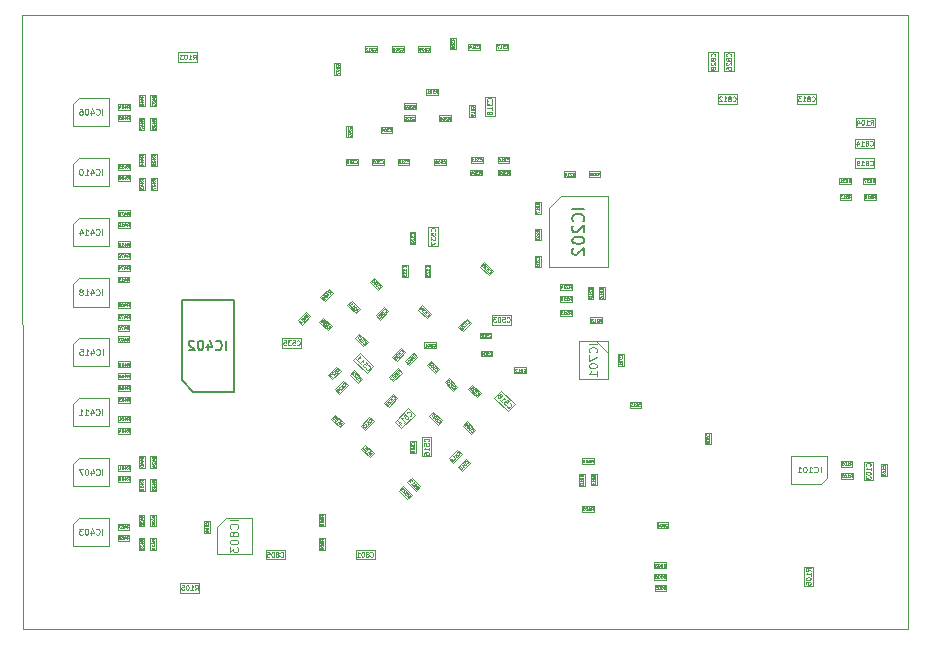
<source format=gbr>
G04 #@! TF.GenerationSoftware,KiCad,Pcbnew,(5.1.5)-3*
G04 #@! TF.CreationDate,2020-11-02T01:39:05+01:00*
G04 #@! TF.ProjectId,LogAn,4c6f6741-6e2e-46b6-9963-61645f706362,rev?*
G04 #@! TF.SameCoordinates,Original*
G04 #@! TF.FileFunction,Other,Fab,Bot*
%FSLAX46Y46*%
G04 Gerber Fmt 4.6, Leading zero omitted, Abs format (unit mm)*
G04 Created by KiCad (PCBNEW (5.1.5)-3) date 2020-11-02 01:39:05*
%MOMM*%
%LPD*%
G04 APERTURE LIST*
%ADD10C,0.050000*%
%ADD11C,0.100000*%
%ADD12C,0.150000*%
%ADD13C,0.060000*%
%ADD14C,0.040000*%
%ADD15C,0.105000*%
%ADD16C,0.075000*%
G04 APERTURE END LIST*
D10*
X140710920Y-90850720D02*
X65778380Y-90850720D01*
X140716000Y-38854380D02*
X140710920Y-90850720D01*
X65773300Y-38858340D02*
X140716000Y-38854380D01*
X65778380Y-90850720D02*
X65773300Y-38858340D01*
D11*
X123849180Y-41974900D02*
X123849180Y-43574900D01*
X124649180Y-41974900D02*
X123849180Y-41974900D01*
X124649180Y-43574900D02*
X124649180Y-41974900D01*
X123849180Y-43574900D02*
X124649180Y-43574900D01*
X131916220Y-85560000D02*
X131916220Y-87160000D01*
X132716220Y-85560000D02*
X131916220Y-85560000D01*
X132716220Y-87160000D02*
X132716220Y-85560000D01*
X131916220Y-87160000D02*
X132716220Y-87160000D01*
X80723640Y-86932820D02*
X79123640Y-86932820D01*
X80723640Y-87732820D02*
X80723640Y-86932820D01*
X79123640Y-87732820D02*
X80723640Y-87732820D01*
X79123640Y-86932820D02*
X79123640Y-87732820D01*
X137916820Y-47532340D02*
X136316820Y-47532340D01*
X137916820Y-48332340D02*
X137916820Y-47532340D01*
X136316820Y-48332340D02*
X137916820Y-48332340D01*
X136316820Y-47532340D02*
X136316820Y-48332340D01*
X80581400Y-42002760D02*
X78981400Y-42002760D01*
X80581400Y-42802760D02*
X80581400Y-42002760D01*
X78981400Y-42802760D02*
X80581400Y-42802760D01*
X78981400Y-42002760D02*
X78981400Y-42802760D01*
D12*
X79245100Y-69742640D02*
X80245100Y-70742640D01*
X79245100Y-62942640D02*
X79245100Y-69742640D01*
X83645100Y-62942640D02*
X79245100Y-62942640D01*
X83645100Y-70742640D02*
X83645100Y-62942640D01*
X80245100Y-70742640D02*
X83645100Y-70742640D01*
D11*
X98716570Y-79450177D02*
X98009463Y-78743070D01*
X98363017Y-79803730D02*
X98716570Y-79450177D01*
X97655910Y-79096623D02*
X98363017Y-79803730D01*
X98009463Y-78743070D02*
X97655910Y-79096623D01*
X99427770Y-78751677D02*
X98720663Y-78044570D01*
X99074217Y-79105230D02*
X99427770Y-78751677D01*
X98367110Y-78398123D02*
X99074217Y-79105230D01*
X98720663Y-78044570D02*
X98367110Y-78398123D01*
X91377580Y-84143960D02*
X91377580Y-83143960D01*
X90877580Y-84143960D02*
X91377580Y-84143960D01*
X90877580Y-83143960D02*
X90877580Y-84143960D01*
X91377580Y-83143960D02*
X90877580Y-83143960D01*
X90869960Y-81105120D02*
X90869960Y-82105120D01*
X91369960Y-81105120D02*
X90869960Y-81105120D01*
X91369960Y-82105120D02*
X91369960Y-81105120D01*
X90869960Y-82105120D02*
X91369960Y-82105120D01*
X82973480Y-81441160D02*
X82223480Y-82191160D01*
X85223480Y-81441160D02*
X82973480Y-81441160D01*
X85223480Y-84441160D02*
X85223480Y-81441160D01*
X82223480Y-84441160D02*
X85223480Y-84441160D01*
X82223480Y-82191160D02*
X82223480Y-84441160D01*
X81649380Y-82676620D02*
X81649380Y-81676620D01*
X81149380Y-82676620D02*
X81649380Y-82676620D01*
X81149380Y-81676620D02*
X81149380Y-82676620D01*
X81649380Y-81676620D02*
X81149380Y-81676620D01*
X87972800Y-84128660D02*
X86372800Y-84128660D01*
X87972800Y-84928660D02*
X87972800Y-84128660D01*
X86372800Y-84928660D02*
X87972800Y-84928660D01*
X86372800Y-84128660D02*
X86372800Y-84928660D01*
X93982640Y-84923580D02*
X95582640Y-84923580D01*
X93982640Y-84123580D02*
X93982640Y-84923580D01*
X95582640Y-84123580D02*
X93982640Y-84123580D01*
X95582640Y-84923580D02*
X95582640Y-84123580D01*
X91700988Y-62009159D02*
X90993881Y-62716266D01*
X92054541Y-62362712D02*
X91700988Y-62009159D01*
X91347434Y-63069819D02*
X92054541Y-62362712D01*
X90993881Y-62716266D02*
X91347434Y-63069819D01*
X89785437Y-63990750D02*
X89078330Y-64697857D01*
X90138990Y-64344303D02*
X89785437Y-63990750D01*
X89431883Y-65051410D02*
X90138990Y-64344303D01*
X89078330Y-64697857D02*
X89431883Y-65051410D01*
X73845800Y-56874220D02*
X74845800Y-56874220D01*
X73845800Y-56374220D02*
X73845800Y-56874220D01*
X74845800Y-56374220D02*
X73845800Y-56374220D01*
X74845800Y-56874220D02*
X74845800Y-56374220D01*
X73850880Y-58499820D02*
X74850880Y-58499820D01*
X73850880Y-57999820D02*
X73850880Y-58499820D01*
X74850880Y-57999820D02*
X73850880Y-57999820D01*
X74850880Y-58499820D02*
X74850880Y-57999820D01*
X73830560Y-61479240D02*
X74830560Y-61479240D01*
X73830560Y-60979240D02*
X73830560Y-61479240D01*
X74830560Y-60979240D02*
X73830560Y-60979240D01*
X74830560Y-61479240D02*
X74830560Y-60979240D01*
X73838180Y-63640780D02*
X74838180Y-63640780D01*
X73838180Y-63140780D02*
X73838180Y-63640780D01*
X74838180Y-63140780D02*
X73838180Y-63140780D01*
X74838180Y-63640780D02*
X74838180Y-63140780D01*
X73830560Y-66544000D02*
X74830560Y-66544000D01*
X73830560Y-66044000D02*
X73830560Y-66544000D01*
X74830560Y-66044000D02*
X73830560Y-66044000D01*
X74830560Y-66544000D02*
X74830560Y-66044000D01*
X76117260Y-77149580D02*
X76117260Y-76149580D01*
X75617260Y-77149580D02*
X76117260Y-77149580D01*
X75617260Y-76149580D02*
X75617260Y-77149580D01*
X76117260Y-76149580D02*
X75617260Y-76149580D01*
X75612180Y-78138400D02*
X75612180Y-79138400D01*
X76112180Y-78138400D02*
X75612180Y-78138400D01*
X76112180Y-79138400D02*
X76112180Y-78138400D01*
X75612180Y-79138400D02*
X76112180Y-79138400D01*
X73862800Y-68664900D02*
X74862800Y-68664900D01*
X73862800Y-68164900D02*
X73862800Y-68664900D01*
X74862800Y-68164900D02*
X73862800Y-68164900D01*
X74862800Y-68664900D02*
X74862800Y-68164900D01*
X73861040Y-71646860D02*
X74861040Y-71646860D01*
X73861040Y-71146860D02*
X73861040Y-71646860D01*
X74861040Y-71146860D02*
X73861040Y-71146860D01*
X74861040Y-71646860D02*
X74861040Y-71146860D01*
X76102020Y-82133060D02*
X76102020Y-81133060D01*
X75602020Y-82133060D02*
X76102020Y-82133060D01*
X75602020Y-81133060D02*
X75602020Y-82133060D01*
X76102020Y-81133060D02*
X75602020Y-81133060D01*
X75607100Y-83142980D02*
X75607100Y-84142980D01*
X76107100Y-83142980D02*
X75607100Y-83142980D01*
X76107100Y-84142980D02*
X76107100Y-83142980D01*
X75607100Y-84142980D02*
X76107100Y-84142980D01*
X73855960Y-73277540D02*
X74855960Y-73277540D01*
X73855960Y-72777540D02*
X73855960Y-73277540D01*
X74855960Y-72777540D02*
X73855960Y-72777540D01*
X74855960Y-73277540D02*
X74855960Y-72777540D01*
X76112180Y-46571300D02*
X76112180Y-45571300D01*
X75612180Y-46571300D02*
X76112180Y-46571300D01*
X75612180Y-45571300D02*
X75612180Y-46571300D01*
X76112180Y-45571300D02*
X75612180Y-45571300D01*
X75602020Y-47574580D02*
X75602020Y-48574580D01*
X76102020Y-47574580D02*
X75602020Y-47574580D01*
X76102020Y-48574580D02*
X76102020Y-47574580D01*
X75602020Y-48574580D02*
X76102020Y-48574580D01*
X76600240Y-45582440D02*
X76600240Y-46582440D01*
X77100240Y-45582440D02*
X76600240Y-45582440D01*
X77100240Y-46582440D02*
X77100240Y-45582440D01*
X76600240Y-46582440D02*
X77100240Y-46582440D01*
X77102780Y-48587280D02*
X77102780Y-47587280D01*
X76602780Y-48587280D02*
X77102780Y-48587280D01*
X76602780Y-47587280D02*
X76602780Y-48587280D01*
X77102780Y-47587280D02*
X76602780Y-47587280D01*
X76135040Y-51645440D02*
X76135040Y-50645440D01*
X75635040Y-51645440D02*
X76135040Y-51645440D01*
X75635040Y-50645440D02*
X75635040Y-51645440D01*
X76135040Y-50645440D02*
X75635040Y-50645440D01*
X75629960Y-52649500D02*
X75629960Y-53649500D01*
X76129960Y-52649500D02*
X75629960Y-52649500D01*
X76129960Y-53649500D02*
X76129960Y-52649500D01*
X75629960Y-53649500D02*
X76129960Y-53649500D01*
X76633260Y-50637040D02*
X76633260Y-51637040D01*
X77133260Y-50637040D02*
X76633260Y-50637040D01*
X77133260Y-51637040D02*
X77133260Y-50637040D01*
X76633260Y-51637040D02*
X77133260Y-51637040D01*
X77125640Y-53652040D02*
X77125640Y-52652040D01*
X76625640Y-53652040D02*
X77125640Y-53652040D01*
X76625640Y-52652040D02*
X76625640Y-53652040D01*
X77125640Y-52652040D02*
X76625640Y-52652040D01*
X76612940Y-76154660D02*
X76612940Y-77154660D01*
X77112940Y-76154660D02*
X76612940Y-76154660D01*
X77112940Y-77154660D02*
X77112940Y-76154660D01*
X76612940Y-77154660D02*
X77112940Y-77154660D01*
X77110400Y-79143480D02*
X77110400Y-78143480D01*
X76610400Y-79143480D02*
X77110400Y-79143480D01*
X76610400Y-78143480D02*
X76610400Y-79143480D01*
X77110400Y-78143480D02*
X76610400Y-78143480D01*
X91920199Y-73038332D02*
X92627306Y-73745439D01*
X92273752Y-72684779D02*
X91920199Y-73038332D01*
X92980859Y-73391886D02*
X92273752Y-72684779D01*
X92627306Y-73745439D02*
X92980859Y-73391886D01*
X76590080Y-81140680D02*
X76590080Y-82140680D01*
X77090080Y-81140680D02*
X76590080Y-81140680D01*
X77090080Y-82140680D02*
X77090080Y-81140680D01*
X76590080Y-82140680D02*
X77090080Y-82140680D01*
X77090080Y-84139660D02*
X77090080Y-83139660D01*
X76590080Y-84139660D02*
X77090080Y-84139660D01*
X76590080Y-83139660D02*
X76590080Y-84139660D01*
X77090080Y-83139660D02*
X76590080Y-83139660D01*
X94458050Y-75576183D02*
X95165157Y-76283290D01*
X94811603Y-75222630D02*
X94458050Y-75576183D01*
X95518710Y-75929737D02*
X94811603Y-75222630D01*
X95165157Y-76283290D02*
X95518710Y-75929737D01*
X73861040Y-46861540D02*
X74861040Y-46861540D01*
X73861040Y-46361540D02*
X73861040Y-46861540D01*
X74861040Y-46361540D02*
X73861040Y-46361540D01*
X74861040Y-46861540D02*
X74861040Y-46361540D01*
X73850880Y-47796260D02*
X74850880Y-47796260D01*
X73850880Y-47296260D02*
X73850880Y-47796260D01*
X74850880Y-47296260D02*
X73850880Y-47296260D01*
X74850880Y-47796260D02*
X74850880Y-47296260D01*
X73873740Y-51926300D02*
X74873740Y-51926300D01*
X73873740Y-51426300D02*
X73873740Y-51926300D01*
X74873740Y-51426300D02*
X73873740Y-51426300D01*
X74873740Y-51926300D02*
X74873740Y-51426300D01*
X73873740Y-52855940D02*
X74873740Y-52855940D01*
X73873740Y-52355940D02*
X73873740Y-52855940D01*
X74873740Y-52355940D02*
X73873740Y-52355940D01*
X74873740Y-52855940D02*
X74873740Y-52355940D01*
X73848340Y-55876000D02*
X74848340Y-55876000D01*
X73848340Y-55376000D02*
X73848340Y-55876000D01*
X74848340Y-55376000D02*
X73848340Y-55376000D01*
X74848340Y-55876000D02*
X74848340Y-55376000D01*
X73843260Y-59498040D02*
X74843260Y-59498040D01*
X73843260Y-58998040D02*
X73843260Y-59498040D01*
X74843260Y-58998040D02*
X73843260Y-58998040D01*
X74843260Y-59498040D02*
X74843260Y-58998040D01*
X73838180Y-60488640D02*
X74838180Y-60488640D01*
X73838180Y-59988640D02*
X73838180Y-60488640D01*
X74838180Y-59988640D02*
X73838180Y-59988640D01*
X74838180Y-60488640D02*
X74838180Y-59988640D01*
X73840720Y-64639000D02*
X74840720Y-64639000D01*
X73840720Y-64139000D02*
X73840720Y-64639000D01*
X74840720Y-64139000D02*
X73840720Y-64139000D01*
X74840720Y-64639000D02*
X74840720Y-64139000D01*
X73822940Y-65596580D02*
X74822940Y-65596580D01*
X73822940Y-65096580D02*
X73822940Y-65596580D01*
X74822940Y-65096580D02*
X73822940Y-65096580D01*
X74822940Y-65596580D02*
X74822940Y-65096580D01*
X73853420Y-69663120D02*
X74853420Y-69663120D01*
X73853420Y-69163120D02*
X73853420Y-69663120D01*
X74853420Y-69163120D02*
X73853420Y-69163120D01*
X74853420Y-69663120D02*
X74853420Y-69163120D01*
X73850100Y-70656260D02*
X74850100Y-70656260D01*
X73850100Y-70156260D02*
X73850100Y-70656260D01*
X74850100Y-70156260D02*
X73850100Y-70156260D01*
X74850100Y-70656260D02*
X74850100Y-70156260D01*
X73866120Y-74275760D02*
X74866120Y-74275760D01*
X73866120Y-73775760D02*
X73866120Y-74275760D01*
X74866120Y-73775760D02*
X73866120Y-73775760D01*
X74866120Y-74275760D02*
X74866120Y-73775760D01*
X73862800Y-77410120D02*
X74862800Y-77410120D01*
X73862800Y-76910120D02*
X73862800Y-77410120D01*
X74862800Y-76910120D02*
X73862800Y-76910120D01*
X74862800Y-77410120D02*
X74862800Y-76910120D01*
X73862800Y-78344840D02*
X74862800Y-78344840D01*
X73862800Y-77844840D02*
X73862800Y-78344840D01*
X74862800Y-77844840D02*
X73862800Y-77844840D01*
X74862800Y-78344840D02*
X74862800Y-77844840D01*
X73833100Y-82419000D02*
X74833100Y-82419000D01*
X73833100Y-81919000D02*
X73833100Y-82419000D01*
X74833100Y-81919000D02*
X73833100Y-81919000D01*
X74833100Y-82419000D02*
X74833100Y-81919000D01*
X73835640Y-83351180D02*
X74835640Y-83351180D01*
X73835640Y-82851180D02*
X73835640Y-83351180D01*
X74835640Y-82851180D02*
X73835640Y-82851180D01*
X74835640Y-83351180D02*
X74835640Y-82851180D01*
X70069580Y-63531600D02*
X73069580Y-63531600D01*
X73069580Y-63531600D02*
X73069580Y-61131600D01*
X73069580Y-61131600D02*
X70569580Y-61131600D01*
X70069580Y-61631600D02*
X70069580Y-63531600D01*
X70569580Y-61131600D02*
X70069580Y-61631600D01*
X70087360Y-68593820D02*
X73087360Y-68593820D01*
X73087360Y-68593820D02*
X73087360Y-66193820D01*
X73087360Y-66193820D02*
X70587360Y-66193820D01*
X70087360Y-66693820D02*
X70087360Y-68593820D01*
X70587360Y-66193820D02*
X70087360Y-66693820D01*
X70064500Y-58426200D02*
X73064500Y-58426200D01*
X73064500Y-58426200D02*
X73064500Y-56026200D01*
X73064500Y-56026200D02*
X70564500Y-56026200D01*
X70064500Y-56526200D02*
X70064500Y-58426200D01*
X70564500Y-56026200D02*
X70064500Y-56526200D01*
X70059420Y-73676360D02*
X73059420Y-73676360D01*
X73059420Y-73676360D02*
X73059420Y-71276360D01*
X73059420Y-71276360D02*
X70559420Y-71276360D01*
X70059420Y-71776360D02*
X70059420Y-73676360D01*
X70559420Y-71276360D02*
X70059420Y-71776360D01*
X70067400Y-53340540D02*
X73067400Y-53340540D01*
X73067400Y-53340540D02*
X73067400Y-50940540D01*
X73067400Y-50940540D02*
X70567400Y-50940540D01*
X70067400Y-51440540D02*
X70067400Y-53340540D01*
X70567400Y-50940540D02*
X70067400Y-51440540D01*
X70074660Y-78753820D02*
X73074660Y-78753820D01*
X73074660Y-78753820D02*
X73074660Y-76353820D01*
X73074660Y-76353820D02*
X70574660Y-76353820D01*
X70074660Y-76853820D02*
X70074660Y-78753820D01*
X70574660Y-76353820D02*
X70074660Y-76853820D01*
X70072120Y-48250960D02*
X73072120Y-48250960D01*
X73072120Y-48250960D02*
X73072120Y-45850960D01*
X73072120Y-45850960D02*
X70572120Y-45850960D01*
X70072120Y-46350960D02*
X70072120Y-48250960D01*
X70572120Y-45850960D02*
X70072120Y-46350960D01*
X70067040Y-83798260D02*
X73067040Y-83798260D01*
X73067040Y-83798260D02*
X73067040Y-81398260D01*
X73067040Y-81398260D02*
X70567040Y-81398260D01*
X70067040Y-81898260D02*
X70067040Y-83798260D01*
X70567040Y-81398260D02*
X70067040Y-81898260D01*
X136057260Y-77621320D02*
X135057260Y-77621320D01*
X136057260Y-78121320D02*
X136057260Y-77621320D01*
X135057260Y-78121320D02*
X136057260Y-78121320D01*
X135057260Y-77621320D02*
X135057260Y-78121320D01*
X136049640Y-76572300D02*
X135049640Y-76572300D01*
X136049640Y-77072300D02*
X136049640Y-76572300D01*
X135049640Y-77072300D02*
X136049640Y-77072300D01*
X135049640Y-76572300D02*
X135049640Y-77072300D01*
X133884800Y-76143000D02*
X130884800Y-76143000D01*
X130884800Y-76143000D02*
X130884800Y-78543000D01*
X130884800Y-78543000D02*
X133384800Y-78543000D01*
X133884800Y-78043000D02*
X133884800Y-76143000D01*
X133384800Y-78543000D02*
X133884800Y-78043000D01*
X114356960Y-66423740D02*
X115356960Y-67423740D01*
X112856960Y-69623740D02*
X112856960Y-66423740D01*
X115356960Y-69623740D02*
X112856960Y-69623740D01*
X115356960Y-66423740D02*
X115356960Y-69623740D01*
X112856960Y-66423740D02*
X115356960Y-66423740D01*
X101068610Y-68799957D02*
X100361503Y-68092850D01*
X100715057Y-69153510D02*
X101068610Y-68799957D01*
X100007950Y-68446403D02*
X100715057Y-69153510D01*
X100361503Y-68092850D02*
X100007950Y-68446403D01*
X107019980Y-51921600D02*
X106019980Y-51921600D01*
X107019980Y-52421600D02*
X107019980Y-51921600D01*
X106019980Y-52421600D02*
X107019980Y-52421600D01*
X106019980Y-51921600D02*
X106019980Y-52421600D01*
X106877740Y-41289160D02*
X105877740Y-41289160D01*
X106877740Y-41789160D02*
X106877740Y-41289160D01*
X105877740Y-41789160D02*
X106877740Y-41789160D01*
X105877740Y-41289160D02*
X105877740Y-41789160D01*
X97538920Y-51527520D02*
X98538920Y-51527520D01*
X97538920Y-51027520D02*
X97538920Y-51527520D01*
X98538920Y-51027520D02*
X97538920Y-51027520D01*
X98538920Y-51527520D02*
X98538920Y-51027520D01*
X104505380Y-41286620D02*
X103505380Y-41286620D01*
X104505380Y-41786620D02*
X104505380Y-41286620D01*
X103505380Y-41786620D02*
X104505380Y-41786620D01*
X103505380Y-41286620D02*
X103505380Y-41786620D01*
X95767780Y-41487280D02*
X94767780Y-41487280D01*
X95767780Y-41987280D02*
X95767780Y-41487280D01*
X94767780Y-41987280D02*
X95767780Y-41987280D01*
X94767780Y-41487280D02*
X94767780Y-41987280D01*
X104726360Y-50857340D02*
X103726360Y-50857340D01*
X104726360Y-51357340D02*
X104726360Y-50857340D01*
X103726360Y-51357340D02*
X104726360Y-51357340D01*
X103726360Y-50857340D02*
X103726360Y-51357340D01*
X107009820Y-50864960D02*
X106009820Y-50864960D01*
X107009820Y-51364960D02*
X107009820Y-50864960D01*
X106009820Y-51364960D02*
X107009820Y-51364960D01*
X106009820Y-50864960D02*
X106009820Y-51364960D01*
X99283900Y-41987280D02*
X100283900Y-41987280D01*
X99283900Y-41487280D02*
X99283900Y-41987280D01*
X100283900Y-41487280D02*
X99283900Y-41487280D01*
X100283900Y-41987280D02*
X100283900Y-41487280D01*
X101640260Y-51035140D02*
X100640260Y-51035140D01*
X101640260Y-51535140D02*
X101640260Y-51035140D01*
X100640260Y-51535140D02*
X101640260Y-51535140D01*
X100640260Y-51035140D02*
X100640260Y-51535140D01*
X92170440Y-42890820D02*
X92170440Y-43890820D01*
X92670440Y-42890820D02*
X92170440Y-42890820D01*
X92670440Y-43890820D02*
X92670440Y-42890820D01*
X92170440Y-43890820D02*
X92670440Y-43890820D01*
X98043620Y-41484740D02*
X97043620Y-41484740D01*
X98043620Y-41984740D02*
X98043620Y-41484740D01*
X97043620Y-41984740D02*
X98043620Y-41984740D01*
X97043620Y-41484740D02*
X97043620Y-41984740D01*
X93167580Y-51514820D02*
X94167580Y-51514820D01*
X93167580Y-51014820D02*
X93167580Y-51514820D01*
X94167580Y-51014820D02*
X93167580Y-51014820D01*
X94167580Y-51514820D02*
X94167580Y-51014820D01*
X96088580Y-48812260D02*
X97088580Y-48812260D01*
X96088580Y-48312260D02*
X96088580Y-48812260D01*
X97088580Y-48312260D02*
X96088580Y-48312260D01*
X97088580Y-48812260D02*
X97088580Y-48312260D01*
X96349440Y-51014820D02*
X95349440Y-51014820D01*
X96349440Y-51514820D02*
X96349440Y-51014820D01*
X95349440Y-51514820D02*
X96349440Y-51514820D01*
X95349440Y-51014820D02*
X95349440Y-51514820D01*
X93186440Y-48201960D02*
X93186440Y-49201960D01*
X93686440Y-48201960D02*
X93186440Y-48201960D01*
X93686440Y-49201960D02*
X93686440Y-48201960D01*
X93186440Y-49201960D02*
X93686440Y-49201960D01*
X116696300Y-68549140D02*
X116696300Y-67549140D01*
X116196300Y-68549140D02*
X116696300Y-68549140D01*
X116196300Y-67549140D02*
X116196300Y-68549140D01*
X116696300Y-67549140D02*
X116196300Y-67549140D01*
X114397600Y-78671040D02*
X114397600Y-77671040D01*
X113897600Y-78671040D02*
X114397600Y-78671040D01*
X113897600Y-77671040D02*
X113897600Y-78671040D01*
X114397600Y-77671040D02*
X113897600Y-77671040D01*
X112881600Y-77683740D02*
X112881600Y-78683740D01*
X113381600Y-77683740D02*
X112881600Y-77683740D01*
X113381600Y-78683740D02*
X113381600Y-77683740D01*
X112881600Y-78683740D02*
X113381600Y-78683740D01*
X113144680Y-76861480D02*
X114144680Y-76861480D01*
X113144680Y-76361480D02*
X113144680Y-76861480D01*
X114144680Y-76361480D02*
X113144680Y-76361480D01*
X114144680Y-76861480D02*
X114144680Y-76361480D01*
X120281320Y-86132860D02*
X119281320Y-86132860D01*
X120281320Y-86632860D02*
X120281320Y-86132860D01*
X119281320Y-86632860D02*
X120281320Y-86632860D01*
X119281320Y-86132860D02*
X119281320Y-86632860D01*
X120288940Y-87065040D02*
X119288940Y-87065040D01*
X120288940Y-87565040D02*
X120288940Y-87065040D01*
X119288940Y-87565040D02*
X120288940Y-87565040D01*
X119288940Y-87065040D02*
X119288940Y-87565040D01*
X119271160Y-85680360D02*
X120271160Y-85680360D01*
X119271160Y-85180360D02*
X119271160Y-85680360D01*
X120271160Y-85180360D02*
X119271160Y-85180360D01*
X120271160Y-85680360D02*
X120271160Y-85180360D01*
X114134520Y-80410240D02*
X113134520Y-80410240D01*
X114134520Y-80910240D02*
X114134520Y-80410240D01*
X113134520Y-80910240D02*
X114134520Y-80910240D01*
X113134520Y-80410240D02*
X113134520Y-80910240D01*
X102474840Y-41744520D02*
X102474840Y-40744520D01*
X101974840Y-41744520D02*
X102474840Y-41744520D01*
X101974840Y-40744520D02*
X101974840Y-41744520D01*
X102474840Y-40744520D02*
X101974840Y-40744520D01*
X104655240Y-51921600D02*
X103655240Y-51921600D01*
X104655240Y-52421600D02*
X104655240Y-51921600D01*
X103655240Y-52421600D02*
X104655240Y-52421600D01*
X103655240Y-51921600D02*
X103655240Y-52421600D01*
X102028880Y-47336900D02*
X101028880Y-47336900D01*
X102028880Y-47836900D02*
X102028880Y-47336900D01*
X101028880Y-47836900D02*
X102028880Y-47836900D01*
X101028880Y-47336900D02*
X101028880Y-47836900D01*
X98054540Y-46820900D02*
X99054540Y-46820900D01*
X98054540Y-46320900D02*
X98054540Y-46820900D01*
X99054540Y-46320900D02*
X98054540Y-46320900D01*
X99054540Y-46820900D02*
X99054540Y-46320900D01*
X100957000Y-45071220D02*
X99957000Y-45071220D01*
X100957000Y-45571220D02*
X100957000Y-45071220D01*
X99957000Y-45571220D02*
X100957000Y-45571220D01*
X99957000Y-45071220D02*
X99957000Y-45571220D01*
X137967340Y-52625180D02*
X136967340Y-52625180D01*
X137967340Y-53125180D02*
X137967340Y-52625180D01*
X136967340Y-53125180D02*
X137967340Y-53125180D01*
X136967340Y-52625180D02*
X136967340Y-53125180D01*
X135932800Y-52625180D02*
X134932800Y-52625180D01*
X135932800Y-53125180D02*
X135932800Y-52625180D01*
X134932800Y-53125180D02*
X135932800Y-53125180D01*
X134932800Y-52625180D02*
X134932800Y-53125180D01*
X138023220Y-53973920D02*
X137023220Y-53973920D01*
X138023220Y-54473920D02*
X138023220Y-53973920D01*
X137023220Y-54473920D02*
X138023220Y-54473920D01*
X137023220Y-53973920D02*
X137023220Y-54473920D01*
X135963280Y-53961220D02*
X134963280Y-53961220D01*
X135963280Y-54461220D02*
X135963280Y-53961220D01*
X134963280Y-54461220D02*
X135963280Y-54461220D01*
X134963280Y-53961220D02*
X134963280Y-54461220D01*
X114843180Y-64441260D02*
X113843180Y-64441260D01*
X114843180Y-64941260D02*
X114843180Y-64441260D01*
X113843180Y-64941260D02*
X114843180Y-64941260D01*
X113843180Y-64441260D02*
X113843180Y-64941260D01*
X113711100Y-52561300D02*
X114711100Y-52561300D01*
X113711100Y-52061300D02*
X113711100Y-52561300D01*
X114711100Y-52061300D02*
X113711100Y-52061300D01*
X114711100Y-52561300D02*
X114711100Y-52061300D01*
X112280320Y-61593920D02*
X111280320Y-61593920D01*
X112280320Y-62093920D02*
X112280320Y-61593920D01*
X111280320Y-62093920D02*
X112280320Y-62093920D01*
X111280320Y-61593920D02*
X111280320Y-62093920D01*
X109175740Y-56924320D02*
X109175740Y-57924320D01*
X109675740Y-56924320D02*
X109175740Y-56924320D01*
X109675740Y-57924320D02*
X109675740Y-56924320D01*
X109175740Y-57924320D02*
X109675740Y-57924320D01*
X112287940Y-62625160D02*
X111287940Y-62625160D01*
X112287940Y-63125160D02*
X112287940Y-62625160D01*
X111287940Y-63125160D02*
X112287940Y-63125160D01*
X111287940Y-62625160D02*
X111287940Y-63125160D01*
X113618200Y-61844300D02*
X113618200Y-62844300D01*
X114118200Y-61844300D02*
X113618200Y-61844300D01*
X114118200Y-62844300D02*
X114118200Y-61844300D01*
X113618200Y-62844300D02*
X114118200Y-62844300D01*
X112582580Y-52068920D02*
X111582580Y-52068920D01*
X112582580Y-52568920D02*
X112582580Y-52068920D01*
X111582580Y-52568920D02*
X112582580Y-52568920D01*
X111582580Y-52068920D02*
X111582580Y-52568920D01*
X109180820Y-54658640D02*
X109180820Y-55658640D01*
X109680820Y-54658640D02*
X109180820Y-54658640D01*
X109680820Y-55658640D02*
X109680820Y-54658640D01*
X109180820Y-55658640D02*
X109680820Y-55658640D01*
X114580860Y-61849380D02*
X114580860Y-62849380D01*
X115080860Y-61849380D02*
X114580860Y-61849380D01*
X115080860Y-62849380D02*
X115080860Y-61849380D01*
X114580860Y-62849380D02*
X115080860Y-62849380D01*
X112272700Y-63813880D02*
X111272700Y-63813880D01*
X112272700Y-64313880D02*
X112272700Y-63813880D01*
X111272700Y-64313880D02*
X112272700Y-64313880D01*
X111272700Y-63813880D02*
X111272700Y-64313880D01*
X94347770Y-63745357D02*
X93640663Y-63038250D01*
X93994217Y-64098910D02*
X94347770Y-63745357D01*
X93287110Y-63391803D02*
X93994217Y-64098910D01*
X93640663Y-63038250D02*
X93287110Y-63391803D01*
X111380140Y-54175400D02*
X110380140Y-55175400D01*
X115380140Y-54175400D02*
X111380140Y-54175400D01*
X115380140Y-60175400D02*
X115380140Y-54175400D01*
X110380140Y-60175400D02*
X115380140Y-60175400D01*
X110380140Y-55175400D02*
X110380140Y-60175400D01*
X97529897Y-68755790D02*
X96822790Y-69462897D01*
X97883450Y-69109343D02*
X97529897Y-68755790D01*
X97176343Y-69816450D02*
X97883450Y-69109343D01*
X96822790Y-69462897D02*
X97176343Y-69816450D01*
X98499683Y-68488030D02*
X99206790Y-67780923D01*
X98146130Y-68134477D02*
X98499683Y-68488030D01*
X98853237Y-67427370D02*
X98146130Y-68134477D01*
X99206790Y-67780923D02*
X98853237Y-67427370D01*
X118175660Y-71604060D02*
X117175660Y-71604060D01*
X118175660Y-72104060D02*
X118175660Y-71604060D01*
X117175660Y-72104060D02*
X118175660Y-72104060D01*
X117175660Y-71604060D02*
X117175660Y-72104060D01*
X124034360Y-75191240D02*
X124034360Y-74191240D01*
X123534360Y-75191240D02*
X124034360Y-75191240D01*
X123534360Y-74191240D02*
X123534360Y-75191240D01*
X124034360Y-74191240D02*
X123534360Y-74191240D01*
X119466740Y-82281840D02*
X120466740Y-82281840D01*
X119466740Y-81781840D02*
X119466740Y-82281840D01*
X120466740Y-81781840D02*
X119466740Y-81781840D01*
X120466740Y-82281840D02*
X120466740Y-81781840D01*
X99041840Y-47336900D02*
X98041840Y-47336900D01*
X99041840Y-47836900D02*
X99041840Y-47336900D01*
X98041840Y-47836900D02*
X99041840Y-47836900D01*
X98041840Y-47336900D02*
X98041840Y-47836900D01*
X104108060Y-47456980D02*
X104108060Y-46456980D01*
X103608060Y-47456980D02*
X104108060Y-47456980D01*
X103608060Y-46456980D02*
X103608060Y-47456980D01*
X104108060Y-46456980D02*
X103608060Y-46456980D01*
X105746500Y-47350580D02*
X105746500Y-45750580D01*
X104946500Y-47350580D02*
X105746500Y-47350580D01*
X104946500Y-45750580D02*
X104946500Y-47350580D01*
X105746500Y-45750580D02*
X104946500Y-45750580D01*
X125182680Y-41976140D02*
X125182680Y-43576140D01*
X125982680Y-41976140D02*
X125182680Y-41976140D01*
X125982680Y-43576140D02*
X125982680Y-41976140D01*
X125182680Y-43576140D02*
X125982680Y-43576140D01*
X136296500Y-51776580D02*
X137896500Y-51776580D01*
X136296500Y-50976580D02*
X136296500Y-51776580D01*
X137896500Y-50976580D02*
X136296500Y-50976580D01*
X137896500Y-51776580D02*
X137896500Y-50976580D01*
X136288880Y-50115420D02*
X137888880Y-50115420D01*
X136288880Y-49315420D02*
X136288880Y-50115420D01*
X137888880Y-49315420D02*
X136288880Y-49315420D01*
X137888880Y-50115420D02*
X137888880Y-49315420D01*
X132947340Y-45546060D02*
X131347340Y-45546060D01*
X132947340Y-46346060D02*
X132947340Y-45546060D01*
X131347340Y-46346060D02*
X132947340Y-46346060D01*
X131347340Y-45546060D02*
X131347340Y-46346060D01*
X124663300Y-46353680D02*
X126263300Y-46353680D01*
X124663300Y-45553680D02*
X124663300Y-46353680D01*
X126263300Y-45553680D02*
X124663300Y-45553680D01*
X126263300Y-46353680D02*
X126263300Y-45553680D01*
X109157960Y-59212860D02*
X109157960Y-60212860D01*
X109657960Y-59212860D02*
X109157960Y-59212860D01*
X109657960Y-60212860D02*
X109657960Y-59212860D01*
X109157960Y-60212860D02*
X109657960Y-60212860D01*
X87759640Y-67008960D02*
X89359640Y-67008960D01*
X87759640Y-66208960D02*
X87759640Y-67008960D01*
X89359640Y-66208960D02*
X87759640Y-66208960D01*
X89359640Y-67008960D02*
X89359640Y-66208960D01*
X100948440Y-58384340D02*
X100948440Y-56784340D01*
X100148440Y-58384340D02*
X100948440Y-58384340D01*
X100148440Y-56784340D02*
X100148440Y-58384340D01*
X100948440Y-56784340D02*
X100148440Y-56784340D01*
X94798903Y-73959190D02*
X95506010Y-73252083D01*
X94445350Y-73605637D02*
X94798903Y-73959190D01*
X95152457Y-72898530D02*
X94445350Y-73605637D01*
X95506010Y-73252083D02*
X95152457Y-72898530D01*
X95181950Y-61441083D02*
X95889057Y-62148190D01*
X95535503Y-61087530D02*
X95181950Y-61441083D01*
X96242610Y-61794637D02*
X95535503Y-61087530D01*
X95889057Y-62148190D02*
X96242610Y-61794637D01*
X100349790Y-64139057D02*
X99642683Y-63431950D01*
X99996237Y-64492610D02*
X100349790Y-64139057D01*
X99289130Y-63785503D02*
X99996237Y-64492610D01*
X99642683Y-63431950D02*
X99289130Y-63785503D01*
X91960170Y-65185537D02*
X91253063Y-64478430D01*
X91606617Y-65539090D02*
X91960170Y-65185537D01*
X90899510Y-64831983D02*
X91606617Y-65539090D01*
X91253063Y-64478430D02*
X90899510Y-64831983D01*
X98380360Y-60992640D02*
X98380360Y-59992640D01*
X97880360Y-60992640D02*
X98380360Y-60992640D01*
X97880360Y-59992640D02*
X97880360Y-60992640D01*
X98380360Y-59992640D02*
X97880360Y-59992640D01*
X96397057Y-63564030D02*
X95689950Y-64271137D01*
X96750610Y-63917583D02*
X96397057Y-63564030D01*
X96043503Y-64624690D02*
X96750610Y-63917583D01*
X95689950Y-64271137D02*
X96043503Y-64624690D01*
X92002363Y-69664050D02*
X92709470Y-68956943D01*
X91648810Y-69310497D02*
X92002363Y-69664050D01*
X92355917Y-68603390D02*
X91648810Y-69310497D01*
X92709470Y-68956943D02*
X92355917Y-68603390D01*
X103394757Y-64534310D02*
X102687650Y-65241417D01*
X103748310Y-64887863D02*
X103394757Y-64534310D01*
X103041203Y-65594970D02*
X103748310Y-64887863D01*
X102687650Y-65241417D02*
X103041203Y-65594970D01*
X96769943Y-72008470D02*
X97477050Y-71301363D01*
X96416390Y-71654917D02*
X96769943Y-72008470D01*
X97123497Y-70947810D02*
X96416390Y-71654917D01*
X97477050Y-71301363D02*
X97123497Y-70947810D01*
X92942657Y-69837830D02*
X92235550Y-70544937D01*
X93296210Y-70191383D02*
X92942657Y-69837830D01*
X92589103Y-70898490D02*
X93296210Y-70191383D01*
X92235550Y-70544937D02*
X92589103Y-70898490D01*
X104534230Y-60138063D02*
X105241337Y-60845170D01*
X104887783Y-59784510D02*
X104534230Y-60138063D01*
X105594890Y-60491617D02*
X104887783Y-59784510D01*
X105241337Y-60845170D02*
X105594890Y-60491617D01*
X99820920Y-59995180D02*
X99820920Y-60995180D01*
X100320920Y-59995180D02*
X99820920Y-59995180D01*
X100320920Y-60995180D02*
X100320920Y-59995180D01*
X99820920Y-60995180D02*
X100320920Y-60995180D01*
X93497930Y-69276983D02*
X94205037Y-69984090D01*
X93851483Y-68923430D02*
X93497930Y-69276983D01*
X94558590Y-69630537D02*
X93851483Y-68923430D01*
X94205037Y-69984090D02*
X94558590Y-69630537D01*
X104571270Y-70857357D02*
X103864163Y-70150250D01*
X104217717Y-71210910D02*
X104571270Y-70857357D01*
X103510610Y-70503803D02*
X104217717Y-71210910D01*
X103864163Y-70150250D02*
X103510610Y-70503803D01*
X99048380Y-58216420D02*
X99048380Y-57216420D01*
X98548380Y-58216420D02*
X99048380Y-58216420D01*
X98548380Y-57216420D02*
X98548380Y-58216420D01*
X99048380Y-57216420D02*
X98548380Y-57216420D01*
X102572290Y-70298557D02*
X101865183Y-69591450D01*
X102218737Y-70652110D02*
X102572290Y-70298557D01*
X101511630Y-69945003D02*
X102218737Y-70652110D01*
X101865183Y-69591450D02*
X101511630Y-69945003D01*
X105737492Y-71235937D02*
X106868863Y-72367308D01*
X106303177Y-70670252D02*
X105737492Y-71235937D01*
X107434548Y-71801623D02*
X106303177Y-70670252D01*
X106868863Y-72367308D02*
X107434548Y-71801623D01*
X93932270Y-66178183D02*
X94639377Y-66885290D01*
X94285823Y-65824630D02*
X93932270Y-66178183D01*
X94992930Y-66531737D02*
X94285823Y-65824630D01*
X94639377Y-66885290D02*
X94992930Y-66531737D01*
X99599800Y-74592280D02*
X99599800Y-76192280D01*
X100399800Y-74592280D02*
X99599800Y-74592280D01*
X100399800Y-76192280D02*
X100399800Y-74592280D01*
X99599800Y-76192280D02*
X100399800Y-76192280D01*
X103321097Y-76398650D02*
X102613990Y-77105757D01*
X103674650Y-76752203D02*
X103321097Y-76398650D01*
X102967543Y-77459310D02*
X103674650Y-76752203D01*
X102613990Y-77105757D02*
X102967543Y-77459310D01*
X97865297Y-73840508D02*
X98996668Y-72709137D01*
X97299612Y-73274823D02*
X97865297Y-73840508D01*
X98430983Y-72143452D02*
X97299612Y-73274823D01*
X98996668Y-72709137D02*
X98430983Y-72143452D01*
X102604817Y-75672210D02*
X101897710Y-76379317D01*
X102958370Y-76025763D02*
X102604817Y-75672210D01*
X102251263Y-76732870D02*
X102958370Y-76025763D01*
X101897710Y-76379317D02*
X102251263Y-76732870D01*
X107424600Y-69172900D02*
X108424600Y-69172900D01*
X107424600Y-68672900D02*
X107424600Y-69172900D01*
X108424600Y-68672900D02*
X107424600Y-68672900D01*
X108424600Y-69172900D02*
X108424600Y-68672900D01*
X93779172Y-68030457D02*
X94910543Y-69161828D01*
X94344857Y-67464772D02*
X93779172Y-68030457D01*
X95476228Y-68596143D02*
X94344857Y-67464772D01*
X94910543Y-69161828D02*
X95476228Y-68596143D01*
X104111530Y-73961237D02*
X103404423Y-73254130D01*
X103757977Y-74314790D02*
X104111530Y-73961237D01*
X103050870Y-73607683D02*
X103757977Y-74314790D01*
X103404423Y-73254130D02*
X103050870Y-73607683D01*
X105480740Y-65721420D02*
X104480740Y-65721420D01*
X105480740Y-66221420D02*
X105480740Y-65721420D01*
X104480740Y-66221420D02*
X105480740Y-66221420D01*
X104480740Y-65721420D02*
X104480740Y-66221420D01*
X99073780Y-75922760D02*
X99073780Y-74922760D01*
X98573780Y-75922760D02*
X99073780Y-75922760D01*
X98573780Y-74922760D02*
X98573780Y-75922760D01*
X99073780Y-74922760D02*
X98573780Y-74922760D01*
X105556940Y-67245420D02*
X104556940Y-67245420D01*
X105556940Y-67745420D02*
X105556940Y-67245420D01*
X104556940Y-67745420D02*
X105556940Y-67745420D01*
X104556940Y-67245420D02*
X104556940Y-67745420D01*
X101276890Y-73166217D02*
X100569783Y-72459110D01*
X100923337Y-73519770D02*
X101276890Y-73166217D01*
X100216230Y-72812663D02*
X100923337Y-73519770D01*
X100569783Y-72459110D02*
X100216230Y-72812663D01*
X107121860Y-64243000D02*
X105521860Y-64243000D01*
X107121860Y-65043000D02*
X107121860Y-64243000D01*
X105521860Y-65043000D02*
X107121860Y-65043000D01*
X105521860Y-64243000D02*
X105521860Y-65043000D01*
X97455743Y-68107030D02*
X98162850Y-67399923D01*
X97102190Y-67753477D02*
X97455743Y-68107030D01*
X97809297Y-67046370D02*
X97102190Y-67753477D01*
X98162850Y-67399923D02*
X97809297Y-67046370D01*
X99763960Y-67052000D02*
X100763960Y-67052000D01*
X99763960Y-66552000D02*
X99763960Y-67052000D01*
X100763960Y-66552000D02*
X99763960Y-66552000D01*
X100763960Y-67052000D02*
X100763960Y-66552000D01*
X136998760Y-76644600D02*
X136998760Y-78244600D01*
X137798760Y-76644600D02*
X136998760Y-76644600D01*
X137798760Y-78244600D02*
X137798760Y-76644600D01*
X136998760Y-78244600D02*
X137798760Y-78244600D01*
X138472100Y-76878560D02*
X138472100Y-77878560D01*
X138972100Y-76878560D02*
X138472100Y-76878560D01*
X138972100Y-77878560D02*
X138972100Y-76878560D01*
X138472100Y-77878560D02*
X138972100Y-77878560D01*
D13*
X124392037Y-42327280D02*
X124411084Y-42308233D01*
X124430132Y-42251090D01*
X124430132Y-42212995D01*
X124411084Y-42155852D01*
X124372989Y-42117757D01*
X124334894Y-42098709D01*
X124258703Y-42079661D01*
X124201560Y-42079661D01*
X124125370Y-42098709D01*
X124087275Y-42117757D01*
X124049180Y-42155852D01*
X124030132Y-42212995D01*
X124030132Y-42251090D01*
X124049180Y-42308233D01*
X124068227Y-42327280D01*
X124201560Y-42555852D02*
X124182513Y-42517757D01*
X124163465Y-42498709D01*
X124125370Y-42479661D01*
X124106322Y-42479661D01*
X124068227Y-42498709D01*
X124049180Y-42517757D01*
X124030132Y-42555852D01*
X124030132Y-42632042D01*
X124049180Y-42670138D01*
X124068227Y-42689185D01*
X124106322Y-42708233D01*
X124125370Y-42708233D01*
X124163465Y-42689185D01*
X124182513Y-42670138D01*
X124201560Y-42632042D01*
X124201560Y-42555852D01*
X124220608Y-42517757D01*
X124239656Y-42498709D01*
X124277751Y-42479661D01*
X124353941Y-42479661D01*
X124392037Y-42498709D01*
X124411084Y-42517757D01*
X124430132Y-42555852D01*
X124430132Y-42632042D01*
X124411084Y-42670138D01*
X124392037Y-42689185D01*
X124353941Y-42708233D01*
X124277751Y-42708233D01*
X124239656Y-42689185D01*
X124220608Y-42670138D01*
X124201560Y-42632042D01*
X124068227Y-42860614D02*
X124049180Y-42879661D01*
X124030132Y-42917757D01*
X124030132Y-43012995D01*
X124049180Y-43051090D01*
X124068227Y-43070138D01*
X124106322Y-43089185D01*
X124144418Y-43089185D01*
X124201560Y-43070138D01*
X124430132Y-42841566D01*
X124430132Y-43089185D01*
X124201560Y-43317757D02*
X124182513Y-43279661D01*
X124163465Y-43260614D01*
X124125370Y-43241566D01*
X124106322Y-43241566D01*
X124068227Y-43260614D01*
X124049180Y-43279661D01*
X124030132Y-43317757D01*
X124030132Y-43393947D01*
X124049180Y-43432042D01*
X124068227Y-43451090D01*
X124106322Y-43470138D01*
X124125370Y-43470138D01*
X124163465Y-43451090D01*
X124182513Y-43432042D01*
X124201560Y-43393947D01*
X124201560Y-43317757D01*
X124220608Y-43279661D01*
X124239656Y-43260614D01*
X124277751Y-43241566D01*
X124353941Y-43241566D01*
X124392037Y-43260614D01*
X124411084Y-43279661D01*
X124430132Y-43317757D01*
X124430132Y-43393947D01*
X124411084Y-43432042D01*
X124392037Y-43451090D01*
X124353941Y-43470138D01*
X124277751Y-43470138D01*
X124239656Y-43451090D01*
X124220608Y-43432042D01*
X124201560Y-43393947D01*
X132497172Y-85912380D02*
X132306696Y-85779047D01*
X132497172Y-85683809D02*
X132097172Y-85683809D01*
X132097172Y-85836190D01*
X132116220Y-85874285D01*
X132135267Y-85893333D01*
X132173362Y-85912380D01*
X132230505Y-85912380D01*
X132268600Y-85893333D01*
X132287648Y-85874285D01*
X132306696Y-85836190D01*
X132306696Y-85683809D01*
X132497172Y-86293333D02*
X132497172Y-86064761D01*
X132497172Y-86179047D02*
X132097172Y-86179047D01*
X132154315Y-86140952D01*
X132192410Y-86102857D01*
X132211458Y-86064761D01*
X132097172Y-86540952D02*
X132097172Y-86579047D01*
X132116220Y-86617142D01*
X132135267Y-86636190D01*
X132173362Y-86655238D01*
X132249553Y-86674285D01*
X132344791Y-86674285D01*
X132420981Y-86655238D01*
X132459077Y-86636190D01*
X132478124Y-86617142D01*
X132497172Y-86579047D01*
X132497172Y-86540952D01*
X132478124Y-86502857D01*
X132459077Y-86483809D01*
X132420981Y-86464761D01*
X132344791Y-86445714D01*
X132249553Y-86445714D01*
X132173362Y-86464761D01*
X132135267Y-86483809D01*
X132116220Y-86502857D01*
X132097172Y-86540952D01*
X132097172Y-87017142D02*
X132097172Y-86940952D01*
X132116220Y-86902857D01*
X132135267Y-86883809D01*
X132192410Y-86845714D01*
X132268600Y-86826666D01*
X132420981Y-86826666D01*
X132459077Y-86845714D01*
X132478124Y-86864761D01*
X132497172Y-86902857D01*
X132497172Y-86979047D01*
X132478124Y-87017142D01*
X132459077Y-87036190D01*
X132420981Y-87055238D01*
X132325743Y-87055238D01*
X132287648Y-87036190D01*
X132268600Y-87017142D01*
X132249553Y-86979047D01*
X132249553Y-86902857D01*
X132268600Y-86864761D01*
X132287648Y-86845714D01*
X132325743Y-86826666D01*
X80371259Y-87513772D02*
X80504592Y-87323296D01*
X80599830Y-87513772D02*
X80599830Y-87113772D01*
X80447449Y-87113772D01*
X80409354Y-87132820D01*
X80390306Y-87151867D01*
X80371259Y-87189962D01*
X80371259Y-87247105D01*
X80390306Y-87285200D01*
X80409354Y-87304248D01*
X80447449Y-87323296D01*
X80599830Y-87323296D01*
X79990306Y-87513772D02*
X80218878Y-87513772D01*
X80104592Y-87513772D02*
X80104592Y-87113772D01*
X80142687Y-87170915D01*
X80180782Y-87209010D01*
X80218878Y-87228058D01*
X79742687Y-87113772D02*
X79704592Y-87113772D01*
X79666497Y-87132820D01*
X79647449Y-87151867D01*
X79628401Y-87189962D01*
X79609354Y-87266153D01*
X79609354Y-87361391D01*
X79628401Y-87437581D01*
X79647449Y-87475677D01*
X79666497Y-87494724D01*
X79704592Y-87513772D01*
X79742687Y-87513772D01*
X79780782Y-87494724D01*
X79799830Y-87475677D01*
X79818878Y-87437581D01*
X79837925Y-87361391D01*
X79837925Y-87266153D01*
X79818878Y-87189962D01*
X79799830Y-87151867D01*
X79780782Y-87132820D01*
X79742687Y-87113772D01*
X79247449Y-87113772D02*
X79437925Y-87113772D01*
X79456973Y-87304248D01*
X79437925Y-87285200D01*
X79399830Y-87266153D01*
X79304592Y-87266153D01*
X79266497Y-87285200D01*
X79247449Y-87304248D01*
X79228401Y-87342343D01*
X79228401Y-87437581D01*
X79247449Y-87475677D01*
X79266497Y-87494724D01*
X79304592Y-87513772D01*
X79399830Y-87513772D01*
X79437925Y-87494724D01*
X79456973Y-87475677D01*
X137564439Y-48113292D02*
X137697772Y-47922816D01*
X137793010Y-48113292D02*
X137793010Y-47713292D01*
X137640629Y-47713292D01*
X137602534Y-47732340D01*
X137583486Y-47751387D01*
X137564439Y-47789482D01*
X137564439Y-47846625D01*
X137583486Y-47884720D01*
X137602534Y-47903768D01*
X137640629Y-47922816D01*
X137793010Y-47922816D01*
X137183486Y-48113292D02*
X137412058Y-48113292D01*
X137297772Y-48113292D02*
X137297772Y-47713292D01*
X137335867Y-47770435D01*
X137373962Y-47808530D01*
X137412058Y-47827578D01*
X136935867Y-47713292D02*
X136897772Y-47713292D01*
X136859677Y-47732340D01*
X136840629Y-47751387D01*
X136821581Y-47789482D01*
X136802534Y-47865673D01*
X136802534Y-47960911D01*
X136821581Y-48037101D01*
X136840629Y-48075197D01*
X136859677Y-48094244D01*
X136897772Y-48113292D01*
X136935867Y-48113292D01*
X136973962Y-48094244D01*
X136993010Y-48075197D01*
X137012058Y-48037101D01*
X137031105Y-47960911D01*
X137031105Y-47865673D01*
X137012058Y-47789482D01*
X136993010Y-47751387D01*
X136973962Y-47732340D01*
X136935867Y-47713292D01*
X136459677Y-47846625D02*
X136459677Y-48113292D01*
X136554915Y-47694244D02*
X136650153Y-47979959D01*
X136402534Y-47979959D01*
X80229019Y-42583712D02*
X80362352Y-42393236D01*
X80457590Y-42583712D02*
X80457590Y-42183712D01*
X80305209Y-42183712D01*
X80267114Y-42202760D01*
X80248066Y-42221807D01*
X80229019Y-42259902D01*
X80229019Y-42317045D01*
X80248066Y-42355140D01*
X80267114Y-42374188D01*
X80305209Y-42393236D01*
X80457590Y-42393236D01*
X79848066Y-42583712D02*
X80076638Y-42583712D01*
X79962352Y-42583712D02*
X79962352Y-42183712D01*
X80000447Y-42240855D01*
X80038542Y-42278950D01*
X80076638Y-42297998D01*
X79600447Y-42183712D02*
X79562352Y-42183712D01*
X79524257Y-42202760D01*
X79505209Y-42221807D01*
X79486161Y-42259902D01*
X79467114Y-42336093D01*
X79467114Y-42431331D01*
X79486161Y-42507521D01*
X79505209Y-42545617D01*
X79524257Y-42564664D01*
X79562352Y-42583712D01*
X79600447Y-42583712D01*
X79638542Y-42564664D01*
X79657590Y-42545617D01*
X79676638Y-42507521D01*
X79695685Y-42431331D01*
X79695685Y-42336093D01*
X79676638Y-42259902D01*
X79657590Y-42221807D01*
X79638542Y-42202760D01*
X79600447Y-42183712D01*
X79333780Y-42183712D02*
X79086161Y-42183712D01*
X79219495Y-42336093D01*
X79162352Y-42336093D01*
X79124257Y-42355140D01*
X79105209Y-42374188D01*
X79086161Y-42412283D01*
X79086161Y-42507521D01*
X79105209Y-42545617D01*
X79124257Y-42564664D01*
X79162352Y-42583712D01*
X79276638Y-42583712D01*
X79314733Y-42564664D01*
X79333780Y-42545617D01*
D12*
X82987957Y-67204544D02*
X82987957Y-66404544D01*
X82149861Y-67128354D02*
X82187957Y-67166449D01*
X82302242Y-67204544D01*
X82378433Y-67204544D01*
X82492719Y-67166449D01*
X82568909Y-67090259D01*
X82607004Y-67014068D01*
X82645100Y-66861687D01*
X82645100Y-66747401D01*
X82607004Y-66595020D01*
X82568909Y-66518830D01*
X82492719Y-66442640D01*
X82378433Y-66404544D01*
X82302242Y-66404544D01*
X82187957Y-66442640D01*
X82149861Y-66480735D01*
X81464147Y-66671211D02*
X81464147Y-67204544D01*
X81654623Y-66366449D02*
X81845100Y-66937878D01*
X81349861Y-66937878D01*
X80892719Y-66404544D02*
X80816528Y-66404544D01*
X80740338Y-66442640D01*
X80702242Y-66480735D01*
X80664147Y-66556925D01*
X80626052Y-66709306D01*
X80626052Y-66899782D01*
X80664147Y-67052163D01*
X80702242Y-67128354D01*
X80740338Y-67166449D01*
X80816528Y-67204544D01*
X80892719Y-67204544D01*
X80968909Y-67166449D01*
X81007004Y-67128354D01*
X81045100Y-67052163D01*
X81083195Y-66899782D01*
X81083195Y-66709306D01*
X81045100Y-66556925D01*
X81007004Y-66480735D01*
X80968909Y-66442640D01*
X80892719Y-66404544D01*
X80321290Y-66480735D02*
X80283195Y-66442640D01*
X80207004Y-66404544D01*
X80016528Y-66404544D01*
X79940338Y-66442640D01*
X79902242Y-66480735D01*
X79864147Y-66556925D01*
X79864147Y-66633116D01*
X79902242Y-66747401D01*
X80359385Y-67204544D01*
X79864147Y-67204544D01*
D14*
X98304091Y-79551191D02*
X98447196Y-79525938D01*
X98405106Y-79652207D02*
X98581883Y-79475430D01*
X98514539Y-79408087D01*
X98489285Y-79399669D01*
X98472449Y-79399669D01*
X98447196Y-79408087D01*
X98421942Y-79433340D01*
X98413524Y-79458594D01*
X98413524Y-79475430D01*
X98421942Y-79500684D01*
X98489285Y-79568027D01*
X98304091Y-79349161D02*
X98329344Y-79357579D01*
X98346180Y-79357579D01*
X98371434Y-79349161D01*
X98379852Y-79340743D01*
X98388270Y-79315489D01*
X98388270Y-79298653D01*
X98379852Y-79273400D01*
X98346180Y-79239728D01*
X98320927Y-79231310D01*
X98304091Y-79231310D01*
X98278837Y-79239728D01*
X98270419Y-79248146D01*
X98262001Y-79273400D01*
X98262001Y-79290235D01*
X98270419Y-79315489D01*
X98304091Y-79349161D01*
X98312509Y-79374415D01*
X98312509Y-79391251D01*
X98304091Y-79416504D01*
X98270419Y-79450176D01*
X98245165Y-79458594D01*
X98228329Y-79458594D01*
X98203075Y-79450176D01*
X98169404Y-79416504D01*
X98160986Y-79391251D01*
X98160986Y-79374415D01*
X98169404Y-79349161D01*
X98203075Y-79315489D01*
X98228329Y-79307071D01*
X98245165Y-79307071D01*
X98270419Y-79315489D01*
X98228329Y-79155548D02*
X98228329Y-79138712D01*
X98219911Y-79113459D01*
X98177822Y-79071369D01*
X98152568Y-79062951D01*
X98135732Y-79062951D01*
X98110478Y-79071369D01*
X98093642Y-79088205D01*
X98076806Y-79121877D01*
X98076806Y-79323907D01*
X97967373Y-79214474D01*
X98085224Y-78978772D02*
X97975791Y-78869338D01*
X97967373Y-78995608D01*
X97942119Y-78970354D01*
X97916865Y-78961936D01*
X97900030Y-78961936D01*
X97874776Y-78970354D01*
X97832686Y-79012443D01*
X97824268Y-79037697D01*
X97824268Y-79054533D01*
X97832686Y-79079787D01*
X97883194Y-79130295D01*
X97908448Y-79138712D01*
X97925283Y-79138712D01*
X99015291Y-78852691D02*
X99158396Y-78827438D01*
X99116306Y-78953707D02*
X99293083Y-78776930D01*
X99225739Y-78709587D01*
X99200485Y-78701169D01*
X99183649Y-78701169D01*
X99158396Y-78709587D01*
X99133142Y-78734840D01*
X99124724Y-78760094D01*
X99124724Y-78776930D01*
X99133142Y-78802184D01*
X99200485Y-78869527D01*
X99015291Y-78650661D02*
X99040544Y-78659079D01*
X99057380Y-78659079D01*
X99082634Y-78650661D01*
X99091052Y-78642243D01*
X99099470Y-78616989D01*
X99099470Y-78600153D01*
X99091052Y-78574900D01*
X99057380Y-78541228D01*
X99032127Y-78532810D01*
X99015291Y-78532810D01*
X98990037Y-78541228D01*
X98981619Y-78549646D01*
X98973201Y-78574900D01*
X98973201Y-78591735D01*
X98981619Y-78616989D01*
X99015291Y-78650661D01*
X99023709Y-78675915D01*
X99023709Y-78692751D01*
X99015291Y-78718004D01*
X98981619Y-78751676D01*
X98956365Y-78760094D01*
X98939529Y-78760094D01*
X98914275Y-78751676D01*
X98880604Y-78718004D01*
X98872186Y-78692751D01*
X98872186Y-78675915D01*
X98880604Y-78650661D01*
X98914275Y-78616989D01*
X98939529Y-78608571D01*
X98956365Y-78608571D01*
X98981619Y-78616989D01*
X98678573Y-78515974D02*
X98779588Y-78616989D01*
X98729081Y-78566482D02*
X98905857Y-78389705D01*
X98897440Y-78431795D01*
X98897440Y-78465466D01*
X98905857Y-78490720D01*
X98796424Y-78280272D02*
X98678573Y-78162421D01*
X98577558Y-78414959D01*
X91240675Y-83364198D02*
X91121627Y-83280864D01*
X91240675Y-83221340D02*
X90990675Y-83221340D01*
X90990675Y-83316579D01*
X91002580Y-83340388D01*
X91014484Y-83352293D01*
X91038294Y-83364198D01*
X91074008Y-83364198D01*
X91097818Y-83352293D01*
X91109722Y-83340388D01*
X91121627Y-83316579D01*
X91121627Y-83221340D01*
X91097818Y-83507055D02*
X91085913Y-83483245D01*
X91074008Y-83471340D01*
X91050199Y-83459436D01*
X91038294Y-83459436D01*
X91014484Y-83471340D01*
X91002580Y-83483245D01*
X90990675Y-83507055D01*
X90990675Y-83554674D01*
X91002580Y-83578483D01*
X91014484Y-83590388D01*
X91038294Y-83602293D01*
X91050199Y-83602293D01*
X91074008Y-83590388D01*
X91085913Y-83578483D01*
X91097818Y-83554674D01*
X91097818Y-83507055D01*
X91109722Y-83483245D01*
X91121627Y-83471340D01*
X91145437Y-83459436D01*
X91193056Y-83459436D01*
X91216865Y-83471340D01*
X91228770Y-83483245D01*
X91240675Y-83507055D01*
X91240675Y-83554674D01*
X91228770Y-83578483D01*
X91216865Y-83590388D01*
X91193056Y-83602293D01*
X91145437Y-83602293D01*
X91121627Y-83590388D01*
X91109722Y-83578483D01*
X91097818Y-83554674D01*
X90990675Y-83757055D02*
X90990675Y-83780864D01*
X91002580Y-83804674D01*
X91014484Y-83816579D01*
X91038294Y-83828483D01*
X91085913Y-83840388D01*
X91145437Y-83840388D01*
X91193056Y-83828483D01*
X91216865Y-83816579D01*
X91228770Y-83804674D01*
X91240675Y-83780864D01*
X91240675Y-83757055D01*
X91228770Y-83733245D01*
X91216865Y-83721340D01*
X91193056Y-83709436D01*
X91145437Y-83697531D01*
X91085913Y-83697531D01*
X91038294Y-83709436D01*
X91014484Y-83721340D01*
X91002580Y-83733245D01*
X90990675Y-83757055D01*
X91097818Y-83983245D02*
X91085913Y-83959436D01*
X91074008Y-83947531D01*
X91050199Y-83935626D01*
X91038294Y-83935626D01*
X91014484Y-83947531D01*
X91002580Y-83959436D01*
X90990675Y-83983245D01*
X90990675Y-84030864D01*
X91002580Y-84054674D01*
X91014484Y-84066579D01*
X91038294Y-84078483D01*
X91050199Y-84078483D01*
X91074008Y-84066579D01*
X91085913Y-84054674D01*
X91097818Y-84030864D01*
X91097818Y-83983245D01*
X91109722Y-83959436D01*
X91121627Y-83947531D01*
X91145437Y-83935626D01*
X91193056Y-83935626D01*
X91216865Y-83947531D01*
X91228770Y-83959436D01*
X91240675Y-83983245D01*
X91240675Y-84030864D01*
X91228770Y-84054674D01*
X91216865Y-84066579D01*
X91193056Y-84078483D01*
X91145437Y-84078483D01*
X91121627Y-84066579D01*
X91109722Y-84054674D01*
X91097818Y-84030864D01*
X91233055Y-81325358D02*
X91114007Y-81242024D01*
X91233055Y-81182500D02*
X90983055Y-81182500D01*
X90983055Y-81277739D01*
X90994960Y-81301548D01*
X91006864Y-81313453D01*
X91030674Y-81325358D01*
X91066388Y-81325358D01*
X91090198Y-81313453D01*
X91102102Y-81301548D01*
X91114007Y-81277739D01*
X91114007Y-81182500D01*
X91090198Y-81468215D02*
X91078293Y-81444405D01*
X91066388Y-81432500D01*
X91042579Y-81420596D01*
X91030674Y-81420596D01*
X91006864Y-81432500D01*
X90994960Y-81444405D01*
X90983055Y-81468215D01*
X90983055Y-81515834D01*
X90994960Y-81539643D01*
X91006864Y-81551548D01*
X91030674Y-81563453D01*
X91042579Y-81563453D01*
X91066388Y-81551548D01*
X91078293Y-81539643D01*
X91090198Y-81515834D01*
X91090198Y-81468215D01*
X91102102Y-81444405D01*
X91114007Y-81432500D01*
X91137817Y-81420596D01*
X91185436Y-81420596D01*
X91209245Y-81432500D01*
X91221150Y-81444405D01*
X91233055Y-81468215D01*
X91233055Y-81515834D01*
X91221150Y-81539643D01*
X91209245Y-81551548D01*
X91185436Y-81563453D01*
X91137817Y-81563453D01*
X91114007Y-81551548D01*
X91102102Y-81539643D01*
X91090198Y-81515834D01*
X90983055Y-81718215D02*
X90983055Y-81742024D01*
X90994960Y-81765834D01*
X91006864Y-81777739D01*
X91030674Y-81789643D01*
X91078293Y-81801548D01*
X91137817Y-81801548D01*
X91185436Y-81789643D01*
X91209245Y-81777739D01*
X91221150Y-81765834D01*
X91233055Y-81742024D01*
X91233055Y-81718215D01*
X91221150Y-81694405D01*
X91209245Y-81682500D01*
X91185436Y-81670596D01*
X91137817Y-81658691D01*
X91078293Y-81658691D01*
X91030674Y-81670596D01*
X91006864Y-81682500D01*
X90994960Y-81694405D01*
X90983055Y-81718215D01*
X90983055Y-82027739D02*
X90983055Y-81908691D01*
X91102102Y-81896786D01*
X91090198Y-81908691D01*
X91078293Y-81932500D01*
X91078293Y-81992024D01*
X91090198Y-82015834D01*
X91102102Y-82027739D01*
X91125912Y-82039643D01*
X91185436Y-82039643D01*
X91209245Y-82027739D01*
X91221150Y-82015834D01*
X91233055Y-81992024D01*
X91233055Y-81932500D01*
X91221150Y-81908691D01*
X91209245Y-81896786D01*
D15*
X84040146Y-81591160D02*
X83340146Y-81591160D01*
X83973480Y-82324493D02*
X84006813Y-82291160D01*
X84040146Y-82191160D01*
X84040146Y-82124493D01*
X84006813Y-82024493D01*
X83940146Y-81957826D01*
X83873480Y-81924493D01*
X83740146Y-81891160D01*
X83640146Y-81891160D01*
X83506813Y-81924493D01*
X83440146Y-81957826D01*
X83373480Y-82024493D01*
X83340146Y-82124493D01*
X83340146Y-82191160D01*
X83373480Y-82291160D01*
X83406813Y-82324493D01*
X83640146Y-82724493D02*
X83606813Y-82657826D01*
X83573480Y-82624493D01*
X83506813Y-82591160D01*
X83473480Y-82591160D01*
X83406813Y-82624493D01*
X83373480Y-82657826D01*
X83340146Y-82724493D01*
X83340146Y-82857826D01*
X83373480Y-82924493D01*
X83406813Y-82957826D01*
X83473480Y-82991160D01*
X83506813Y-82991160D01*
X83573480Y-82957826D01*
X83606813Y-82924493D01*
X83640146Y-82857826D01*
X83640146Y-82724493D01*
X83673480Y-82657826D01*
X83706813Y-82624493D01*
X83773480Y-82591160D01*
X83906813Y-82591160D01*
X83973480Y-82624493D01*
X84006813Y-82657826D01*
X84040146Y-82724493D01*
X84040146Y-82857826D01*
X84006813Y-82924493D01*
X83973480Y-82957826D01*
X83906813Y-82991160D01*
X83773480Y-82991160D01*
X83706813Y-82957826D01*
X83673480Y-82924493D01*
X83640146Y-82857826D01*
X83340146Y-83424493D02*
X83340146Y-83491160D01*
X83373480Y-83557826D01*
X83406813Y-83591160D01*
X83473480Y-83624493D01*
X83606813Y-83657826D01*
X83773480Y-83657826D01*
X83906813Y-83624493D01*
X83973480Y-83591160D01*
X84006813Y-83557826D01*
X84040146Y-83491160D01*
X84040146Y-83424493D01*
X84006813Y-83357826D01*
X83973480Y-83324493D01*
X83906813Y-83291160D01*
X83773480Y-83257826D01*
X83606813Y-83257826D01*
X83473480Y-83291160D01*
X83406813Y-83324493D01*
X83373480Y-83357826D01*
X83340146Y-83424493D01*
X83340146Y-83891160D02*
X83340146Y-84324493D01*
X83606813Y-84091160D01*
X83606813Y-84191160D01*
X83640146Y-84257826D01*
X83673480Y-84291160D01*
X83740146Y-84324493D01*
X83906813Y-84324493D01*
X83973480Y-84291160D01*
X84006813Y-84257826D01*
X84040146Y-84191160D01*
X84040146Y-83991160D01*
X84006813Y-83924493D01*
X83973480Y-83891160D01*
D14*
X81488665Y-81896858D02*
X81500570Y-81884953D01*
X81512475Y-81849239D01*
X81512475Y-81825429D01*
X81500570Y-81789715D01*
X81476760Y-81765905D01*
X81452951Y-81754000D01*
X81405332Y-81742096D01*
X81369618Y-81742096D01*
X81321999Y-81754000D01*
X81298189Y-81765905D01*
X81274380Y-81789715D01*
X81262475Y-81825429D01*
X81262475Y-81849239D01*
X81274380Y-81884953D01*
X81286284Y-81896858D01*
X81369618Y-82039715D02*
X81357713Y-82015905D01*
X81345808Y-82004000D01*
X81321999Y-81992096D01*
X81310094Y-81992096D01*
X81286284Y-82004000D01*
X81274380Y-82015905D01*
X81262475Y-82039715D01*
X81262475Y-82087334D01*
X81274380Y-82111143D01*
X81286284Y-82123048D01*
X81310094Y-82134953D01*
X81321999Y-82134953D01*
X81345808Y-82123048D01*
X81357713Y-82111143D01*
X81369618Y-82087334D01*
X81369618Y-82039715D01*
X81381522Y-82015905D01*
X81393427Y-82004000D01*
X81417237Y-81992096D01*
X81464856Y-81992096D01*
X81488665Y-82004000D01*
X81500570Y-82015905D01*
X81512475Y-82039715D01*
X81512475Y-82087334D01*
X81500570Y-82111143D01*
X81488665Y-82123048D01*
X81464856Y-82134953D01*
X81417237Y-82134953D01*
X81393427Y-82123048D01*
X81381522Y-82111143D01*
X81369618Y-82087334D01*
X81262475Y-82289715D02*
X81262475Y-82313524D01*
X81274380Y-82337334D01*
X81286284Y-82349239D01*
X81310094Y-82361143D01*
X81357713Y-82373048D01*
X81417237Y-82373048D01*
X81464856Y-82361143D01*
X81488665Y-82349239D01*
X81500570Y-82337334D01*
X81512475Y-82313524D01*
X81512475Y-82289715D01*
X81500570Y-82265905D01*
X81488665Y-82254000D01*
X81464856Y-82242096D01*
X81417237Y-82230191D01*
X81357713Y-82230191D01*
X81310094Y-82242096D01*
X81286284Y-82254000D01*
X81274380Y-82265905D01*
X81262475Y-82289715D01*
X81512475Y-82492096D02*
X81512475Y-82539715D01*
X81500570Y-82563524D01*
X81488665Y-82575429D01*
X81452951Y-82599239D01*
X81405332Y-82611143D01*
X81310094Y-82611143D01*
X81286284Y-82599239D01*
X81274380Y-82587334D01*
X81262475Y-82563524D01*
X81262475Y-82515905D01*
X81274380Y-82492096D01*
X81286284Y-82480191D01*
X81310094Y-82468286D01*
X81369618Y-82468286D01*
X81393427Y-82480191D01*
X81405332Y-82492096D01*
X81417237Y-82515905D01*
X81417237Y-82563524D01*
X81405332Y-82587334D01*
X81393427Y-82599239D01*
X81369618Y-82611143D01*
D13*
X87620419Y-84671517D02*
X87639466Y-84690564D01*
X87696609Y-84709612D01*
X87734704Y-84709612D01*
X87791847Y-84690564D01*
X87829942Y-84652469D01*
X87848990Y-84614374D01*
X87868038Y-84538183D01*
X87868038Y-84481040D01*
X87848990Y-84404850D01*
X87829942Y-84366755D01*
X87791847Y-84328660D01*
X87734704Y-84309612D01*
X87696609Y-84309612D01*
X87639466Y-84328660D01*
X87620419Y-84347707D01*
X87391847Y-84481040D02*
X87429942Y-84461993D01*
X87448990Y-84442945D01*
X87468038Y-84404850D01*
X87468038Y-84385802D01*
X87448990Y-84347707D01*
X87429942Y-84328660D01*
X87391847Y-84309612D01*
X87315657Y-84309612D01*
X87277561Y-84328660D01*
X87258514Y-84347707D01*
X87239466Y-84385802D01*
X87239466Y-84404850D01*
X87258514Y-84442945D01*
X87277561Y-84461993D01*
X87315657Y-84481040D01*
X87391847Y-84481040D01*
X87429942Y-84500088D01*
X87448990Y-84519136D01*
X87468038Y-84557231D01*
X87468038Y-84633421D01*
X87448990Y-84671517D01*
X87429942Y-84690564D01*
X87391847Y-84709612D01*
X87315657Y-84709612D01*
X87277561Y-84690564D01*
X87258514Y-84671517D01*
X87239466Y-84633421D01*
X87239466Y-84557231D01*
X87258514Y-84519136D01*
X87277561Y-84500088D01*
X87315657Y-84481040D01*
X86991847Y-84309612D02*
X86953752Y-84309612D01*
X86915657Y-84328660D01*
X86896609Y-84347707D01*
X86877561Y-84385802D01*
X86858514Y-84461993D01*
X86858514Y-84557231D01*
X86877561Y-84633421D01*
X86896609Y-84671517D01*
X86915657Y-84690564D01*
X86953752Y-84709612D01*
X86991847Y-84709612D01*
X87029942Y-84690564D01*
X87048990Y-84671517D01*
X87068038Y-84633421D01*
X87087085Y-84557231D01*
X87087085Y-84461993D01*
X87068038Y-84385802D01*
X87048990Y-84347707D01*
X87029942Y-84328660D01*
X86991847Y-84309612D01*
X86496609Y-84309612D02*
X86687085Y-84309612D01*
X86706133Y-84500088D01*
X86687085Y-84481040D01*
X86648990Y-84461993D01*
X86553752Y-84461993D01*
X86515657Y-84481040D01*
X86496609Y-84500088D01*
X86477561Y-84538183D01*
X86477561Y-84633421D01*
X86496609Y-84671517D01*
X86515657Y-84690564D01*
X86553752Y-84709612D01*
X86648990Y-84709612D01*
X86687085Y-84690564D01*
X86706133Y-84671517D01*
X95230259Y-84666437D02*
X95249306Y-84685484D01*
X95306449Y-84704532D01*
X95344544Y-84704532D01*
X95401687Y-84685484D01*
X95439782Y-84647389D01*
X95458830Y-84609294D01*
X95477878Y-84533103D01*
X95477878Y-84475960D01*
X95458830Y-84399770D01*
X95439782Y-84361675D01*
X95401687Y-84323580D01*
X95344544Y-84304532D01*
X95306449Y-84304532D01*
X95249306Y-84323580D01*
X95230259Y-84342627D01*
X95001687Y-84475960D02*
X95039782Y-84456913D01*
X95058830Y-84437865D01*
X95077878Y-84399770D01*
X95077878Y-84380722D01*
X95058830Y-84342627D01*
X95039782Y-84323580D01*
X95001687Y-84304532D01*
X94925497Y-84304532D01*
X94887401Y-84323580D01*
X94868354Y-84342627D01*
X94849306Y-84380722D01*
X94849306Y-84399770D01*
X94868354Y-84437865D01*
X94887401Y-84456913D01*
X94925497Y-84475960D01*
X95001687Y-84475960D01*
X95039782Y-84495008D01*
X95058830Y-84514056D01*
X95077878Y-84552151D01*
X95077878Y-84628341D01*
X95058830Y-84666437D01*
X95039782Y-84685484D01*
X95001687Y-84704532D01*
X94925497Y-84704532D01*
X94887401Y-84685484D01*
X94868354Y-84666437D01*
X94849306Y-84628341D01*
X94849306Y-84552151D01*
X94868354Y-84514056D01*
X94887401Y-84495008D01*
X94925497Y-84475960D01*
X94601687Y-84304532D02*
X94563592Y-84304532D01*
X94525497Y-84323580D01*
X94506449Y-84342627D01*
X94487401Y-84380722D01*
X94468354Y-84456913D01*
X94468354Y-84552151D01*
X94487401Y-84628341D01*
X94506449Y-84666437D01*
X94525497Y-84685484D01*
X94563592Y-84704532D01*
X94601687Y-84704532D01*
X94639782Y-84685484D01*
X94658830Y-84666437D01*
X94677878Y-84628341D01*
X94696925Y-84552151D01*
X94696925Y-84456913D01*
X94677878Y-84380722D01*
X94658830Y-84342627D01*
X94639782Y-84323580D01*
X94601687Y-84304532D01*
X94087401Y-84704532D02*
X94315973Y-84704532D01*
X94201687Y-84704532D02*
X94201687Y-84304532D01*
X94239782Y-84361675D01*
X94277878Y-84399770D01*
X94315973Y-84418818D01*
D14*
X91802002Y-62421637D02*
X91776749Y-62278532D01*
X91903018Y-62320622D02*
X91726241Y-62143845D01*
X91658898Y-62211189D01*
X91650480Y-62236443D01*
X91650480Y-62253279D01*
X91658898Y-62278532D01*
X91684151Y-62303786D01*
X91709405Y-62312204D01*
X91726241Y-62312204D01*
X91751495Y-62303786D01*
X91818838Y-62236443D01*
X91532628Y-62455309D02*
X91650480Y-62573160D01*
X91507375Y-62345876D02*
X91675733Y-62430055D01*
X91566300Y-62539488D01*
X91431613Y-62589996D02*
X91440031Y-62564742D01*
X91440031Y-62547906D01*
X91431613Y-62522653D01*
X91423195Y-62514235D01*
X91397941Y-62505817D01*
X91381106Y-62505817D01*
X91355852Y-62514235D01*
X91322180Y-62547906D01*
X91313762Y-62573160D01*
X91313762Y-62589996D01*
X91322180Y-62615250D01*
X91330598Y-62623668D01*
X91355852Y-62632086D01*
X91372688Y-62632086D01*
X91397941Y-62623668D01*
X91431613Y-62589996D01*
X91456867Y-62581578D01*
X91473703Y-62581578D01*
X91498957Y-62589996D01*
X91532628Y-62623668D01*
X91541046Y-62648922D01*
X91541046Y-62665758D01*
X91532628Y-62691011D01*
X91498957Y-62724683D01*
X91473703Y-62733101D01*
X91456867Y-62733101D01*
X91431613Y-62724683D01*
X91397941Y-62691011D01*
X91389523Y-62665758D01*
X91389523Y-62648922D01*
X91397941Y-62623668D01*
X91381106Y-62842534D02*
X91347434Y-62876206D01*
X91322180Y-62884624D01*
X91305344Y-62884624D01*
X91263254Y-62876206D01*
X91221165Y-62850952D01*
X91153821Y-62783609D01*
X91145403Y-62758355D01*
X91145403Y-62741519D01*
X91153821Y-62716265D01*
X91187493Y-62682593D01*
X91212747Y-62674176D01*
X91229583Y-62674176D01*
X91254836Y-62682593D01*
X91296926Y-62724683D01*
X91305344Y-62749937D01*
X91305344Y-62766773D01*
X91296926Y-62792027D01*
X91263254Y-62825698D01*
X91238001Y-62834116D01*
X91221165Y-62834116D01*
X91195911Y-62825698D01*
X89886451Y-64403228D02*
X89861198Y-64260123D01*
X89987467Y-64302213D02*
X89810690Y-64125436D01*
X89743347Y-64192780D01*
X89734929Y-64218034D01*
X89734929Y-64234870D01*
X89743347Y-64260123D01*
X89768600Y-64285377D01*
X89793854Y-64293795D01*
X89810690Y-64293795D01*
X89835944Y-64285377D01*
X89903287Y-64218034D01*
X89617077Y-64436900D02*
X89734929Y-64554751D01*
X89591824Y-64327467D02*
X89760182Y-64411646D01*
X89650749Y-64521079D01*
X89516062Y-64571587D02*
X89524480Y-64546333D01*
X89524480Y-64529497D01*
X89516062Y-64504244D01*
X89507644Y-64495826D01*
X89482390Y-64487408D01*
X89465555Y-64487408D01*
X89440301Y-64495826D01*
X89406629Y-64529497D01*
X89398211Y-64554751D01*
X89398211Y-64571587D01*
X89406629Y-64596841D01*
X89415047Y-64605259D01*
X89440301Y-64613677D01*
X89457137Y-64613677D01*
X89482390Y-64605259D01*
X89516062Y-64571587D01*
X89541316Y-64563169D01*
X89558152Y-64563169D01*
X89583406Y-64571587D01*
X89617077Y-64605259D01*
X89625495Y-64630513D01*
X89625495Y-64647349D01*
X89617077Y-64672602D01*
X89583406Y-64706274D01*
X89558152Y-64714692D01*
X89541316Y-64714692D01*
X89516062Y-64706274D01*
X89482390Y-64672602D01*
X89473972Y-64647349D01*
X89473972Y-64630513D01*
X89482390Y-64605259D01*
X89314032Y-64622095D02*
X89196181Y-64739946D01*
X89448719Y-64840961D01*
X74625561Y-56737315D02*
X74708895Y-56618267D01*
X74768419Y-56737315D02*
X74768419Y-56487315D01*
X74673180Y-56487315D01*
X74649371Y-56499220D01*
X74637466Y-56511124D01*
X74625561Y-56534934D01*
X74625561Y-56570648D01*
X74637466Y-56594458D01*
X74649371Y-56606362D01*
X74673180Y-56618267D01*
X74768419Y-56618267D01*
X74411276Y-56570648D02*
X74411276Y-56737315D01*
X74470800Y-56475410D02*
X74530323Y-56653981D01*
X74375561Y-56653981D01*
X74149371Y-56737315D02*
X74292228Y-56737315D01*
X74220800Y-56737315D02*
X74220800Y-56487315D01*
X74244609Y-56523029D01*
X74268419Y-56546839D01*
X74292228Y-56558743D01*
X73923180Y-56487315D02*
X74042228Y-56487315D01*
X74054133Y-56606362D01*
X74042228Y-56594458D01*
X74018419Y-56582553D01*
X73958895Y-56582553D01*
X73935085Y-56594458D01*
X73923180Y-56606362D01*
X73911276Y-56630172D01*
X73911276Y-56689696D01*
X73923180Y-56713505D01*
X73935085Y-56725410D01*
X73958895Y-56737315D01*
X74018419Y-56737315D01*
X74042228Y-56725410D01*
X74054133Y-56713505D01*
X74630641Y-58362915D02*
X74713975Y-58243867D01*
X74773499Y-58362915D02*
X74773499Y-58112915D01*
X74678260Y-58112915D01*
X74654451Y-58124820D01*
X74642546Y-58136724D01*
X74630641Y-58160534D01*
X74630641Y-58196248D01*
X74642546Y-58220058D01*
X74654451Y-58231962D01*
X74678260Y-58243867D01*
X74773499Y-58243867D01*
X74416356Y-58196248D02*
X74416356Y-58362915D01*
X74475880Y-58101010D02*
X74535403Y-58279581D01*
X74380641Y-58279581D01*
X74154451Y-58362915D02*
X74297308Y-58362915D01*
X74225880Y-58362915D02*
X74225880Y-58112915D01*
X74249689Y-58148629D01*
X74273499Y-58172439D01*
X74297308Y-58184343D01*
X74071118Y-58112915D02*
X73916356Y-58112915D01*
X73999689Y-58208153D01*
X73963975Y-58208153D01*
X73940165Y-58220058D01*
X73928260Y-58231962D01*
X73916356Y-58255772D01*
X73916356Y-58315296D01*
X73928260Y-58339105D01*
X73940165Y-58351010D01*
X73963975Y-58362915D01*
X74035403Y-58362915D01*
X74059213Y-58351010D01*
X74071118Y-58339105D01*
X74610321Y-61342335D02*
X74693655Y-61223287D01*
X74753179Y-61342335D02*
X74753179Y-61092335D01*
X74657940Y-61092335D01*
X74634131Y-61104240D01*
X74622226Y-61116144D01*
X74610321Y-61139954D01*
X74610321Y-61175668D01*
X74622226Y-61199478D01*
X74634131Y-61211382D01*
X74657940Y-61223287D01*
X74753179Y-61223287D01*
X74396036Y-61175668D02*
X74396036Y-61342335D01*
X74455560Y-61080430D02*
X74515083Y-61259001D01*
X74360321Y-61259001D01*
X74134131Y-61342335D02*
X74276988Y-61342335D01*
X74205560Y-61342335D02*
X74205560Y-61092335D01*
X74229369Y-61128049D01*
X74253179Y-61151859D01*
X74276988Y-61163763D01*
X73896036Y-61342335D02*
X74038893Y-61342335D01*
X73967464Y-61342335D02*
X73967464Y-61092335D01*
X73991274Y-61128049D01*
X74015083Y-61151859D01*
X74038893Y-61163763D01*
X74617941Y-63503875D02*
X74701275Y-63384827D01*
X74760799Y-63503875D02*
X74760799Y-63253875D01*
X74665560Y-63253875D01*
X74641751Y-63265780D01*
X74629846Y-63277684D01*
X74617941Y-63301494D01*
X74617941Y-63337208D01*
X74629846Y-63361018D01*
X74641751Y-63372922D01*
X74665560Y-63384827D01*
X74760799Y-63384827D01*
X74403656Y-63337208D02*
X74403656Y-63503875D01*
X74463180Y-63241970D02*
X74522703Y-63420541D01*
X74367941Y-63420541D01*
X74225084Y-63253875D02*
X74201275Y-63253875D01*
X74177465Y-63265780D01*
X74165560Y-63277684D01*
X74153656Y-63301494D01*
X74141751Y-63349113D01*
X74141751Y-63408637D01*
X74153656Y-63456256D01*
X74165560Y-63480065D01*
X74177465Y-63491970D01*
X74201275Y-63503875D01*
X74225084Y-63503875D01*
X74248894Y-63491970D01*
X74260799Y-63480065D01*
X74272703Y-63456256D01*
X74284608Y-63408637D01*
X74284608Y-63349113D01*
X74272703Y-63301494D01*
X74260799Y-63277684D01*
X74248894Y-63265780D01*
X74225084Y-63253875D01*
X74022703Y-63503875D02*
X73975084Y-63503875D01*
X73951275Y-63491970D01*
X73939370Y-63480065D01*
X73915560Y-63444351D01*
X73903656Y-63396732D01*
X73903656Y-63301494D01*
X73915560Y-63277684D01*
X73927465Y-63265780D01*
X73951275Y-63253875D01*
X73998894Y-63253875D01*
X74022703Y-63265780D01*
X74034608Y-63277684D01*
X74046513Y-63301494D01*
X74046513Y-63361018D01*
X74034608Y-63384827D01*
X74022703Y-63396732D01*
X73998894Y-63408637D01*
X73951275Y-63408637D01*
X73927465Y-63396732D01*
X73915560Y-63384827D01*
X73903656Y-63361018D01*
X74610321Y-66407095D02*
X74693655Y-66288047D01*
X74753179Y-66407095D02*
X74753179Y-66157095D01*
X74657940Y-66157095D01*
X74634131Y-66169000D01*
X74622226Y-66180904D01*
X74610321Y-66204714D01*
X74610321Y-66240428D01*
X74622226Y-66264238D01*
X74634131Y-66276142D01*
X74657940Y-66288047D01*
X74753179Y-66288047D01*
X74396036Y-66240428D02*
X74396036Y-66407095D01*
X74455560Y-66145190D02*
X74515083Y-66323761D01*
X74360321Y-66323761D01*
X74217464Y-66157095D02*
X74193655Y-66157095D01*
X74169845Y-66169000D01*
X74157940Y-66180904D01*
X74146036Y-66204714D01*
X74134131Y-66252333D01*
X74134131Y-66311857D01*
X74146036Y-66359476D01*
X74157940Y-66383285D01*
X74169845Y-66395190D01*
X74193655Y-66407095D01*
X74217464Y-66407095D01*
X74241274Y-66395190D01*
X74253179Y-66383285D01*
X74265083Y-66359476D01*
X74276988Y-66311857D01*
X74276988Y-66252333D01*
X74265083Y-66204714D01*
X74253179Y-66180904D01*
X74241274Y-66169000D01*
X74217464Y-66157095D01*
X74050798Y-66157095D02*
X73884131Y-66157095D01*
X73991274Y-66407095D01*
X75980355Y-76369818D02*
X75861307Y-76286484D01*
X75980355Y-76226960D02*
X75730355Y-76226960D01*
X75730355Y-76322199D01*
X75742260Y-76346008D01*
X75754164Y-76357913D01*
X75777974Y-76369818D01*
X75813688Y-76369818D01*
X75837498Y-76357913D01*
X75849402Y-76346008D01*
X75861307Y-76322199D01*
X75861307Y-76226960D01*
X75813688Y-76584103D02*
X75980355Y-76584103D01*
X75718450Y-76524580D02*
X75897021Y-76465056D01*
X75897021Y-76619818D01*
X75813688Y-76822199D02*
X75980355Y-76822199D01*
X75718450Y-76762675D02*
X75897021Y-76703151D01*
X75897021Y-76857913D01*
X75730355Y-77000770D02*
X75730355Y-77024580D01*
X75742260Y-77048389D01*
X75754164Y-77060294D01*
X75777974Y-77072199D01*
X75825593Y-77084103D01*
X75885117Y-77084103D01*
X75932736Y-77072199D01*
X75956545Y-77060294D01*
X75968450Y-77048389D01*
X75980355Y-77024580D01*
X75980355Y-77000770D01*
X75968450Y-76976960D01*
X75956545Y-76965056D01*
X75932736Y-76953151D01*
X75885117Y-76941246D01*
X75825593Y-76941246D01*
X75777974Y-76953151D01*
X75754164Y-76965056D01*
X75742260Y-76976960D01*
X75730355Y-77000770D01*
X75975275Y-78358638D02*
X75856227Y-78275304D01*
X75975275Y-78215780D02*
X75725275Y-78215780D01*
X75725275Y-78311019D01*
X75737180Y-78334828D01*
X75749084Y-78346733D01*
X75772894Y-78358638D01*
X75808608Y-78358638D01*
X75832418Y-78346733D01*
X75844322Y-78334828D01*
X75856227Y-78311019D01*
X75856227Y-78215780D01*
X75808608Y-78572923D02*
X75975275Y-78572923D01*
X75713370Y-78513400D02*
X75891941Y-78453876D01*
X75891941Y-78608638D01*
X75725275Y-78680066D02*
X75725275Y-78834828D01*
X75820513Y-78751495D01*
X75820513Y-78787209D01*
X75832418Y-78811019D01*
X75844322Y-78822923D01*
X75868132Y-78834828D01*
X75927656Y-78834828D01*
X75951465Y-78822923D01*
X75963370Y-78811019D01*
X75975275Y-78787209D01*
X75975275Y-78715780D01*
X75963370Y-78691971D01*
X75951465Y-78680066D01*
X75975275Y-78953876D02*
X75975275Y-79001495D01*
X75963370Y-79025304D01*
X75951465Y-79037209D01*
X75915751Y-79061019D01*
X75868132Y-79072923D01*
X75772894Y-79072923D01*
X75749084Y-79061019D01*
X75737180Y-79049114D01*
X75725275Y-79025304D01*
X75725275Y-78977685D01*
X75737180Y-78953876D01*
X75749084Y-78941971D01*
X75772894Y-78930066D01*
X75832418Y-78930066D01*
X75856227Y-78941971D01*
X75868132Y-78953876D01*
X75880037Y-78977685D01*
X75880037Y-79025304D01*
X75868132Y-79049114D01*
X75856227Y-79061019D01*
X75832418Y-79072923D01*
X74642561Y-68527995D02*
X74725895Y-68408947D01*
X74785419Y-68527995D02*
X74785419Y-68277995D01*
X74690180Y-68277995D01*
X74666371Y-68289900D01*
X74654466Y-68301804D01*
X74642561Y-68325614D01*
X74642561Y-68361328D01*
X74654466Y-68385138D01*
X74666371Y-68397042D01*
X74690180Y-68408947D01*
X74785419Y-68408947D01*
X74428276Y-68361328D02*
X74428276Y-68527995D01*
X74487800Y-68266090D02*
X74547323Y-68444661D01*
X74392561Y-68444661D01*
X74249704Y-68277995D02*
X74225895Y-68277995D01*
X74202085Y-68289900D01*
X74190180Y-68301804D01*
X74178276Y-68325614D01*
X74166371Y-68373233D01*
X74166371Y-68432757D01*
X74178276Y-68480376D01*
X74190180Y-68504185D01*
X74202085Y-68516090D01*
X74225895Y-68527995D01*
X74249704Y-68527995D01*
X74273514Y-68516090D01*
X74285419Y-68504185D01*
X74297323Y-68480376D01*
X74309228Y-68432757D01*
X74309228Y-68373233D01*
X74297323Y-68325614D01*
X74285419Y-68301804D01*
X74273514Y-68289900D01*
X74249704Y-68277995D01*
X73940180Y-68277995D02*
X74059228Y-68277995D01*
X74071133Y-68397042D01*
X74059228Y-68385138D01*
X74035419Y-68373233D01*
X73975895Y-68373233D01*
X73952085Y-68385138D01*
X73940180Y-68397042D01*
X73928276Y-68420852D01*
X73928276Y-68480376D01*
X73940180Y-68504185D01*
X73952085Y-68516090D01*
X73975895Y-68527995D01*
X74035419Y-68527995D01*
X74059228Y-68516090D01*
X74071133Y-68504185D01*
X74640801Y-71509955D02*
X74724135Y-71390907D01*
X74783659Y-71509955D02*
X74783659Y-71259955D01*
X74688420Y-71259955D01*
X74664611Y-71271860D01*
X74652706Y-71283764D01*
X74640801Y-71307574D01*
X74640801Y-71343288D01*
X74652706Y-71367098D01*
X74664611Y-71379002D01*
X74688420Y-71390907D01*
X74783659Y-71390907D01*
X74426516Y-71343288D02*
X74426516Y-71509955D01*
X74486040Y-71248050D02*
X74545563Y-71426621D01*
X74390801Y-71426621D01*
X74247944Y-71259955D02*
X74224135Y-71259955D01*
X74200325Y-71271860D01*
X74188420Y-71283764D01*
X74176516Y-71307574D01*
X74164611Y-71355193D01*
X74164611Y-71414717D01*
X74176516Y-71462336D01*
X74188420Y-71486145D01*
X74200325Y-71498050D01*
X74224135Y-71509955D01*
X74247944Y-71509955D01*
X74271754Y-71498050D01*
X74283659Y-71486145D01*
X74295563Y-71462336D01*
X74307468Y-71414717D01*
X74307468Y-71355193D01*
X74295563Y-71307574D01*
X74283659Y-71283764D01*
X74271754Y-71271860D01*
X74247944Y-71259955D01*
X74081278Y-71259955D02*
X73926516Y-71259955D01*
X74009849Y-71355193D01*
X73974135Y-71355193D01*
X73950325Y-71367098D01*
X73938420Y-71379002D01*
X73926516Y-71402812D01*
X73926516Y-71462336D01*
X73938420Y-71486145D01*
X73950325Y-71498050D01*
X73974135Y-71509955D01*
X74045563Y-71509955D01*
X74069373Y-71498050D01*
X74081278Y-71486145D01*
X75965115Y-81353298D02*
X75846067Y-81269964D01*
X75965115Y-81210440D02*
X75715115Y-81210440D01*
X75715115Y-81305679D01*
X75727020Y-81329488D01*
X75738924Y-81341393D01*
X75762734Y-81353298D01*
X75798448Y-81353298D01*
X75822258Y-81341393D01*
X75834162Y-81329488D01*
X75846067Y-81305679D01*
X75846067Y-81210440D01*
X75798448Y-81567583D02*
X75965115Y-81567583D01*
X75703210Y-81508060D02*
X75881781Y-81448536D01*
X75881781Y-81603298D01*
X75715115Y-81674726D02*
X75715115Y-81829488D01*
X75810353Y-81746155D01*
X75810353Y-81781869D01*
X75822258Y-81805679D01*
X75834162Y-81817583D01*
X75857972Y-81829488D01*
X75917496Y-81829488D01*
X75941305Y-81817583D01*
X75953210Y-81805679D01*
X75965115Y-81781869D01*
X75965115Y-81710440D01*
X75953210Y-81686631D01*
X75941305Y-81674726D01*
X75715115Y-82043774D02*
X75715115Y-81996155D01*
X75727020Y-81972345D01*
X75738924Y-81960440D01*
X75774639Y-81936631D01*
X75822258Y-81924726D01*
X75917496Y-81924726D01*
X75941305Y-81936631D01*
X75953210Y-81948536D01*
X75965115Y-81972345D01*
X75965115Y-82019964D01*
X75953210Y-82043774D01*
X75941305Y-82055679D01*
X75917496Y-82067583D01*
X75857972Y-82067583D01*
X75834162Y-82055679D01*
X75822258Y-82043774D01*
X75810353Y-82019964D01*
X75810353Y-81972345D01*
X75822258Y-81948536D01*
X75834162Y-81936631D01*
X75857972Y-81924726D01*
X75970195Y-83363218D02*
X75851147Y-83279884D01*
X75970195Y-83220360D02*
X75720195Y-83220360D01*
X75720195Y-83315599D01*
X75732100Y-83339408D01*
X75744004Y-83351313D01*
X75767814Y-83363218D01*
X75803528Y-83363218D01*
X75827338Y-83351313D01*
X75839242Y-83339408D01*
X75851147Y-83315599D01*
X75851147Y-83220360D01*
X75803528Y-83577503D02*
X75970195Y-83577503D01*
X75708290Y-83517980D02*
X75886861Y-83458456D01*
X75886861Y-83613218D01*
X75720195Y-83684646D02*
X75720195Y-83839408D01*
X75815433Y-83756075D01*
X75815433Y-83791789D01*
X75827338Y-83815599D01*
X75839242Y-83827503D01*
X75863052Y-83839408D01*
X75922576Y-83839408D01*
X75946385Y-83827503D01*
X75958290Y-83815599D01*
X75970195Y-83791789D01*
X75970195Y-83720360D01*
X75958290Y-83696551D01*
X75946385Y-83684646D01*
X75720195Y-84065599D02*
X75720195Y-83946551D01*
X75839242Y-83934646D01*
X75827338Y-83946551D01*
X75815433Y-83970360D01*
X75815433Y-84029884D01*
X75827338Y-84053694D01*
X75839242Y-84065599D01*
X75863052Y-84077503D01*
X75922576Y-84077503D01*
X75946385Y-84065599D01*
X75958290Y-84053694D01*
X75970195Y-84029884D01*
X75970195Y-83970360D01*
X75958290Y-83946551D01*
X75946385Y-83934646D01*
X74635721Y-73140635D02*
X74719055Y-73021587D01*
X74778579Y-73140635D02*
X74778579Y-72890635D01*
X74683340Y-72890635D01*
X74659531Y-72902540D01*
X74647626Y-72914444D01*
X74635721Y-72938254D01*
X74635721Y-72973968D01*
X74647626Y-72997778D01*
X74659531Y-73009682D01*
X74683340Y-73021587D01*
X74778579Y-73021587D01*
X74421436Y-72973968D02*
X74421436Y-73140635D01*
X74480960Y-72878730D02*
X74540483Y-73057301D01*
X74385721Y-73057301D01*
X74242864Y-72890635D02*
X74219055Y-72890635D01*
X74195245Y-72902540D01*
X74183340Y-72914444D01*
X74171436Y-72938254D01*
X74159531Y-72985873D01*
X74159531Y-73045397D01*
X74171436Y-73093016D01*
X74183340Y-73116825D01*
X74195245Y-73128730D01*
X74219055Y-73140635D01*
X74242864Y-73140635D01*
X74266674Y-73128730D01*
X74278579Y-73116825D01*
X74290483Y-73093016D01*
X74302388Y-73045397D01*
X74302388Y-72985873D01*
X74290483Y-72938254D01*
X74278579Y-72914444D01*
X74266674Y-72902540D01*
X74242864Y-72890635D01*
X73921436Y-73140635D02*
X74064293Y-73140635D01*
X73992864Y-73140635D02*
X73992864Y-72890635D01*
X74016674Y-72926349D01*
X74040483Y-72950159D01*
X74064293Y-72962063D01*
X75975275Y-45791538D02*
X75856227Y-45708204D01*
X75975275Y-45648680D02*
X75725275Y-45648680D01*
X75725275Y-45743919D01*
X75737180Y-45767728D01*
X75749084Y-45779633D01*
X75772894Y-45791538D01*
X75808608Y-45791538D01*
X75832418Y-45779633D01*
X75844322Y-45767728D01*
X75856227Y-45743919D01*
X75856227Y-45648680D01*
X75808608Y-46005823D02*
X75975275Y-46005823D01*
X75713370Y-45946300D02*
X75891941Y-45886776D01*
X75891941Y-46041538D01*
X75808608Y-46243919D02*
X75975275Y-46243919D01*
X75713370Y-46184395D02*
X75891941Y-46124871D01*
X75891941Y-46279633D01*
X75832418Y-46410585D02*
X75820513Y-46386776D01*
X75808608Y-46374871D01*
X75784799Y-46362966D01*
X75772894Y-46362966D01*
X75749084Y-46374871D01*
X75737180Y-46386776D01*
X75725275Y-46410585D01*
X75725275Y-46458204D01*
X75737180Y-46482014D01*
X75749084Y-46493919D01*
X75772894Y-46505823D01*
X75784799Y-46505823D01*
X75808608Y-46493919D01*
X75820513Y-46482014D01*
X75832418Y-46458204D01*
X75832418Y-46410585D01*
X75844322Y-46386776D01*
X75856227Y-46374871D01*
X75880037Y-46362966D01*
X75927656Y-46362966D01*
X75951465Y-46374871D01*
X75963370Y-46386776D01*
X75975275Y-46410585D01*
X75975275Y-46458204D01*
X75963370Y-46482014D01*
X75951465Y-46493919D01*
X75927656Y-46505823D01*
X75880037Y-46505823D01*
X75856227Y-46493919D01*
X75844322Y-46482014D01*
X75832418Y-46458204D01*
X75965115Y-47794818D02*
X75846067Y-47711484D01*
X75965115Y-47651960D02*
X75715115Y-47651960D01*
X75715115Y-47747199D01*
X75727020Y-47771008D01*
X75738924Y-47782913D01*
X75762734Y-47794818D01*
X75798448Y-47794818D01*
X75822258Y-47782913D01*
X75834162Y-47771008D01*
X75846067Y-47747199D01*
X75846067Y-47651960D01*
X75798448Y-48009103D02*
X75965115Y-48009103D01*
X75703210Y-47949580D02*
X75881781Y-47890056D01*
X75881781Y-48044818D01*
X75798448Y-48247199D02*
X75965115Y-48247199D01*
X75703210Y-48187675D02*
X75881781Y-48128151D01*
X75881781Y-48282913D01*
X75715115Y-48354341D02*
X75715115Y-48521008D01*
X75965115Y-48413865D01*
X76963335Y-45802678D02*
X76844287Y-45719344D01*
X76963335Y-45659820D02*
X76713335Y-45659820D01*
X76713335Y-45755059D01*
X76725240Y-45778868D01*
X76737144Y-45790773D01*
X76760954Y-45802678D01*
X76796668Y-45802678D01*
X76820478Y-45790773D01*
X76832382Y-45778868D01*
X76844287Y-45755059D01*
X76844287Y-45659820D01*
X76796668Y-46016963D02*
X76963335Y-46016963D01*
X76701430Y-45957440D02*
X76880001Y-45897916D01*
X76880001Y-46052678D01*
X76713335Y-46124106D02*
X76713335Y-46278868D01*
X76808573Y-46195535D01*
X76808573Y-46231249D01*
X76820478Y-46255059D01*
X76832382Y-46266963D01*
X76856192Y-46278868D01*
X76915716Y-46278868D01*
X76939525Y-46266963D01*
X76951430Y-46255059D01*
X76963335Y-46231249D01*
X76963335Y-46159820D01*
X76951430Y-46136011D01*
X76939525Y-46124106D01*
X76737144Y-46374106D02*
X76725240Y-46386011D01*
X76713335Y-46409820D01*
X76713335Y-46469344D01*
X76725240Y-46493154D01*
X76737144Y-46505059D01*
X76760954Y-46516963D01*
X76784763Y-46516963D01*
X76820478Y-46505059D01*
X76963335Y-46362201D01*
X76963335Y-46516963D01*
X76965875Y-47807518D02*
X76846827Y-47724184D01*
X76965875Y-47664660D02*
X76715875Y-47664660D01*
X76715875Y-47759899D01*
X76727780Y-47783708D01*
X76739684Y-47795613D01*
X76763494Y-47807518D01*
X76799208Y-47807518D01*
X76823018Y-47795613D01*
X76834922Y-47783708D01*
X76846827Y-47759899D01*
X76846827Y-47664660D01*
X76799208Y-48021803D02*
X76965875Y-48021803D01*
X76703970Y-47962280D02*
X76882541Y-47902756D01*
X76882541Y-48057518D01*
X76715875Y-48128946D02*
X76715875Y-48283708D01*
X76811113Y-48200375D01*
X76811113Y-48236089D01*
X76823018Y-48259899D01*
X76834922Y-48271803D01*
X76858732Y-48283708D01*
X76918256Y-48283708D01*
X76942065Y-48271803D01*
X76953970Y-48259899D01*
X76965875Y-48236089D01*
X76965875Y-48164660D01*
X76953970Y-48140851D01*
X76942065Y-48128946D01*
X76965875Y-48521803D02*
X76965875Y-48378946D01*
X76965875Y-48450375D02*
X76715875Y-48450375D01*
X76751589Y-48426565D01*
X76775399Y-48402756D01*
X76787303Y-48378946D01*
X75998135Y-50865678D02*
X75879087Y-50782344D01*
X75998135Y-50722820D02*
X75748135Y-50722820D01*
X75748135Y-50818059D01*
X75760040Y-50841868D01*
X75771944Y-50853773D01*
X75795754Y-50865678D01*
X75831468Y-50865678D01*
X75855278Y-50853773D01*
X75867182Y-50841868D01*
X75879087Y-50818059D01*
X75879087Y-50722820D01*
X75831468Y-51079963D02*
X75998135Y-51079963D01*
X75736230Y-51020440D02*
X75914801Y-50960916D01*
X75914801Y-51115678D01*
X75831468Y-51318059D02*
X75998135Y-51318059D01*
X75736230Y-51258535D02*
X75914801Y-51199011D01*
X75914801Y-51353773D01*
X75831468Y-51556154D02*
X75998135Y-51556154D01*
X75736230Y-51496630D02*
X75914801Y-51437106D01*
X75914801Y-51591868D01*
X75993055Y-52869738D02*
X75874007Y-52786404D01*
X75993055Y-52726880D02*
X75743055Y-52726880D01*
X75743055Y-52822119D01*
X75754960Y-52845928D01*
X75766864Y-52857833D01*
X75790674Y-52869738D01*
X75826388Y-52869738D01*
X75850198Y-52857833D01*
X75862102Y-52845928D01*
X75874007Y-52822119D01*
X75874007Y-52726880D01*
X75826388Y-53084023D02*
X75993055Y-53084023D01*
X75731150Y-53024500D02*
X75909721Y-52964976D01*
X75909721Y-53119738D01*
X75826388Y-53322119D02*
X75993055Y-53322119D01*
X75731150Y-53262595D02*
X75909721Y-53203071D01*
X75909721Y-53357833D01*
X75743055Y-53429261D02*
X75743055Y-53584023D01*
X75838293Y-53500690D01*
X75838293Y-53536404D01*
X75850198Y-53560214D01*
X75862102Y-53572119D01*
X75885912Y-53584023D01*
X75945436Y-53584023D01*
X75969245Y-53572119D01*
X75981150Y-53560214D01*
X75993055Y-53536404D01*
X75993055Y-53464976D01*
X75981150Y-53441166D01*
X75969245Y-53429261D01*
X76996355Y-50857278D02*
X76877307Y-50773944D01*
X76996355Y-50714420D02*
X76746355Y-50714420D01*
X76746355Y-50809659D01*
X76758260Y-50833468D01*
X76770164Y-50845373D01*
X76793974Y-50857278D01*
X76829688Y-50857278D01*
X76853498Y-50845373D01*
X76865402Y-50833468D01*
X76877307Y-50809659D01*
X76877307Y-50714420D01*
X76829688Y-51071563D02*
X76996355Y-51071563D01*
X76734450Y-51012040D02*
X76913021Y-50952516D01*
X76913021Y-51107278D01*
X76770164Y-51190611D02*
X76758260Y-51202516D01*
X76746355Y-51226325D01*
X76746355Y-51285849D01*
X76758260Y-51309659D01*
X76770164Y-51321563D01*
X76793974Y-51333468D01*
X76817783Y-51333468D01*
X76853498Y-51321563D01*
X76996355Y-51178706D01*
X76996355Y-51333468D01*
X76853498Y-51476325D02*
X76841593Y-51452516D01*
X76829688Y-51440611D01*
X76805879Y-51428706D01*
X76793974Y-51428706D01*
X76770164Y-51440611D01*
X76758260Y-51452516D01*
X76746355Y-51476325D01*
X76746355Y-51523944D01*
X76758260Y-51547754D01*
X76770164Y-51559659D01*
X76793974Y-51571563D01*
X76805879Y-51571563D01*
X76829688Y-51559659D01*
X76841593Y-51547754D01*
X76853498Y-51523944D01*
X76853498Y-51476325D01*
X76865402Y-51452516D01*
X76877307Y-51440611D01*
X76901117Y-51428706D01*
X76948736Y-51428706D01*
X76972545Y-51440611D01*
X76984450Y-51452516D01*
X76996355Y-51476325D01*
X76996355Y-51523944D01*
X76984450Y-51547754D01*
X76972545Y-51559659D01*
X76948736Y-51571563D01*
X76901117Y-51571563D01*
X76877307Y-51559659D01*
X76865402Y-51547754D01*
X76853498Y-51523944D01*
X76988735Y-52872278D02*
X76869687Y-52788944D01*
X76988735Y-52729420D02*
X76738735Y-52729420D01*
X76738735Y-52824659D01*
X76750640Y-52848468D01*
X76762544Y-52860373D01*
X76786354Y-52872278D01*
X76822068Y-52872278D01*
X76845878Y-52860373D01*
X76857782Y-52848468D01*
X76869687Y-52824659D01*
X76869687Y-52729420D01*
X76822068Y-53086563D02*
X76988735Y-53086563D01*
X76726830Y-53027040D02*
X76905401Y-52967516D01*
X76905401Y-53122278D01*
X76762544Y-53205611D02*
X76750640Y-53217516D01*
X76738735Y-53241325D01*
X76738735Y-53300849D01*
X76750640Y-53324659D01*
X76762544Y-53336563D01*
X76786354Y-53348468D01*
X76810163Y-53348468D01*
X76845878Y-53336563D01*
X76988735Y-53193706D01*
X76988735Y-53348468D01*
X76738735Y-53431801D02*
X76738735Y-53598468D01*
X76988735Y-53491325D01*
X76976035Y-76374898D02*
X76856987Y-76291564D01*
X76976035Y-76232040D02*
X76726035Y-76232040D01*
X76726035Y-76327279D01*
X76737940Y-76351088D01*
X76749844Y-76362993D01*
X76773654Y-76374898D01*
X76809368Y-76374898D01*
X76833178Y-76362993D01*
X76845082Y-76351088D01*
X76856987Y-76327279D01*
X76856987Y-76232040D01*
X76809368Y-76589183D02*
X76976035Y-76589183D01*
X76714130Y-76529660D02*
X76892701Y-76470136D01*
X76892701Y-76624898D01*
X76749844Y-76708231D02*
X76737940Y-76720136D01*
X76726035Y-76743945D01*
X76726035Y-76803469D01*
X76737940Y-76827279D01*
X76749844Y-76839183D01*
X76773654Y-76851088D01*
X76797463Y-76851088D01*
X76833178Y-76839183D01*
X76976035Y-76696326D01*
X76976035Y-76851088D01*
X76809368Y-77065374D02*
X76976035Y-77065374D01*
X76714130Y-77005850D02*
X76892701Y-76946326D01*
X76892701Y-77101088D01*
X76973495Y-78363718D02*
X76854447Y-78280384D01*
X76973495Y-78220860D02*
X76723495Y-78220860D01*
X76723495Y-78316099D01*
X76735400Y-78339908D01*
X76747304Y-78351813D01*
X76771114Y-78363718D01*
X76806828Y-78363718D01*
X76830638Y-78351813D01*
X76842542Y-78339908D01*
X76854447Y-78316099D01*
X76854447Y-78220860D01*
X76806828Y-78578003D02*
X76973495Y-78578003D01*
X76711590Y-78518480D02*
X76890161Y-78458956D01*
X76890161Y-78613718D01*
X76747304Y-78697051D02*
X76735400Y-78708956D01*
X76723495Y-78732765D01*
X76723495Y-78792289D01*
X76735400Y-78816099D01*
X76747304Y-78828003D01*
X76771114Y-78839908D01*
X76794923Y-78839908D01*
X76830638Y-78828003D01*
X76973495Y-78685146D01*
X76973495Y-78839908D01*
X76723495Y-78923241D02*
X76723495Y-79078003D01*
X76818733Y-78994670D01*
X76818733Y-79030384D01*
X76830638Y-79054194D01*
X76842542Y-79066099D01*
X76866352Y-79078003D01*
X76925876Y-79078003D01*
X76949685Y-79066099D01*
X76961590Y-79054194D01*
X76973495Y-79030384D01*
X76973495Y-78958956D01*
X76961590Y-78935146D01*
X76949685Y-78923241D01*
X92568380Y-73492900D02*
X92711485Y-73467647D01*
X92669395Y-73593916D02*
X92846172Y-73417139D01*
X92778828Y-73349796D01*
X92753574Y-73341378D01*
X92736738Y-73341378D01*
X92711485Y-73349796D01*
X92686231Y-73375049D01*
X92677813Y-73400303D01*
X92677813Y-73417139D01*
X92686231Y-73442393D01*
X92753574Y-73509736D01*
X92534708Y-73223526D02*
X92416857Y-73341378D01*
X92644141Y-73198273D02*
X92559962Y-73366631D01*
X92450529Y-73257198D01*
X92416857Y-72987824D02*
X92501036Y-73072004D01*
X92425275Y-73164601D01*
X92425275Y-73147765D01*
X92416857Y-73122511D01*
X92374767Y-73080421D01*
X92349513Y-73072004D01*
X92332677Y-73072004D01*
X92307424Y-73080421D01*
X92265334Y-73122511D01*
X92256916Y-73147765D01*
X92256916Y-73164601D01*
X92265334Y-73189855D01*
X92307424Y-73231944D01*
X92332677Y-73240362D01*
X92349513Y-73240362D01*
X92349513Y-72920481D02*
X92240080Y-72811047D01*
X92231662Y-72937317D01*
X92206408Y-72912063D01*
X92181154Y-72903645D01*
X92164319Y-72903645D01*
X92139065Y-72912063D01*
X92096975Y-72954152D01*
X92088557Y-72979406D01*
X92088557Y-72996242D01*
X92096975Y-73021496D01*
X92147483Y-73072004D01*
X92172737Y-73080421D01*
X92189572Y-73080421D01*
X76953175Y-81360918D02*
X76834127Y-81277584D01*
X76953175Y-81218060D02*
X76703175Y-81218060D01*
X76703175Y-81313299D01*
X76715080Y-81337108D01*
X76726984Y-81349013D01*
X76750794Y-81360918D01*
X76786508Y-81360918D01*
X76810318Y-81349013D01*
X76822222Y-81337108D01*
X76834127Y-81313299D01*
X76834127Y-81218060D01*
X76786508Y-81575203D02*
X76953175Y-81575203D01*
X76691270Y-81515680D02*
X76869841Y-81456156D01*
X76869841Y-81610918D01*
X76726984Y-81694251D02*
X76715080Y-81706156D01*
X76703175Y-81729965D01*
X76703175Y-81789489D01*
X76715080Y-81813299D01*
X76726984Y-81825203D01*
X76750794Y-81837108D01*
X76774603Y-81837108D01*
X76810318Y-81825203D01*
X76953175Y-81682346D01*
X76953175Y-81837108D01*
X76703175Y-81991870D02*
X76703175Y-82015680D01*
X76715080Y-82039489D01*
X76726984Y-82051394D01*
X76750794Y-82063299D01*
X76798413Y-82075203D01*
X76857937Y-82075203D01*
X76905556Y-82063299D01*
X76929365Y-82051394D01*
X76941270Y-82039489D01*
X76953175Y-82015680D01*
X76953175Y-81991870D01*
X76941270Y-81968060D01*
X76929365Y-81956156D01*
X76905556Y-81944251D01*
X76857937Y-81932346D01*
X76798413Y-81932346D01*
X76750794Y-81944251D01*
X76726984Y-81956156D01*
X76715080Y-81968060D01*
X76703175Y-81991870D01*
X76953175Y-83359898D02*
X76834127Y-83276564D01*
X76953175Y-83217040D02*
X76703175Y-83217040D01*
X76703175Y-83312279D01*
X76715080Y-83336088D01*
X76726984Y-83347993D01*
X76750794Y-83359898D01*
X76786508Y-83359898D01*
X76810318Y-83347993D01*
X76822222Y-83336088D01*
X76834127Y-83312279D01*
X76834127Y-83217040D01*
X76786508Y-83574183D02*
X76953175Y-83574183D01*
X76691270Y-83514660D02*
X76869841Y-83455136D01*
X76869841Y-83609898D01*
X76953175Y-83836088D02*
X76953175Y-83693231D01*
X76953175Y-83764660D02*
X76703175Y-83764660D01*
X76738889Y-83740850D01*
X76762699Y-83717040D01*
X76774603Y-83693231D01*
X76953175Y-83955136D02*
X76953175Y-84002755D01*
X76941270Y-84026564D01*
X76929365Y-84038469D01*
X76893651Y-84062279D01*
X76846032Y-84074183D01*
X76750794Y-84074183D01*
X76726984Y-84062279D01*
X76715080Y-84050374D01*
X76703175Y-84026564D01*
X76703175Y-83978945D01*
X76715080Y-83955136D01*
X76726984Y-83943231D01*
X76750794Y-83931326D01*
X76810318Y-83931326D01*
X76834127Y-83943231D01*
X76846032Y-83955136D01*
X76857937Y-83978945D01*
X76857937Y-84026564D01*
X76846032Y-84050374D01*
X76834127Y-84062279D01*
X76810318Y-84074183D01*
X95106231Y-76030751D02*
X95249336Y-76005498D01*
X95207246Y-76131767D02*
X95384023Y-75954990D01*
X95316679Y-75887647D01*
X95291425Y-75879229D01*
X95274589Y-75879229D01*
X95249336Y-75887647D01*
X95224082Y-75912900D01*
X95215664Y-75938154D01*
X95215664Y-75954990D01*
X95224082Y-75980244D01*
X95291425Y-76047587D01*
X95072559Y-75761377D02*
X94954708Y-75879229D01*
X95181992Y-75736124D02*
X95097813Y-75904482D01*
X94988380Y-75795049D01*
X94954708Y-75525675D02*
X95038887Y-75609855D01*
X94963126Y-75702452D01*
X94963126Y-75685616D01*
X94954708Y-75660362D01*
X94912618Y-75618272D01*
X94887364Y-75609855D01*
X94870528Y-75609855D01*
X94845275Y-75618272D01*
X94803185Y-75660362D01*
X94794767Y-75685616D01*
X94794767Y-75702452D01*
X94803185Y-75727706D01*
X94845275Y-75769795D01*
X94870528Y-75778213D01*
X94887364Y-75778213D01*
X94601154Y-75525675D02*
X94702170Y-75626690D01*
X94651662Y-75576183D02*
X94828439Y-75399406D01*
X94820021Y-75441496D01*
X94820021Y-75475168D01*
X94828439Y-75500421D01*
X74640801Y-46724635D02*
X74724135Y-46605587D01*
X74783659Y-46724635D02*
X74783659Y-46474635D01*
X74688420Y-46474635D01*
X74664611Y-46486540D01*
X74652706Y-46498444D01*
X74640801Y-46522254D01*
X74640801Y-46557968D01*
X74652706Y-46581778D01*
X74664611Y-46593682D01*
X74688420Y-46605587D01*
X74783659Y-46605587D01*
X74426516Y-46557968D02*
X74426516Y-46724635D01*
X74486040Y-46462730D02*
X74545563Y-46641301D01*
X74390801Y-46641301D01*
X74259849Y-46581778D02*
X74283659Y-46569873D01*
X74295563Y-46557968D01*
X74307468Y-46534159D01*
X74307468Y-46522254D01*
X74295563Y-46498444D01*
X74283659Y-46486540D01*
X74259849Y-46474635D01*
X74212230Y-46474635D01*
X74188420Y-46486540D01*
X74176516Y-46498444D01*
X74164611Y-46522254D01*
X74164611Y-46534159D01*
X74176516Y-46557968D01*
X74188420Y-46569873D01*
X74212230Y-46581778D01*
X74259849Y-46581778D01*
X74283659Y-46593682D01*
X74295563Y-46605587D01*
X74307468Y-46629397D01*
X74307468Y-46677016D01*
X74295563Y-46700825D01*
X74283659Y-46712730D01*
X74259849Y-46724635D01*
X74212230Y-46724635D01*
X74188420Y-46712730D01*
X74176516Y-46700825D01*
X74164611Y-46677016D01*
X74164611Y-46629397D01*
X74176516Y-46605587D01*
X74188420Y-46593682D01*
X74212230Y-46581778D01*
X73950325Y-46557968D02*
X73950325Y-46724635D01*
X74009849Y-46462730D02*
X74069373Y-46641301D01*
X73914611Y-46641301D01*
X74630641Y-47659355D02*
X74713975Y-47540307D01*
X74773499Y-47659355D02*
X74773499Y-47409355D01*
X74678260Y-47409355D01*
X74654451Y-47421260D01*
X74642546Y-47433164D01*
X74630641Y-47456974D01*
X74630641Y-47492688D01*
X74642546Y-47516498D01*
X74654451Y-47528402D01*
X74678260Y-47540307D01*
X74773499Y-47540307D01*
X74416356Y-47492688D02*
X74416356Y-47659355D01*
X74475880Y-47397450D02*
X74535403Y-47576021D01*
X74380641Y-47576021D01*
X74249689Y-47516498D02*
X74273499Y-47504593D01*
X74285403Y-47492688D01*
X74297308Y-47468879D01*
X74297308Y-47456974D01*
X74285403Y-47433164D01*
X74273499Y-47421260D01*
X74249689Y-47409355D01*
X74202070Y-47409355D01*
X74178260Y-47421260D01*
X74166356Y-47433164D01*
X74154451Y-47456974D01*
X74154451Y-47468879D01*
X74166356Y-47492688D01*
X74178260Y-47504593D01*
X74202070Y-47516498D01*
X74249689Y-47516498D01*
X74273499Y-47528402D01*
X74285403Y-47540307D01*
X74297308Y-47564117D01*
X74297308Y-47611736D01*
X74285403Y-47635545D01*
X74273499Y-47647450D01*
X74249689Y-47659355D01*
X74202070Y-47659355D01*
X74178260Y-47647450D01*
X74166356Y-47635545D01*
X74154451Y-47611736D01*
X74154451Y-47564117D01*
X74166356Y-47540307D01*
X74178260Y-47528402D01*
X74202070Y-47516498D01*
X74071118Y-47409355D02*
X73916356Y-47409355D01*
X73999689Y-47504593D01*
X73963975Y-47504593D01*
X73940165Y-47516498D01*
X73928260Y-47528402D01*
X73916356Y-47552212D01*
X73916356Y-47611736D01*
X73928260Y-47635545D01*
X73940165Y-47647450D01*
X73963975Y-47659355D01*
X74035403Y-47659355D01*
X74059213Y-47647450D01*
X74071118Y-47635545D01*
X74653501Y-51789395D02*
X74736835Y-51670347D01*
X74796359Y-51789395D02*
X74796359Y-51539395D01*
X74701120Y-51539395D01*
X74677311Y-51551300D01*
X74665406Y-51563204D01*
X74653501Y-51587014D01*
X74653501Y-51622728D01*
X74665406Y-51646538D01*
X74677311Y-51658442D01*
X74701120Y-51670347D01*
X74796359Y-51670347D01*
X74439216Y-51622728D02*
X74439216Y-51789395D01*
X74498740Y-51527490D02*
X74558263Y-51706061D01*
X74403501Y-51706061D01*
X74189216Y-51539395D02*
X74308263Y-51539395D01*
X74320168Y-51658442D01*
X74308263Y-51646538D01*
X74284454Y-51634633D01*
X74224930Y-51634633D01*
X74201120Y-51646538D01*
X74189216Y-51658442D01*
X74177311Y-51682252D01*
X74177311Y-51741776D01*
X74189216Y-51765585D01*
X74201120Y-51777490D01*
X74224930Y-51789395D01*
X74284454Y-51789395D01*
X74308263Y-51777490D01*
X74320168Y-51765585D01*
X73951120Y-51539395D02*
X74070168Y-51539395D01*
X74082073Y-51658442D01*
X74070168Y-51646538D01*
X74046359Y-51634633D01*
X73986835Y-51634633D01*
X73963025Y-51646538D01*
X73951120Y-51658442D01*
X73939216Y-51682252D01*
X73939216Y-51741776D01*
X73951120Y-51765585D01*
X73963025Y-51777490D01*
X73986835Y-51789395D01*
X74046359Y-51789395D01*
X74070168Y-51777490D01*
X74082073Y-51765585D01*
X74653501Y-52719035D02*
X74736835Y-52599987D01*
X74796359Y-52719035D02*
X74796359Y-52469035D01*
X74701120Y-52469035D01*
X74677311Y-52480940D01*
X74665406Y-52492844D01*
X74653501Y-52516654D01*
X74653501Y-52552368D01*
X74665406Y-52576178D01*
X74677311Y-52588082D01*
X74701120Y-52599987D01*
X74796359Y-52599987D01*
X74439216Y-52552368D02*
X74439216Y-52719035D01*
X74498740Y-52457130D02*
X74558263Y-52635701D01*
X74403501Y-52635701D01*
X74272549Y-52576178D02*
X74296359Y-52564273D01*
X74308263Y-52552368D01*
X74320168Y-52528559D01*
X74320168Y-52516654D01*
X74308263Y-52492844D01*
X74296359Y-52480940D01*
X74272549Y-52469035D01*
X74224930Y-52469035D01*
X74201120Y-52480940D01*
X74189216Y-52492844D01*
X74177311Y-52516654D01*
X74177311Y-52528559D01*
X74189216Y-52552368D01*
X74201120Y-52564273D01*
X74224930Y-52576178D01*
X74272549Y-52576178D01*
X74296359Y-52588082D01*
X74308263Y-52599987D01*
X74320168Y-52623797D01*
X74320168Y-52671416D01*
X74308263Y-52695225D01*
X74296359Y-52707130D01*
X74272549Y-52719035D01*
X74224930Y-52719035D01*
X74201120Y-52707130D01*
X74189216Y-52695225D01*
X74177311Y-52671416D01*
X74177311Y-52623797D01*
X74189216Y-52599987D01*
X74201120Y-52588082D01*
X74224930Y-52576178D01*
X74022549Y-52469035D02*
X73998740Y-52469035D01*
X73974930Y-52480940D01*
X73963025Y-52492844D01*
X73951120Y-52516654D01*
X73939216Y-52564273D01*
X73939216Y-52623797D01*
X73951120Y-52671416D01*
X73963025Y-52695225D01*
X73974930Y-52707130D01*
X73998740Y-52719035D01*
X74022549Y-52719035D01*
X74046359Y-52707130D01*
X74058263Y-52695225D01*
X74070168Y-52671416D01*
X74082073Y-52623797D01*
X74082073Y-52564273D01*
X74070168Y-52516654D01*
X74058263Y-52492844D01*
X74046359Y-52480940D01*
X74022549Y-52469035D01*
X74628101Y-55739095D02*
X74711435Y-55620047D01*
X74770959Y-55739095D02*
X74770959Y-55489095D01*
X74675720Y-55489095D01*
X74651911Y-55501000D01*
X74640006Y-55512904D01*
X74628101Y-55536714D01*
X74628101Y-55572428D01*
X74640006Y-55596238D01*
X74651911Y-55608142D01*
X74675720Y-55620047D01*
X74770959Y-55620047D01*
X74413816Y-55572428D02*
X74413816Y-55739095D01*
X74473340Y-55477190D02*
X74532863Y-55655761D01*
X74378101Y-55655761D01*
X74306673Y-55489095D02*
X74140006Y-55489095D01*
X74247149Y-55739095D01*
X74009054Y-55596238D02*
X74032863Y-55584333D01*
X74044768Y-55572428D01*
X74056673Y-55548619D01*
X74056673Y-55536714D01*
X74044768Y-55512904D01*
X74032863Y-55501000D01*
X74009054Y-55489095D01*
X73961435Y-55489095D01*
X73937625Y-55501000D01*
X73925720Y-55512904D01*
X73913816Y-55536714D01*
X73913816Y-55548619D01*
X73925720Y-55572428D01*
X73937625Y-55584333D01*
X73961435Y-55596238D01*
X74009054Y-55596238D01*
X74032863Y-55608142D01*
X74044768Y-55620047D01*
X74056673Y-55643857D01*
X74056673Y-55691476D01*
X74044768Y-55715285D01*
X74032863Y-55727190D01*
X74009054Y-55739095D01*
X73961435Y-55739095D01*
X73937625Y-55727190D01*
X73925720Y-55715285D01*
X73913816Y-55691476D01*
X73913816Y-55643857D01*
X73925720Y-55620047D01*
X73937625Y-55608142D01*
X73961435Y-55596238D01*
X74623021Y-59361135D02*
X74706355Y-59242087D01*
X74765879Y-59361135D02*
X74765879Y-59111135D01*
X74670640Y-59111135D01*
X74646831Y-59123040D01*
X74634926Y-59134944D01*
X74623021Y-59158754D01*
X74623021Y-59194468D01*
X74634926Y-59218278D01*
X74646831Y-59230182D01*
X74670640Y-59242087D01*
X74765879Y-59242087D01*
X74408736Y-59194468D02*
X74408736Y-59361135D01*
X74468260Y-59099230D02*
X74527783Y-59277801D01*
X74373021Y-59277801D01*
X74301593Y-59111135D02*
X74134926Y-59111135D01*
X74242069Y-59361135D01*
X73932545Y-59111135D02*
X73980164Y-59111135D01*
X74003974Y-59123040D01*
X74015879Y-59134944D01*
X74039688Y-59170659D01*
X74051593Y-59218278D01*
X74051593Y-59313516D01*
X74039688Y-59337325D01*
X74027783Y-59349230D01*
X74003974Y-59361135D01*
X73956355Y-59361135D01*
X73932545Y-59349230D01*
X73920640Y-59337325D01*
X73908736Y-59313516D01*
X73908736Y-59253992D01*
X73920640Y-59230182D01*
X73932545Y-59218278D01*
X73956355Y-59206373D01*
X74003974Y-59206373D01*
X74027783Y-59218278D01*
X74039688Y-59230182D01*
X74051593Y-59253992D01*
X74617941Y-60351735D02*
X74701275Y-60232687D01*
X74760799Y-60351735D02*
X74760799Y-60101735D01*
X74665560Y-60101735D01*
X74641751Y-60113640D01*
X74629846Y-60125544D01*
X74617941Y-60149354D01*
X74617941Y-60185068D01*
X74629846Y-60208878D01*
X74641751Y-60220782D01*
X74665560Y-60232687D01*
X74760799Y-60232687D01*
X74403656Y-60185068D02*
X74403656Y-60351735D01*
X74463180Y-60089830D02*
X74522703Y-60268401D01*
X74367941Y-60268401D01*
X74296513Y-60101735D02*
X74129846Y-60101735D01*
X74236989Y-60351735D01*
X73927465Y-60185068D02*
X73927465Y-60351735D01*
X73986989Y-60089830D02*
X74046513Y-60268401D01*
X73891751Y-60268401D01*
X74620481Y-64502095D02*
X74703815Y-64383047D01*
X74763339Y-64502095D02*
X74763339Y-64252095D01*
X74668100Y-64252095D01*
X74644291Y-64264000D01*
X74632386Y-64275904D01*
X74620481Y-64299714D01*
X74620481Y-64335428D01*
X74632386Y-64359238D01*
X74644291Y-64371142D01*
X74668100Y-64383047D01*
X74763339Y-64383047D01*
X74406196Y-64335428D02*
X74406196Y-64502095D01*
X74465720Y-64240190D02*
X74525243Y-64418761D01*
X74370481Y-64418761D01*
X74299053Y-64252095D02*
X74132386Y-64252095D01*
X74239529Y-64502095D01*
X74049053Y-64275904D02*
X74037148Y-64264000D01*
X74013339Y-64252095D01*
X73953815Y-64252095D01*
X73930005Y-64264000D01*
X73918100Y-64275904D01*
X73906196Y-64299714D01*
X73906196Y-64323523D01*
X73918100Y-64359238D01*
X74060958Y-64502095D01*
X73906196Y-64502095D01*
X74602701Y-65459675D02*
X74686035Y-65340627D01*
X74745559Y-65459675D02*
X74745559Y-65209675D01*
X74650320Y-65209675D01*
X74626511Y-65221580D01*
X74614606Y-65233484D01*
X74602701Y-65257294D01*
X74602701Y-65293008D01*
X74614606Y-65316818D01*
X74626511Y-65328722D01*
X74650320Y-65340627D01*
X74745559Y-65340627D01*
X74388416Y-65293008D02*
X74388416Y-65459675D01*
X74447940Y-65197770D02*
X74507463Y-65376341D01*
X74352701Y-65376341D01*
X74281273Y-65209675D02*
X74114606Y-65209675D01*
X74221749Y-65459675D01*
X73971749Y-65209675D02*
X73947940Y-65209675D01*
X73924130Y-65221580D01*
X73912225Y-65233484D01*
X73900320Y-65257294D01*
X73888416Y-65304913D01*
X73888416Y-65364437D01*
X73900320Y-65412056D01*
X73912225Y-65435865D01*
X73924130Y-65447770D01*
X73947940Y-65459675D01*
X73971749Y-65459675D01*
X73995559Y-65447770D01*
X74007463Y-65435865D01*
X74019368Y-65412056D01*
X74031273Y-65364437D01*
X74031273Y-65304913D01*
X74019368Y-65257294D01*
X74007463Y-65233484D01*
X73995559Y-65221580D01*
X73971749Y-65209675D01*
X74633181Y-69526215D02*
X74716515Y-69407167D01*
X74776039Y-69526215D02*
X74776039Y-69276215D01*
X74680800Y-69276215D01*
X74656991Y-69288120D01*
X74645086Y-69300024D01*
X74633181Y-69323834D01*
X74633181Y-69359548D01*
X74645086Y-69383358D01*
X74656991Y-69395262D01*
X74680800Y-69407167D01*
X74776039Y-69407167D01*
X74418896Y-69359548D02*
X74418896Y-69526215D01*
X74478420Y-69264310D02*
X74537943Y-69442881D01*
X74383181Y-69442881D01*
X74180800Y-69276215D02*
X74228420Y-69276215D01*
X74252229Y-69288120D01*
X74264134Y-69300024D01*
X74287943Y-69335739D01*
X74299848Y-69383358D01*
X74299848Y-69478596D01*
X74287943Y-69502405D01*
X74276039Y-69514310D01*
X74252229Y-69526215D01*
X74204610Y-69526215D01*
X74180800Y-69514310D01*
X74168896Y-69502405D01*
X74156991Y-69478596D01*
X74156991Y-69419072D01*
X74168896Y-69395262D01*
X74180800Y-69383358D01*
X74204610Y-69371453D01*
X74252229Y-69371453D01*
X74276039Y-69383358D01*
X74287943Y-69395262D01*
X74299848Y-69419072D01*
X74014134Y-69383358D02*
X74037943Y-69371453D01*
X74049848Y-69359548D01*
X74061753Y-69335739D01*
X74061753Y-69323834D01*
X74049848Y-69300024D01*
X74037943Y-69288120D01*
X74014134Y-69276215D01*
X73966515Y-69276215D01*
X73942705Y-69288120D01*
X73930800Y-69300024D01*
X73918896Y-69323834D01*
X73918896Y-69335739D01*
X73930800Y-69359548D01*
X73942705Y-69371453D01*
X73966515Y-69383358D01*
X74014134Y-69383358D01*
X74037943Y-69395262D01*
X74049848Y-69407167D01*
X74061753Y-69430977D01*
X74061753Y-69478596D01*
X74049848Y-69502405D01*
X74037943Y-69514310D01*
X74014134Y-69526215D01*
X73966515Y-69526215D01*
X73942705Y-69514310D01*
X73930800Y-69502405D01*
X73918896Y-69478596D01*
X73918896Y-69430977D01*
X73930800Y-69407167D01*
X73942705Y-69395262D01*
X73966515Y-69383358D01*
X74629861Y-70519355D02*
X74713195Y-70400307D01*
X74772719Y-70519355D02*
X74772719Y-70269355D01*
X74677480Y-70269355D01*
X74653671Y-70281260D01*
X74641766Y-70293164D01*
X74629861Y-70316974D01*
X74629861Y-70352688D01*
X74641766Y-70376498D01*
X74653671Y-70388402D01*
X74677480Y-70400307D01*
X74772719Y-70400307D01*
X74415576Y-70352688D02*
X74415576Y-70519355D01*
X74475100Y-70257450D02*
X74534623Y-70436021D01*
X74379861Y-70436021D01*
X74177480Y-70269355D02*
X74225100Y-70269355D01*
X74248909Y-70281260D01*
X74260814Y-70293164D01*
X74284623Y-70328879D01*
X74296528Y-70376498D01*
X74296528Y-70471736D01*
X74284623Y-70495545D01*
X74272719Y-70507450D01*
X74248909Y-70519355D01*
X74201290Y-70519355D01*
X74177480Y-70507450D01*
X74165576Y-70495545D01*
X74153671Y-70471736D01*
X74153671Y-70412212D01*
X74165576Y-70388402D01*
X74177480Y-70376498D01*
X74201290Y-70364593D01*
X74248909Y-70364593D01*
X74272719Y-70376498D01*
X74284623Y-70388402D01*
X74296528Y-70412212D01*
X73939385Y-70269355D02*
X73987004Y-70269355D01*
X74010814Y-70281260D01*
X74022719Y-70293164D01*
X74046528Y-70328879D01*
X74058433Y-70376498D01*
X74058433Y-70471736D01*
X74046528Y-70495545D01*
X74034623Y-70507450D01*
X74010814Y-70519355D01*
X73963195Y-70519355D01*
X73939385Y-70507450D01*
X73927480Y-70495545D01*
X73915576Y-70471736D01*
X73915576Y-70412212D01*
X73927480Y-70388402D01*
X73939385Y-70376498D01*
X73963195Y-70364593D01*
X74010814Y-70364593D01*
X74034623Y-70376498D01*
X74046528Y-70388402D01*
X74058433Y-70412212D01*
X74645881Y-74138855D02*
X74729215Y-74019807D01*
X74788739Y-74138855D02*
X74788739Y-73888855D01*
X74693500Y-73888855D01*
X74669691Y-73900760D01*
X74657786Y-73912664D01*
X74645881Y-73936474D01*
X74645881Y-73972188D01*
X74657786Y-73995998D01*
X74669691Y-74007902D01*
X74693500Y-74019807D01*
X74788739Y-74019807D01*
X74431596Y-73972188D02*
X74431596Y-74138855D01*
X74491120Y-73876950D02*
X74550643Y-74055521D01*
X74395881Y-74055521D01*
X74193500Y-73888855D02*
X74241120Y-73888855D01*
X74264929Y-73900760D01*
X74276834Y-73912664D01*
X74300643Y-73948379D01*
X74312548Y-73995998D01*
X74312548Y-74091236D01*
X74300643Y-74115045D01*
X74288739Y-74126950D01*
X74264929Y-74138855D01*
X74217310Y-74138855D01*
X74193500Y-74126950D01*
X74181596Y-74115045D01*
X74169691Y-74091236D01*
X74169691Y-74031712D01*
X74181596Y-74007902D01*
X74193500Y-73995998D01*
X74217310Y-73984093D01*
X74264929Y-73984093D01*
X74288739Y-73995998D01*
X74300643Y-74007902D01*
X74312548Y-74031712D01*
X73955405Y-73972188D02*
X73955405Y-74138855D01*
X74014929Y-73876950D02*
X74074453Y-74055521D01*
X73919691Y-74055521D01*
X74642561Y-77273215D02*
X74725895Y-77154167D01*
X74785419Y-77273215D02*
X74785419Y-77023215D01*
X74690180Y-77023215D01*
X74666371Y-77035120D01*
X74654466Y-77047024D01*
X74642561Y-77070834D01*
X74642561Y-77106548D01*
X74654466Y-77130358D01*
X74666371Y-77142262D01*
X74690180Y-77154167D01*
X74785419Y-77154167D01*
X74428276Y-77106548D02*
X74428276Y-77273215D01*
X74487800Y-77011310D02*
X74547323Y-77189881D01*
X74392561Y-77189881D01*
X74190180Y-77023215D02*
X74237800Y-77023215D01*
X74261609Y-77035120D01*
X74273514Y-77047024D01*
X74297323Y-77082739D01*
X74309228Y-77130358D01*
X74309228Y-77225596D01*
X74297323Y-77249405D01*
X74285419Y-77261310D01*
X74261609Y-77273215D01*
X74213990Y-77273215D01*
X74190180Y-77261310D01*
X74178276Y-77249405D01*
X74166371Y-77225596D01*
X74166371Y-77166072D01*
X74178276Y-77142262D01*
X74190180Y-77130358D01*
X74213990Y-77118453D01*
X74261609Y-77118453D01*
X74285419Y-77130358D01*
X74297323Y-77142262D01*
X74309228Y-77166072D01*
X73928276Y-77273215D02*
X74071133Y-77273215D01*
X73999704Y-77273215D02*
X73999704Y-77023215D01*
X74023514Y-77058929D01*
X74047323Y-77082739D01*
X74071133Y-77094643D01*
X74642561Y-78207935D02*
X74725895Y-78088887D01*
X74785419Y-78207935D02*
X74785419Y-77957935D01*
X74690180Y-77957935D01*
X74666371Y-77969840D01*
X74654466Y-77981744D01*
X74642561Y-78005554D01*
X74642561Y-78041268D01*
X74654466Y-78065078D01*
X74666371Y-78076982D01*
X74690180Y-78088887D01*
X74785419Y-78088887D01*
X74428276Y-78041268D02*
X74428276Y-78207935D01*
X74487800Y-77946030D02*
X74547323Y-78124601D01*
X74392561Y-78124601D01*
X74190180Y-77957935D02*
X74237800Y-77957935D01*
X74261609Y-77969840D01*
X74273514Y-77981744D01*
X74297323Y-78017459D01*
X74309228Y-78065078D01*
X74309228Y-78160316D01*
X74297323Y-78184125D01*
X74285419Y-78196030D01*
X74261609Y-78207935D01*
X74213990Y-78207935D01*
X74190180Y-78196030D01*
X74178276Y-78184125D01*
X74166371Y-78160316D01*
X74166371Y-78100792D01*
X74178276Y-78076982D01*
X74190180Y-78065078D01*
X74213990Y-78053173D01*
X74261609Y-78053173D01*
X74285419Y-78065078D01*
X74297323Y-78076982D01*
X74309228Y-78100792D01*
X74011609Y-77957935D02*
X73987800Y-77957935D01*
X73963990Y-77969840D01*
X73952085Y-77981744D01*
X73940180Y-78005554D01*
X73928276Y-78053173D01*
X73928276Y-78112697D01*
X73940180Y-78160316D01*
X73952085Y-78184125D01*
X73963990Y-78196030D01*
X73987800Y-78207935D01*
X74011609Y-78207935D01*
X74035419Y-78196030D01*
X74047323Y-78184125D01*
X74059228Y-78160316D01*
X74071133Y-78112697D01*
X74071133Y-78053173D01*
X74059228Y-78005554D01*
X74047323Y-77981744D01*
X74035419Y-77969840D01*
X74011609Y-77957935D01*
X74612861Y-82282095D02*
X74696195Y-82163047D01*
X74755719Y-82282095D02*
X74755719Y-82032095D01*
X74660480Y-82032095D01*
X74636671Y-82044000D01*
X74624766Y-82055904D01*
X74612861Y-82079714D01*
X74612861Y-82115428D01*
X74624766Y-82139238D01*
X74636671Y-82151142D01*
X74660480Y-82163047D01*
X74755719Y-82163047D01*
X74398576Y-82115428D02*
X74398576Y-82282095D01*
X74458100Y-82020190D02*
X74517623Y-82198761D01*
X74362861Y-82198761D01*
X74148576Y-82032095D02*
X74267623Y-82032095D01*
X74279528Y-82151142D01*
X74267623Y-82139238D01*
X74243814Y-82127333D01*
X74184290Y-82127333D01*
X74160480Y-82139238D01*
X74148576Y-82151142D01*
X74136671Y-82174952D01*
X74136671Y-82234476D01*
X74148576Y-82258285D01*
X74160480Y-82270190D01*
X74184290Y-82282095D01*
X74243814Y-82282095D01*
X74267623Y-82270190D01*
X74279528Y-82258285D01*
X74053338Y-82032095D02*
X73886671Y-82032095D01*
X73993814Y-82282095D01*
X74615401Y-83214275D02*
X74698735Y-83095227D01*
X74758259Y-83214275D02*
X74758259Y-82964275D01*
X74663020Y-82964275D01*
X74639211Y-82976180D01*
X74627306Y-82988084D01*
X74615401Y-83011894D01*
X74615401Y-83047608D01*
X74627306Y-83071418D01*
X74639211Y-83083322D01*
X74663020Y-83095227D01*
X74758259Y-83095227D01*
X74401116Y-83047608D02*
X74401116Y-83214275D01*
X74460640Y-82952370D02*
X74520163Y-83130941D01*
X74365401Y-83130941D01*
X74151116Y-82964275D02*
X74270163Y-82964275D01*
X74282068Y-83083322D01*
X74270163Y-83071418D01*
X74246354Y-83059513D01*
X74186830Y-83059513D01*
X74163020Y-83071418D01*
X74151116Y-83083322D01*
X74139211Y-83107132D01*
X74139211Y-83166656D01*
X74151116Y-83190465D01*
X74163020Y-83202370D01*
X74186830Y-83214275D01*
X74246354Y-83214275D01*
X74270163Y-83202370D01*
X74282068Y-83190465D01*
X73924925Y-82964275D02*
X73972544Y-82964275D01*
X73996354Y-82976180D01*
X74008259Y-82988084D01*
X74032068Y-83023799D01*
X74043973Y-83071418D01*
X74043973Y-83166656D01*
X74032068Y-83190465D01*
X74020163Y-83202370D01*
X73996354Y-83214275D01*
X73948735Y-83214275D01*
X73924925Y-83202370D01*
X73913020Y-83190465D01*
X73901116Y-83166656D01*
X73901116Y-83107132D01*
X73913020Y-83083322D01*
X73924925Y-83071418D01*
X73948735Y-83059513D01*
X73996354Y-83059513D01*
X74020163Y-83071418D01*
X74032068Y-83083322D01*
X74043973Y-83107132D01*
D16*
X72533865Y-62557790D02*
X72533865Y-62057790D01*
X72010056Y-62510171D02*
X72033865Y-62533980D01*
X72105294Y-62557790D01*
X72152913Y-62557790D01*
X72224341Y-62533980D01*
X72271960Y-62486361D01*
X72295770Y-62438742D01*
X72319580Y-62343504D01*
X72319580Y-62272076D01*
X72295770Y-62176838D01*
X72271960Y-62129219D01*
X72224341Y-62081600D01*
X72152913Y-62057790D01*
X72105294Y-62057790D01*
X72033865Y-62081600D01*
X72010056Y-62105409D01*
X71581484Y-62224457D02*
X71581484Y-62557790D01*
X71700532Y-62033980D02*
X71819580Y-62391123D01*
X71510056Y-62391123D01*
X71057675Y-62557790D02*
X71343389Y-62557790D01*
X71200532Y-62557790D02*
X71200532Y-62057790D01*
X71248151Y-62129219D01*
X71295770Y-62176838D01*
X71343389Y-62200647D01*
X70771960Y-62272076D02*
X70819580Y-62248266D01*
X70843389Y-62224457D01*
X70867199Y-62176838D01*
X70867199Y-62153028D01*
X70843389Y-62105409D01*
X70819580Y-62081600D01*
X70771960Y-62057790D01*
X70676722Y-62057790D01*
X70629103Y-62081600D01*
X70605294Y-62105409D01*
X70581484Y-62153028D01*
X70581484Y-62176838D01*
X70605294Y-62224457D01*
X70629103Y-62248266D01*
X70676722Y-62272076D01*
X70771960Y-62272076D01*
X70819580Y-62295885D01*
X70843389Y-62319695D01*
X70867199Y-62367314D01*
X70867199Y-62462552D01*
X70843389Y-62510171D01*
X70819580Y-62533980D01*
X70771960Y-62557790D01*
X70676722Y-62557790D01*
X70629103Y-62533980D01*
X70605294Y-62510171D01*
X70581484Y-62462552D01*
X70581484Y-62367314D01*
X70605294Y-62319695D01*
X70629103Y-62295885D01*
X70676722Y-62272076D01*
X72551645Y-67620010D02*
X72551645Y-67120010D01*
X72027836Y-67572391D02*
X72051645Y-67596200D01*
X72123074Y-67620010D01*
X72170693Y-67620010D01*
X72242121Y-67596200D01*
X72289740Y-67548581D01*
X72313550Y-67500962D01*
X72337360Y-67405724D01*
X72337360Y-67334296D01*
X72313550Y-67239058D01*
X72289740Y-67191439D01*
X72242121Y-67143820D01*
X72170693Y-67120010D01*
X72123074Y-67120010D01*
X72051645Y-67143820D01*
X72027836Y-67167629D01*
X71599264Y-67286677D02*
X71599264Y-67620010D01*
X71718312Y-67096200D02*
X71837360Y-67453343D01*
X71527836Y-67453343D01*
X71075455Y-67620010D02*
X71361169Y-67620010D01*
X71218312Y-67620010D02*
X71218312Y-67120010D01*
X71265931Y-67191439D01*
X71313550Y-67239058D01*
X71361169Y-67262867D01*
X70623074Y-67120010D02*
X70861169Y-67120010D01*
X70884979Y-67358105D01*
X70861169Y-67334296D01*
X70813550Y-67310486D01*
X70694502Y-67310486D01*
X70646883Y-67334296D01*
X70623074Y-67358105D01*
X70599264Y-67405724D01*
X70599264Y-67524772D01*
X70623074Y-67572391D01*
X70646883Y-67596200D01*
X70694502Y-67620010D01*
X70813550Y-67620010D01*
X70861169Y-67596200D01*
X70884979Y-67572391D01*
X72528785Y-57452390D02*
X72528785Y-56952390D01*
X72004976Y-57404771D02*
X72028785Y-57428580D01*
X72100214Y-57452390D01*
X72147833Y-57452390D01*
X72219261Y-57428580D01*
X72266880Y-57380961D01*
X72290690Y-57333342D01*
X72314500Y-57238104D01*
X72314500Y-57166676D01*
X72290690Y-57071438D01*
X72266880Y-57023819D01*
X72219261Y-56976200D01*
X72147833Y-56952390D01*
X72100214Y-56952390D01*
X72028785Y-56976200D01*
X72004976Y-57000009D01*
X71576404Y-57119057D02*
X71576404Y-57452390D01*
X71695452Y-56928580D02*
X71814500Y-57285723D01*
X71504976Y-57285723D01*
X71052595Y-57452390D02*
X71338309Y-57452390D01*
X71195452Y-57452390D02*
X71195452Y-56952390D01*
X71243071Y-57023819D01*
X71290690Y-57071438D01*
X71338309Y-57095247D01*
X70624023Y-57119057D02*
X70624023Y-57452390D01*
X70743071Y-56928580D02*
X70862119Y-57285723D01*
X70552595Y-57285723D01*
X72523705Y-72702550D02*
X72523705Y-72202550D01*
X71999896Y-72654931D02*
X72023705Y-72678740D01*
X72095134Y-72702550D01*
X72142753Y-72702550D01*
X72214181Y-72678740D01*
X72261800Y-72631121D01*
X72285610Y-72583502D01*
X72309420Y-72488264D01*
X72309420Y-72416836D01*
X72285610Y-72321598D01*
X72261800Y-72273979D01*
X72214181Y-72226360D01*
X72142753Y-72202550D01*
X72095134Y-72202550D01*
X72023705Y-72226360D01*
X71999896Y-72250169D01*
X71571324Y-72369217D02*
X71571324Y-72702550D01*
X71690372Y-72178740D02*
X71809420Y-72535883D01*
X71499896Y-72535883D01*
X71047515Y-72702550D02*
X71333229Y-72702550D01*
X71190372Y-72702550D02*
X71190372Y-72202550D01*
X71237991Y-72273979D01*
X71285610Y-72321598D01*
X71333229Y-72345407D01*
X70571324Y-72702550D02*
X70857039Y-72702550D01*
X70714181Y-72702550D02*
X70714181Y-72202550D01*
X70761800Y-72273979D01*
X70809420Y-72321598D01*
X70857039Y-72345407D01*
X72531685Y-52366730D02*
X72531685Y-51866730D01*
X72007876Y-52319111D02*
X72031685Y-52342920D01*
X72103114Y-52366730D01*
X72150733Y-52366730D01*
X72222161Y-52342920D01*
X72269780Y-52295301D01*
X72293590Y-52247682D01*
X72317400Y-52152444D01*
X72317400Y-52081016D01*
X72293590Y-51985778D01*
X72269780Y-51938159D01*
X72222161Y-51890540D01*
X72150733Y-51866730D01*
X72103114Y-51866730D01*
X72031685Y-51890540D01*
X72007876Y-51914349D01*
X71579304Y-52033397D02*
X71579304Y-52366730D01*
X71698352Y-51842920D02*
X71817400Y-52200063D01*
X71507876Y-52200063D01*
X71055495Y-52366730D02*
X71341209Y-52366730D01*
X71198352Y-52366730D02*
X71198352Y-51866730D01*
X71245971Y-51938159D01*
X71293590Y-51985778D01*
X71341209Y-52009587D01*
X70745971Y-51866730D02*
X70698352Y-51866730D01*
X70650733Y-51890540D01*
X70626923Y-51914349D01*
X70603114Y-51961968D01*
X70579304Y-52057206D01*
X70579304Y-52176254D01*
X70603114Y-52271492D01*
X70626923Y-52319111D01*
X70650733Y-52342920D01*
X70698352Y-52366730D01*
X70745971Y-52366730D01*
X70793590Y-52342920D01*
X70817400Y-52319111D01*
X70841209Y-52271492D01*
X70865019Y-52176254D01*
X70865019Y-52057206D01*
X70841209Y-51961968D01*
X70817400Y-51914349D01*
X70793590Y-51890540D01*
X70745971Y-51866730D01*
X72538945Y-77780010D02*
X72538945Y-77280010D01*
X72015136Y-77732391D02*
X72038945Y-77756200D01*
X72110374Y-77780010D01*
X72157993Y-77780010D01*
X72229421Y-77756200D01*
X72277040Y-77708581D01*
X72300850Y-77660962D01*
X72324660Y-77565724D01*
X72324660Y-77494296D01*
X72300850Y-77399058D01*
X72277040Y-77351439D01*
X72229421Y-77303820D01*
X72157993Y-77280010D01*
X72110374Y-77280010D01*
X72038945Y-77303820D01*
X72015136Y-77327629D01*
X71586564Y-77446677D02*
X71586564Y-77780010D01*
X71705612Y-77256200D02*
X71824660Y-77613343D01*
X71515136Y-77613343D01*
X71229421Y-77280010D02*
X71181802Y-77280010D01*
X71134183Y-77303820D01*
X71110374Y-77327629D01*
X71086564Y-77375248D01*
X71062755Y-77470486D01*
X71062755Y-77589534D01*
X71086564Y-77684772D01*
X71110374Y-77732391D01*
X71134183Y-77756200D01*
X71181802Y-77780010D01*
X71229421Y-77780010D01*
X71277040Y-77756200D01*
X71300850Y-77732391D01*
X71324660Y-77684772D01*
X71348469Y-77589534D01*
X71348469Y-77470486D01*
X71324660Y-77375248D01*
X71300850Y-77327629D01*
X71277040Y-77303820D01*
X71229421Y-77280010D01*
X70896088Y-77280010D02*
X70562755Y-77280010D01*
X70777040Y-77780010D01*
X72536405Y-47277150D02*
X72536405Y-46777150D01*
X72012596Y-47229531D02*
X72036405Y-47253340D01*
X72107834Y-47277150D01*
X72155453Y-47277150D01*
X72226881Y-47253340D01*
X72274500Y-47205721D01*
X72298310Y-47158102D01*
X72322120Y-47062864D01*
X72322120Y-46991436D01*
X72298310Y-46896198D01*
X72274500Y-46848579D01*
X72226881Y-46800960D01*
X72155453Y-46777150D01*
X72107834Y-46777150D01*
X72036405Y-46800960D01*
X72012596Y-46824769D01*
X71584024Y-46943817D02*
X71584024Y-47277150D01*
X71703072Y-46753340D02*
X71822120Y-47110483D01*
X71512596Y-47110483D01*
X71226881Y-46777150D02*
X71179262Y-46777150D01*
X71131643Y-46800960D01*
X71107834Y-46824769D01*
X71084024Y-46872388D01*
X71060215Y-46967626D01*
X71060215Y-47086674D01*
X71084024Y-47181912D01*
X71107834Y-47229531D01*
X71131643Y-47253340D01*
X71179262Y-47277150D01*
X71226881Y-47277150D01*
X71274500Y-47253340D01*
X71298310Y-47229531D01*
X71322120Y-47181912D01*
X71345929Y-47086674D01*
X71345929Y-46967626D01*
X71322120Y-46872388D01*
X71298310Y-46824769D01*
X71274500Y-46800960D01*
X71226881Y-46777150D01*
X70631643Y-46777150D02*
X70726881Y-46777150D01*
X70774500Y-46800960D01*
X70798310Y-46824769D01*
X70845929Y-46896198D01*
X70869739Y-46991436D01*
X70869739Y-47181912D01*
X70845929Y-47229531D01*
X70822120Y-47253340D01*
X70774500Y-47277150D01*
X70679262Y-47277150D01*
X70631643Y-47253340D01*
X70607834Y-47229531D01*
X70584024Y-47181912D01*
X70584024Y-47062864D01*
X70607834Y-47015245D01*
X70631643Y-46991436D01*
X70679262Y-46967626D01*
X70774500Y-46967626D01*
X70822120Y-46991436D01*
X70845929Y-47015245D01*
X70869739Y-47062864D01*
X72531325Y-82824450D02*
X72531325Y-82324450D01*
X72007516Y-82776831D02*
X72031325Y-82800640D01*
X72102754Y-82824450D01*
X72150373Y-82824450D01*
X72221801Y-82800640D01*
X72269420Y-82753021D01*
X72293230Y-82705402D01*
X72317040Y-82610164D01*
X72317040Y-82538736D01*
X72293230Y-82443498D01*
X72269420Y-82395879D01*
X72221801Y-82348260D01*
X72150373Y-82324450D01*
X72102754Y-82324450D01*
X72031325Y-82348260D01*
X72007516Y-82372069D01*
X71578944Y-82491117D02*
X71578944Y-82824450D01*
X71697992Y-82300640D02*
X71817040Y-82657783D01*
X71507516Y-82657783D01*
X71221801Y-82324450D02*
X71174182Y-82324450D01*
X71126563Y-82348260D01*
X71102754Y-82372069D01*
X71078944Y-82419688D01*
X71055135Y-82514926D01*
X71055135Y-82633974D01*
X71078944Y-82729212D01*
X71102754Y-82776831D01*
X71126563Y-82800640D01*
X71174182Y-82824450D01*
X71221801Y-82824450D01*
X71269420Y-82800640D01*
X71293230Y-82776831D01*
X71317040Y-82729212D01*
X71340849Y-82633974D01*
X71340849Y-82514926D01*
X71317040Y-82419688D01*
X71293230Y-82372069D01*
X71269420Y-82348260D01*
X71221801Y-82324450D01*
X70888468Y-82324450D02*
X70578944Y-82324450D01*
X70745611Y-82514926D01*
X70674182Y-82514926D01*
X70626563Y-82538736D01*
X70602754Y-82562545D01*
X70578944Y-82610164D01*
X70578944Y-82729212D01*
X70602754Y-82776831D01*
X70626563Y-82800640D01*
X70674182Y-82824450D01*
X70817040Y-82824450D01*
X70864659Y-82800640D01*
X70888468Y-82776831D01*
D14*
X135837021Y-77984415D02*
X135920355Y-77865367D01*
X135979879Y-77984415D02*
X135979879Y-77734415D01*
X135884640Y-77734415D01*
X135860831Y-77746320D01*
X135848926Y-77758224D01*
X135837021Y-77782034D01*
X135837021Y-77817748D01*
X135848926Y-77841558D01*
X135860831Y-77853462D01*
X135884640Y-77865367D01*
X135979879Y-77865367D01*
X135598926Y-77984415D02*
X135741783Y-77984415D01*
X135670355Y-77984415D02*
X135670355Y-77734415D01*
X135694164Y-77770129D01*
X135717974Y-77793939D01*
X135741783Y-77805843D01*
X135444164Y-77734415D02*
X135420355Y-77734415D01*
X135396545Y-77746320D01*
X135384640Y-77758224D01*
X135372736Y-77782034D01*
X135360831Y-77829653D01*
X135360831Y-77889177D01*
X135372736Y-77936796D01*
X135384640Y-77960605D01*
X135396545Y-77972510D01*
X135420355Y-77984415D01*
X135444164Y-77984415D01*
X135467974Y-77972510D01*
X135479879Y-77960605D01*
X135491783Y-77936796D01*
X135503688Y-77889177D01*
X135503688Y-77829653D01*
X135491783Y-77782034D01*
X135479879Y-77758224D01*
X135467974Y-77746320D01*
X135444164Y-77734415D01*
X135265593Y-77758224D02*
X135253688Y-77746320D01*
X135229879Y-77734415D01*
X135170355Y-77734415D01*
X135146545Y-77746320D01*
X135134640Y-77758224D01*
X135122736Y-77782034D01*
X135122736Y-77805843D01*
X135134640Y-77841558D01*
X135277498Y-77984415D01*
X135122736Y-77984415D01*
X135829401Y-76935395D02*
X135912735Y-76816347D01*
X135972259Y-76935395D02*
X135972259Y-76685395D01*
X135877020Y-76685395D01*
X135853211Y-76697300D01*
X135841306Y-76709204D01*
X135829401Y-76733014D01*
X135829401Y-76768728D01*
X135841306Y-76792538D01*
X135853211Y-76804442D01*
X135877020Y-76816347D01*
X135972259Y-76816347D01*
X135591306Y-76935395D02*
X135734163Y-76935395D01*
X135662735Y-76935395D02*
X135662735Y-76685395D01*
X135686544Y-76721109D01*
X135710354Y-76744919D01*
X135734163Y-76756823D01*
X135436544Y-76685395D02*
X135412735Y-76685395D01*
X135388925Y-76697300D01*
X135377020Y-76709204D01*
X135365116Y-76733014D01*
X135353211Y-76780633D01*
X135353211Y-76840157D01*
X135365116Y-76887776D01*
X135377020Y-76911585D01*
X135388925Y-76923490D01*
X135412735Y-76935395D01*
X135436544Y-76935395D01*
X135460354Y-76923490D01*
X135472259Y-76911585D01*
X135484163Y-76887776D01*
X135496068Y-76840157D01*
X135496068Y-76780633D01*
X135484163Y-76733014D01*
X135472259Y-76709204D01*
X135460354Y-76697300D01*
X135436544Y-76685395D01*
X135115116Y-76935395D02*
X135257973Y-76935395D01*
X135186544Y-76935395D02*
X135186544Y-76685395D01*
X135210354Y-76721109D01*
X135234163Y-76744919D01*
X135257973Y-76756823D01*
D16*
X133349085Y-77569190D02*
X133349085Y-77069190D01*
X132825276Y-77521571D02*
X132849085Y-77545380D01*
X132920514Y-77569190D01*
X132968133Y-77569190D01*
X133039561Y-77545380D01*
X133087180Y-77497761D01*
X133110990Y-77450142D01*
X133134800Y-77354904D01*
X133134800Y-77283476D01*
X133110990Y-77188238D01*
X133087180Y-77140619D01*
X133039561Y-77093000D01*
X132968133Y-77069190D01*
X132920514Y-77069190D01*
X132849085Y-77093000D01*
X132825276Y-77116809D01*
X132349085Y-77569190D02*
X132634800Y-77569190D01*
X132491942Y-77569190D02*
X132491942Y-77069190D01*
X132539561Y-77140619D01*
X132587180Y-77188238D01*
X132634800Y-77212047D01*
X132039561Y-77069190D02*
X131991942Y-77069190D01*
X131944323Y-77093000D01*
X131920514Y-77116809D01*
X131896704Y-77164428D01*
X131872895Y-77259666D01*
X131872895Y-77378714D01*
X131896704Y-77473952D01*
X131920514Y-77521571D01*
X131944323Y-77545380D01*
X131991942Y-77569190D01*
X132039561Y-77569190D01*
X132087180Y-77545380D01*
X132110990Y-77521571D01*
X132134800Y-77473952D01*
X132158609Y-77378714D01*
X132158609Y-77259666D01*
X132134800Y-77164428D01*
X132110990Y-77116809D01*
X132087180Y-77093000D01*
X132039561Y-77069190D01*
X131396704Y-77569190D02*
X131682419Y-77569190D01*
X131539561Y-77569190D02*
X131539561Y-77069190D01*
X131587180Y-77140619D01*
X131634800Y-77188238D01*
X131682419Y-77212047D01*
D15*
X114423626Y-66673740D02*
X113723626Y-66673740D01*
X114356960Y-67407073D02*
X114390293Y-67373740D01*
X114423626Y-67273740D01*
X114423626Y-67207073D01*
X114390293Y-67107073D01*
X114323626Y-67040406D01*
X114256960Y-67007073D01*
X114123626Y-66973740D01*
X114023626Y-66973740D01*
X113890293Y-67007073D01*
X113823626Y-67040406D01*
X113756960Y-67107073D01*
X113723626Y-67207073D01*
X113723626Y-67273740D01*
X113756960Y-67373740D01*
X113790293Y-67407073D01*
X113723626Y-67640406D02*
X113723626Y-68107073D01*
X114423626Y-67807073D01*
X113723626Y-68507073D02*
X113723626Y-68573740D01*
X113756960Y-68640406D01*
X113790293Y-68673740D01*
X113856960Y-68707073D01*
X113990293Y-68740406D01*
X114156960Y-68740406D01*
X114290293Y-68707073D01*
X114356960Y-68673740D01*
X114390293Y-68640406D01*
X114423626Y-68573740D01*
X114423626Y-68507073D01*
X114390293Y-68440406D01*
X114356960Y-68407073D01*
X114290293Y-68373740D01*
X114156960Y-68340406D01*
X113990293Y-68340406D01*
X113856960Y-68373740D01*
X113790293Y-68407073D01*
X113756960Y-68440406D01*
X113723626Y-68507073D01*
X114423626Y-69407073D02*
X114423626Y-69007073D01*
X114423626Y-69207073D02*
X113723626Y-69207073D01*
X113823626Y-69140406D01*
X113890293Y-69073740D01*
X113923626Y-69007073D01*
D14*
X100672967Y-68884136D02*
X100672967Y-68900971D01*
X100689802Y-68934643D01*
X100706638Y-68951479D01*
X100740310Y-68968315D01*
X100773982Y-68968315D01*
X100799236Y-68959897D01*
X100841325Y-68934643D01*
X100866579Y-68909389D01*
X100891833Y-68867300D01*
X100900251Y-68842046D01*
X100900251Y-68808374D01*
X100883415Y-68774702D01*
X100866579Y-68757867D01*
X100832907Y-68741031D01*
X100816071Y-68741031D01*
X100672967Y-68564254D02*
X100757146Y-68648433D01*
X100681384Y-68741031D01*
X100681384Y-68724195D01*
X100672967Y-68698941D01*
X100630877Y-68656851D01*
X100605623Y-68648433D01*
X100588787Y-68648433D01*
X100563533Y-68656851D01*
X100521444Y-68698941D01*
X100513026Y-68724195D01*
X100513026Y-68741031D01*
X100521444Y-68766284D01*
X100563533Y-68808374D01*
X100588787Y-68816792D01*
X100605623Y-68816792D01*
X100555115Y-68446403D02*
X100538280Y-68429567D01*
X100513026Y-68421149D01*
X100496190Y-68421149D01*
X100470936Y-68429567D01*
X100428846Y-68454821D01*
X100386757Y-68496910D01*
X100361503Y-68539000D01*
X100353085Y-68564254D01*
X100353085Y-68581090D01*
X100361503Y-68606344D01*
X100378339Y-68623180D01*
X100403592Y-68631597D01*
X100420428Y-68631597D01*
X100445682Y-68623180D01*
X100487772Y-68597926D01*
X100529862Y-68555836D01*
X100555115Y-68513746D01*
X100563533Y-68488492D01*
X100563533Y-68471657D01*
X100555115Y-68446403D01*
X100412010Y-68336970D02*
X100412010Y-68320134D01*
X100403592Y-68294880D01*
X100361503Y-68252790D01*
X100336249Y-68244372D01*
X100319413Y-68244372D01*
X100294159Y-68252790D01*
X100277323Y-68269626D01*
X100260488Y-68303298D01*
X100260488Y-68505328D01*
X100151054Y-68395895D01*
X106799741Y-52284695D02*
X106883075Y-52165647D01*
X106942599Y-52284695D02*
X106942599Y-52034695D01*
X106847360Y-52034695D01*
X106823551Y-52046600D01*
X106811646Y-52058504D01*
X106799741Y-52082314D01*
X106799741Y-52118028D01*
X106811646Y-52141838D01*
X106823551Y-52153742D01*
X106847360Y-52165647D01*
X106942599Y-52165647D01*
X106716408Y-52034695D02*
X106561646Y-52034695D01*
X106644980Y-52129933D01*
X106609265Y-52129933D01*
X106585456Y-52141838D01*
X106573551Y-52153742D01*
X106561646Y-52177552D01*
X106561646Y-52237076D01*
X106573551Y-52260885D01*
X106585456Y-52272790D01*
X106609265Y-52284695D01*
X106680694Y-52284695D01*
X106704503Y-52272790D01*
X106716408Y-52260885D01*
X106406884Y-52034695D02*
X106383075Y-52034695D01*
X106359265Y-52046600D01*
X106347360Y-52058504D01*
X106335456Y-52082314D01*
X106323551Y-52129933D01*
X106323551Y-52189457D01*
X106335456Y-52237076D01*
X106347360Y-52260885D01*
X106359265Y-52272790D01*
X106383075Y-52284695D01*
X106406884Y-52284695D01*
X106430694Y-52272790D01*
X106442599Y-52260885D01*
X106454503Y-52237076D01*
X106466408Y-52189457D01*
X106466408Y-52129933D01*
X106454503Y-52082314D01*
X106442599Y-52058504D01*
X106430694Y-52046600D01*
X106406884Y-52034695D01*
X106109265Y-52034695D02*
X106156884Y-52034695D01*
X106180694Y-52046600D01*
X106192599Y-52058504D01*
X106216408Y-52094219D01*
X106228313Y-52141838D01*
X106228313Y-52237076D01*
X106216408Y-52260885D01*
X106204503Y-52272790D01*
X106180694Y-52284695D01*
X106133075Y-52284695D01*
X106109265Y-52272790D01*
X106097360Y-52260885D01*
X106085456Y-52237076D01*
X106085456Y-52177552D01*
X106097360Y-52153742D01*
X106109265Y-52141838D01*
X106133075Y-52129933D01*
X106180694Y-52129933D01*
X106204503Y-52141838D01*
X106216408Y-52153742D01*
X106228313Y-52177552D01*
X106657501Y-41628445D02*
X106669406Y-41640350D01*
X106705120Y-41652255D01*
X106728930Y-41652255D01*
X106764644Y-41640350D01*
X106788454Y-41616540D01*
X106800359Y-41592731D01*
X106812263Y-41545112D01*
X106812263Y-41509398D01*
X106800359Y-41461779D01*
X106788454Y-41437969D01*
X106764644Y-41414160D01*
X106728930Y-41402255D01*
X106705120Y-41402255D01*
X106669406Y-41414160D01*
X106657501Y-41426064D01*
X106574168Y-41402255D02*
X106419406Y-41402255D01*
X106502740Y-41497493D01*
X106467025Y-41497493D01*
X106443216Y-41509398D01*
X106431311Y-41521302D01*
X106419406Y-41545112D01*
X106419406Y-41604636D01*
X106431311Y-41628445D01*
X106443216Y-41640350D01*
X106467025Y-41652255D01*
X106538454Y-41652255D01*
X106562263Y-41640350D01*
X106574168Y-41628445D01*
X106181311Y-41652255D02*
X106324168Y-41652255D01*
X106252740Y-41652255D02*
X106252740Y-41402255D01*
X106276549Y-41437969D01*
X106300359Y-41461779D01*
X106324168Y-41473683D01*
X106097978Y-41402255D02*
X105931311Y-41402255D01*
X106038454Y-41652255D01*
X98318681Y-51366805D02*
X98330586Y-51378710D01*
X98366300Y-51390615D01*
X98390110Y-51390615D01*
X98425824Y-51378710D01*
X98449634Y-51354900D01*
X98461539Y-51331091D01*
X98473443Y-51283472D01*
X98473443Y-51247758D01*
X98461539Y-51200139D01*
X98449634Y-51176329D01*
X98425824Y-51152520D01*
X98390110Y-51140615D01*
X98366300Y-51140615D01*
X98330586Y-51152520D01*
X98318681Y-51164424D01*
X98235348Y-51140615D02*
X98080586Y-51140615D01*
X98163920Y-51235853D01*
X98128205Y-51235853D01*
X98104396Y-51247758D01*
X98092491Y-51259662D01*
X98080586Y-51283472D01*
X98080586Y-51342996D01*
X98092491Y-51366805D01*
X98104396Y-51378710D01*
X98128205Y-51390615D01*
X98199634Y-51390615D01*
X98223443Y-51378710D01*
X98235348Y-51366805D01*
X97842491Y-51390615D02*
X97985348Y-51390615D01*
X97913920Y-51390615D02*
X97913920Y-51140615D01*
X97937729Y-51176329D01*
X97961539Y-51200139D01*
X97985348Y-51212043D01*
X97616300Y-51140615D02*
X97735348Y-51140615D01*
X97747253Y-51259662D01*
X97735348Y-51247758D01*
X97711539Y-51235853D01*
X97652015Y-51235853D01*
X97628205Y-51247758D01*
X97616300Y-51259662D01*
X97604396Y-51283472D01*
X97604396Y-51342996D01*
X97616300Y-51366805D01*
X97628205Y-51378710D01*
X97652015Y-51390615D01*
X97711539Y-51390615D01*
X97735348Y-51378710D01*
X97747253Y-51366805D01*
X104285141Y-41625905D02*
X104297046Y-41637810D01*
X104332760Y-41649715D01*
X104356570Y-41649715D01*
X104392284Y-41637810D01*
X104416094Y-41614000D01*
X104427999Y-41590191D01*
X104439903Y-41542572D01*
X104439903Y-41506858D01*
X104427999Y-41459239D01*
X104416094Y-41435429D01*
X104392284Y-41411620D01*
X104356570Y-41399715D01*
X104332760Y-41399715D01*
X104297046Y-41411620D01*
X104285141Y-41423524D01*
X104201808Y-41399715D02*
X104047046Y-41399715D01*
X104130380Y-41494953D01*
X104094665Y-41494953D01*
X104070856Y-41506858D01*
X104058951Y-41518762D01*
X104047046Y-41542572D01*
X104047046Y-41602096D01*
X104058951Y-41625905D01*
X104070856Y-41637810D01*
X104094665Y-41649715D01*
X104166094Y-41649715D01*
X104189903Y-41637810D01*
X104201808Y-41625905D01*
X103808951Y-41649715D02*
X103951808Y-41649715D01*
X103880380Y-41649715D02*
X103880380Y-41399715D01*
X103904189Y-41435429D01*
X103927999Y-41459239D01*
X103951808Y-41471143D01*
X103594665Y-41483048D02*
X103594665Y-41649715D01*
X103654189Y-41387810D02*
X103713713Y-41566381D01*
X103558951Y-41566381D01*
X95547541Y-41826565D02*
X95559446Y-41838470D01*
X95595160Y-41850375D01*
X95618970Y-41850375D01*
X95654684Y-41838470D01*
X95678494Y-41814660D01*
X95690399Y-41790851D01*
X95702303Y-41743232D01*
X95702303Y-41707518D01*
X95690399Y-41659899D01*
X95678494Y-41636089D01*
X95654684Y-41612280D01*
X95618970Y-41600375D01*
X95595160Y-41600375D01*
X95559446Y-41612280D01*
X95547541Y-41624184D01*
X95464208Y-41600375D02*
X95309446Y-41600375D01*
X95392780Y-41695613D01*
X95357065Y-41695613D01*
X95333256Y-41707518D01*
X95321351Y-41719422D01*
X95309446Y-41743232D01*
X95309446Y-41802756D01*
X95321351Y-41826565D01*
X95333256Y-41838470D01*
X95357065Y-41850375D01*
X95428494Y-41850375D01*
X95452303Y-41838470D01*
X95464208Y-41826565D01*
X95071351Y-41850375D02*
X95214208Y-41850375D01*
X95142780Y-41850375D02*
X95142780Y-41600375D01*
X95166589Y-41636089D01*
X95190399Y-41659899D01*
X95214208Y-41671803D01*
X94976113Y-41624184D02*
X94964208Y-41612280D01*
X94940399Y-41600375D01*
X94880875Y-41600375D01*
X94857065Y-41612280D01*
X94845160Y-41624184D01*
X94833256Y-41647994D01*
X94833256Y-41671803D01*
X94845160Y-41707518D01*
X94988018Y-41850375D01*
X94833256Y-41850375D01*
X104506121Y-51196625D02*
X104518026Y-51208530D01*
X104553740Y-51220435D01*
X104577550Y-51220435D01*
X104613264Y-51208530D01*
X104637074Y-51184720D01*
X104648979Y-51160911D01*
X104660883Y-51113292D01*
X104660883Y-51077578D01*
X104648979Y-51029959D01*
X104637074Y-51006149D01*
X104613264Y-50982340D01*
X104577550Y-50970435D01*
X104553740Y-50970435D01*
X104518026Y-50982340D01*
X104506121Y-50994244D01*
X104422788Y-50970435D02*
X104268026Y-50970435D01*
X104351360Y-51065673D01*
X104315645Y-51065673D01*
X104291836Y-51077578D01*
X104279931Y-51089482D01*
X104268026Y-51113292D01*
X104268026Y-51172816D01*
X104279931Y-51196625D01*
X104291836Y-51208530D01*
X104315645Y-51220435D01*
X104387074Y-51220435D01*
X104410883Y-51208530D01*
X104422788Y-51196625D01*
X104029931Y-51220435D02*
X104172788Y-51220435D01*
X104101360Y-51220435D02*
X104101360Y-50970435D01*
X104125169Y-51006149D01*
X104148979Y-51029959D01*
X104172788Y-51041863D01*
X103791836Y-51220435D02*
X103934693Y-51220435D01*
X103863264Y-51220435D02*
X103863264Y-50970435D01*
X103887074Y-51006149D01*
X103910883Y-51029959D01*
X103934693Y-51041863D01*
X106789581Y-51204245D02*
X106801486Y-51216150D01*
X106837200Y-51228055D01*
X106861010Y-51228055D01*
X106896724Y-51216150D01*
X106920534Y-51192340D01*
X106932439Y-51168531D01*
X106944343Y-51120912D01*
X106944343Y-51085198D01*
X106932439Y-51037579D01*
X106920534Y-51013769D01*
X106896724Y-50989960D01*
X106861010Y-50978055D01*
X106837200Y-50978055D01*
X106801486Y-50989960D01*
X106789581Y-51001864D01*
X106706248Y-50978055D02*
X106551486Y-50978055D01*
X106634820Y-51073293D01*
X106599105Y-51073293D01*
X106575296Y-51085198D01*
X106563391Y-51097102D01*
X106551486Y-51120912D01*
X106551486Y-51180436D01*
X106563391Y-51204245D01*
X106575296Y-51216150D01*
X106599105Y-51228055D01*
X106670534Y-51228055D01*
X106694343Y-51216150D01*
X106706248Y-51204245D01*
X106313391Y-51228055D02*
X106456248Y-51228055D01*
X106384820Y-51228055D02*
X106384820Y-50978055D01*
X106408629Y-51013769D01*
X106432439Y-51037579D01*
X106456248Y-51049483D01*
X106158629Y-50978055D02*
X106134820Y-50978055D01*
X106111010Y-50989960D01*
X106099105Y-51001864D01*
X106087200Y-51025674D01*
X106075296Y-51073293D01*
X106075296Y-51132817D01*
X106087200Y-51180436D01*
X106099105Y-51204245D01*
X106111010Y-51216150D01*
X106134820Y-51228055D01*
X106158629Y-51228055D01*
X106182439Y-51216150D01*
X106194343Y-51204245D01*
X106206248Y-51180436D01*
X106218153Y-51132817D01*
X106218153Y-51073293D01*
X106206248Y-51025674D01*
X106194343Y-51001864D01*
X106182439Y-50989960D01*
X106158629Y-50978055D01*
X100063661Y-41826565D02*
X100075566Y-41838470D01*
X100111280Y-41850375D01*
X100135090Y-41850375D01*
X100170804Y-41838470D01*
X100194614Y-41814660D01*
X100206519Y-41790851D01*
X100218423Y-41743232D01*
X100218423Y-41707518D01*
X100206519Y-41659899D01*
X100194614Y-41636089D01*
X100170804Y-41612280D01*
X100135090Y-41600375D01*
X100111280Y-41600375D01*
X100075566Y-41612280D01*
X100063661Y-41624184D01*
X99980328Y-41600375D02*
X99825566Y-41600375D01*
X99908900Y-41695613D01*
X99873185Y-41695613D01*
X99849376Y-41707518D01*
X99837471Y-41719422D01*
X99825566Y-41743232D01*
X99825566Y-41802756D01*
X99837471Y-41826565D01*
X99849376Y-41838470D01*
X99873185Y-41850375D01*
X99944614Y-41850375D01*
X99968423Y-41838470D01*
X99980328Y-41826565D01*
X99670804Y-41600375D02*
X99646995Y-41600375D01*
X99623185Y-41612280D01*
X99611280Y-41624184D01*
X99599376Y-41647994D01*
X99587471Y-41695613D01*
X99587471Y-41755137D01*
X99599376Y-41802756D01*
X99611280Y-41826565D01*
X99623185Y-41838470D01*
X99646995Y-41850375D01*
X99670804Y-41850375D01*
X99694614Y-41838470D01*
X99706519Y-41826565D01*
X99718423Y-41802756D01*
X99730328Y-41755137D01*
X99730328Y-41695613D01*
X99718423Y-41647994D01*
X99706519Y-41624184D01*
X99694614Y-41612280D01*
X99670804Y-41600375D01*
X99468423Y-41850375D02*
X99420804Y-41850375D01*
X99396995Y-41838470D01*
X99385090Y-41826565D01*
X99361280Y-41790851D01*
X99349376Y-41743232D01*
X99349376Y-41647994D01*
X99361280Y-41624184D01*
X99373185Y-41612280D01*
X99396995Y-41600375D01*
X99444614Y-41600375D01*
X99468423Y-41612280D01*
X99480328Y-41624184D01*
X99492233Y-41647994D01*
X99492233Y-41707518D01*
X99480328Y-41731327D01*
X99468423Y-41743232D01*
X99444614Y-41755137D01*
X99396995Y-41755137D01*
X99373185Y-41743232D01*
X99361280Y-41731327D01*
X99349376Y-41707518D01*
X101420021Y-51374425D02*
X101431926Y-51386330D01*
X101467640Y-51398235D01*
X101491450Y-51398235D01*
X101527164Y-51386330D01*
X101550974Y-51362520D01*
X101562879Y-51338711D01*
X101574783Y-51291092D01*
X101574783Y-51255378D01*
X101562879Y-51207759D01*
X101550974Y-51183949D01*
X101527164Y-51160140D01*
X101491450Y-51148235D01*
X101467640Y-51148235D01*
X101431926Y-51160140D01*
X101420021Y-51172044D01*
X101336688Y-51148235D02*
X101181926Y-51148235D01*
X101265260Y-51243473D01*
X101229545Y-51243473D01*
X101205736Y-51255378D01*
X101193831Y-51267282D01*
X101181926Y-51291092D01*
X101181926Y-51350616D01*
X101193831Y-51374425D01*
X101205736Y-51386330D01*
X101229545Y-51398235D01*
X101300974Y-51398235D01*
X101324783Y-51386330D01*
X101336688Y-51374425D01*
X101027164Y-51148235D02*
X101003355Y-51148235D01*
X100979545Y-51160140D01*
X100967640Y-51172044D01*
X100955736Y-51195854D01*
X100943831Y-51243473D01*
X100943831Y-51302997D01*
X100955736Y-51350616D01*
X100967640Y-51374425D01*
X100979545Y-51386330D01*
X101003355Y-51398235D01*
X101027164Y-51398235D01*
X101050974Y-51386330D01*
X101062879Y-51374425D01*
X101074783Y-51350616D01*
X101086688Y-51302997D01*
X101086688Y-51243473D01*
X101074783Y-51195854D01*
X101062879Y-51172044D01*
X101050974Y-51160140D01*
X101027164Y-51148235D01*
X100800974Y-51255378D02*
X100824783Y-51243473D01*
X100836688Y-51231568D01*
X100848593Y-51207759D01*
X100848593Y-51195854D01*
X100836688Y-51172044D01*
X100824783Y-51160140D01*
X100800974Y-51148235D01*
X100753355Y-51148235D01*
X100729545Y-51160140D01*
X100717640Y-51172044D01*
X100705736Y-51195854D01*
X100705736Y-51207759D01*
X100717640Y-51231568D01*
X100729545Y-51243473D01*
X100753355Y-51255378D01*
X100800974Y-51255378D01*
X100824783Y-51267282D01*
X100836688Y-51279187D01*
X100848593Y-51302997D01*
X100848593Y-51350616D01*
X100836688Y-51374425D01*
X100824783Y-51386330D01*
X100800974Y-51398235D01*
X100753355Y-51398235D01*
X100729545Y-51386330D01*
X100717640Y-51374425D01*
X100705736Y-51350616D01*
X100705736Y-51302997D01*
X100717640Y-51279187D01*
X100729545Y-51267282D01*
X100753355Y-51255378D01*
X92509725Y-43111058D02*
X92521630Y-43099153D01*
X92533535Y-43063439D01*
X92533535Y-43039629D01*
X92521630Y-43003915D01*
X92497820Y-42980105D01*
X92474011Y-42968200D01*
X92426392Y-42956296D01*
X92390678Y-42956296D01*
X92343059Y-42968200D01*
X92319249Y-42980105D01*
X92295440Y-43003915D01*
X92283535Y-43039629D01*
X92283535Y-43063439D01*
X92295440Y-43099153D01*
X92307344Y-43111058D01*
X92283535Y-43194391D02*
X92283535Y-43349153D01*
X92378773Y-43265820D01*
X92378773Y-43301534D01*
X92390678Y-43325343D01*
X92402582Y-43337248D01*
X92426392Y-43349153D01*
X92485916Y-43349153D01*
X92509725Y-43337248D01*
X92521630Y-43325343D01*
X92533535Y-43301534D01*
X92533535Y-43230105D01*
X92521630Y-43206296D01*
X92509725Y-43194391D01*
X92283535Y-43503915D02*
X92283535Y-43527724D01*
X92295440Y-43551534D01*
X92307344Y-43563439D01*
X92331154Y-43575343D01*
X92378773Y-43587248D01*
X92438297Y-43587248D01*
X92485916Y-43575343D01*
X92509725Y-43563439D01*
X92521630Y-43551534D01*
X92533535Y-43527724D01*
X92533535Y-43503915D01*
X92521630Y-43480105D01*
X92509725Y-43468200D01*
X92485916Y-43456296D01*
X92438297Y-43444391D01*
X92378773Y-43444391D01*
X92331154Y-43456296D01*
X92307344Y-43468200D01*
X92295440Y-43480105D01*
X92283535Y-43503915D01*
X92283535Y-43670581D02*
X92283535Y-43837248D01*
X92533535Y-43730105D01*
X97823381Y-41824025D02*
X97835286Y-41835930D01*
X97871000Y-41847835D01*
X97894810Y-41847835D01*
X97930524Y-41835930D01*
X97954334Y-41812120D01*
X97966239Y-41788311D01*
X97978143Y-41740692D01*
X97978143Y-41704978D01*
X97966239Y-41657359D01*
X97954334Y-41633549D01*
X97930524Y-41609740D01*
X97894810Y-41597835D01*
X97871000Y-41597835D01*
X97835286Y-41609740D01*
X97823381Y-41621644D01*
X97740048Y-41597835D02*
X97585286Y-41597835D01*
X97668620Y-41693073D01*
X97632905Y-41693073D01*
X97609096Y-41704978D01*
X97597191Y-41716882D01*
X97585286Y-41740692D01*
X97585286Y-41800216D01*
X97597191Y-41824025D01*
X97609096Y-41835930D01*
X97632905Y-41847835D01*
X97704334Y-41847835D01*
X97728143Y-41835930D01*
X97740048Y-41824025D01*
X97430524Y-41597835D02*
X97406715Y-41597835D01*
X97382905Y-41609740D01*
X97371000Y-41621644D01*
X97359096Y-41645454D01*
X97347191Y-41693073D01*
X97347191Y-41752597D01*
X97359096Y-41800216D01*
X97371000Y-41824025D01*
X97382905Y-41835930D01*
X97406715Y-41847835D01*
X97430524Y-41847835D01*
X97454334Y-41835930D01*
X97466239Y-41824025D01*
X97478143Y-41800216D01*
X97490048Y-41752597D01*
X97490048Y-41693073D01*
X97478143Y-41645454D01*
X97466239Y-41621644D01*
X97454334Y-41609740D01*
X97430524Y-41597835D01*
X97132905Y-41597835D02*
X97180524Y-41597835D01*
X97204334Y-41609740D01*
X97216239Y-41621644D01*
X97240048Y-41657359D01*
X97251953Y-41704978D01*
X97251953Y-41800216D01*
X97240048Y-41824025D01*
X97228143Y-41835930D01*
X97204334Y-41847835D01*
X97156715Y-41847835D01*
X97132905Y-41835930D01*
X97121000Y-41824025D01*
X97109096Y-41800216D01*
X97109096Y-41740692D01*
X97121000Y-41716882D01*
X97132905Y-41704978D01*
X97156715Y-41693073D01*
X97204334Y-41693073D01*
X97228143Y-41704978D01*
X97240048Y-41716882D01*
X97251953Y-41740692D01*
X93947341Y-51354105D02*
X93959246Y-51366010D01*
X93994960Y-51377915D01*
X94018770Y-51377915D01*
X94054484Y-51366010D01*
X94078294Y-51342200D01*
X94090199Y-51318391D01*
X94102103Y-51270772D01*
X94102103Y-51235058D01*
X94090199Y-51187439D01*
X94078294Y-51163629D01*
X94054484Y-51139820D01*
X94018770Y-51127915D01*
X93994960Y-51127915D01*
X93959246Y-51139820D01*
X93947341Y-51151724D01*
X93864008Y-51127915D02*
X93709246Y-51127915D01*
X93792580Y-51223153D01*
X93756865Y-51223153D01*
X93733056Y-51235058D01*
X93721151Y-51246962D01*
X93709246Y-51270772D01*
X93709246Y-51330296D01*
X93721151Y-51354105D01*
X93733056Y-51366010D01*
X93756865Y-51377915D01*
X93828294Y-51377915D01*
X93852103Y-51366010D01*
X93864008Y-51354105D01*
X93554484Y-51127915D02*
X93530675Y-51127915D01*
X93506865Y-51139820D01*
X93494960Y-51151724D01*
X93483056Y-51175534D01*
X93471151Y-51223153D01*
X93471151Y-51282677D01*
X93483056Y-51330296D01*
X93494960Y-51354105D01*
X93506865Y-51366010D01*
X93530675Y-51377915D01*
X93554484Y-51377915D01*
X93578294Y-51366010D01*
X93590199Y-51354105D01*
X93602103Y-51330296D01*
X93614008Y-51282677D01*
X93614008Y-51223153D01*
X93602103Y-51175534D01*
X93590199Y-51151724D01*
X93578294Y-51139820D01*
X93554484Y-51127915D01*
X93244960Y-51127915D02*
X93364008Y-51127915D01*
X93375913Y-51246962D01*
X93364008Y-51235058D01*
X93340199Y-51223153D01*
X93280675Y-51223153D01*
X93256865Y-51235058D01*
X93244960Y-51246962D01*
X93233056Y-51270772D01*
X93233056Y-51330296D01*
X93244960Y-51354105D01*
X93256865Y-51366010D01*
X93280675Y-51377915D01*
X93340199Y-51377915D01*
X93364008Y-51366010D01*
X93375913Y-51354105D01*
X96868341Y-48651545D02*
X96880246Y-48663450D01*
X96915960Y-48675355D01*
X96939770Y-48675355D01*
X96975484Y-48663450D01*
X96999294Y-48639640D01*
X97011199Y-48615831D01*
X97023103Y-48568212D01*
X97023103Y-48532498D01*
X97011199Y-48484879D01*
X96999294Y-48461069D01*
X96975484Y-48437260D01*
X96939770Y-48425355D01*
X96915960Y-48425355D01*
X96880246Y-48437260D01*
X96868341Y-48449164D01*
X96785008Y-48425355D02*
X96630246Y-48425355D01*
X96713580Y-48520593D01*
X96677865Y-48520593D01*
X96654056Y-48532498D01*
X96642151Y-48544402D01*
X96630246Y-48568212D01*
X96630246Y-48627736D01*
X96642151Y-48651545D01*
X96654056Y-48663450D01*
X96677865Y-48675355D01*
X96749294Y-48675355D01*
X96773103Y-48663450D01*
X96785008Y-48651545D01*
X96475484Y-48425355D02*
X96451675Y-48425355D01*
X96427865Y-48437260D01*
X96415960Y-48449164D01*
X96404056Y-48472974D01*
X96392151Y-48520593D01*
X96392151Y-48580117D01*
X96404056Y-48627736D01*
X96415960Y-48651545D01*
X96427865Y-48663450D01*
X96451675Y-48675355D01*
X96475484Y-48675355D01*
X96499294Y-48663450D01*
X96511199Y-48651545D01*
X96523103Y-48627736D01*
X96535008Y-48580117D01*
X96535008Y-48520593D01*
X96523103Y-48472974D01*
X96511199Y-48449164D01*
X96499294Y-48437260D01*
X96475484Y-48425355D01*
X96177865Y-48508688D02*
X96177865Y-48675355D01*
X96237389Y-48413450D02*
X96296913Y-48592021D01*
X96142151Y-48592021D01*
X96129201Y-51354105D02*
X96141106Y-51366010D01*
X96176820Y-51377915D01*
X96200630Y-51377915D01*
X96236344Y-51366010D01*
X96260154Y-51342200D01*
X96272059Y-51318391D01*
X96283963Y-51270772D01*
X96283963Y-51235058D01*
X96272059Y-51187439D01*
X96260154Y-51163629D01*
X96236344Y-51139820D01*
X96200630Y-51127915D01*
X96176820Y-51127915D01*
X96141106Y-51139820D01*
X96129201Y-51151724D01*
X96045868Y-51127915D02*
X95891106Y-51127915D01*
X95974440Y-51223153D01*
X95938725Y-51223153D01*
X95914916Y-51235058D01*
X95903011Y-51246962D01*
X95891106Y-51270772D01*
X95891106Y-51330296D01*
X95903011Y-51354105D01*
X95914916Y-51366010D01*
X95938725Y-51377915D01*
X96010154Y-51377915D01*
X96033963Y-51366010D01*
X96045868Y-51354105D01*
X95736344Y-51127915D02*
X95712535Y-51127915D01*
X95688725Y-51139820D01*
X95676820Y-51151724D01*
X95664916Y-51175534D01*
X95653011Y-51223153D01*
X95653011Y-51282677D01*
X95664916Y-51330296D01*
X95676820Y-51354105D01*
X95688725Y-51366010D01*
X95712535Y-51377915D01*
X95736344Y-51377915D01*
X95760154Y-51366010D01*
X95772059Y-51354105D01*
X95783963Y-51330296D01*
X95795868Y-51282677D01*
X95795868Y-51223153D01*
X95783963Y-51175534D01*
X95772059Y-51151724D01*
X95760154Y-51139820D01*
X95736344Y-51127915D01*
X95569678Y-51127915D02*
X95414916Y-51127915D01*
X95498249Y-51223153D01*
X95462535Y-51223153D01*
X95438725Y-51235058D01*
X95426820Y-51246962D01*
X95414916Y-51270772D01*
X95414916Y-51330296D01*
X95426820Y-51354105D01*
X95438725Y-51366010D01*
X95462535Y-51377915D01*
X95533963Y-51377915D01*
X95557773Y-51366010D01*
X95569678Y-51354105D01*
X93525725Y-48422198D02*
X93537630Y-48410293D01*
X93549535Y-48374579D01*
X93549535Y-48350769D01*
X93537630Y-48315055D01*
X93513820Y-48291245D01*
X93490011Y-48279340D01*
X93442392Y-48267436D01*
X93406678Y-48267436D01*
X93359059Y-48279340D01*
X93335249Y-48291245D01*
X93311440Y-48315055D01*
X93299535Y-48350769D01*
X93299535Y-48374579D01*
X93311440Y-48410293D01*
X93323344Y-48422198D01*
X93299535Y-48505531D02*
X93299535Y-48660293D01*
X93394773Y-48576960D01*
X93394773Y-48612674D01*
X93406678Y-48636483D01*
X93418582Y-48648388D01*
X93442392Y-48660293D01*
X93501916Y-48660293D01*
X93525725Y-48648388D01*
X93537630Y-48636483D01*
X93549535Y-48612674D01*
X93549535Y-48541245D01*
X93537630Y-48517436D01*
X93525725Y-48505531D01*
X93299535Y-48815055D02*
X93299535Y-48838864D01*
X93311440Y-48862674D01*
X93323344Y-48874579D01*
X93347154Y-48886483D01*
X93394773Y-48898388D01*
X93454297Y-48898388D01*
X93501916Y-48886483D01*
X93525725Y-48874579D01*
X93537630Y-48862674D01*
X93549535Y-48838864D01*
X93549535Y-48815055D01*
X93537630Y-48791245D01*
X93525725Y-48779340D01*
X93501916Y-48767436D01*
X93454297Y-48755531D01*
X93394773Y-48755531D01*
X93347154Y-48767436D01*
X93323344Y-48779340D01*
X93311440Y-48791245D01*
X93299535Y-48815055D01*
X93323344Y-48993626D02*
X93311440Y-49005531D01*
X93299535Y-49029340D01*
X93299535Y-49088864D01*
X93311440Y-49112674D01*
X93323344Y-49124579D01*
X93347154Y-49136483D01*
X93370963Y-49136483D01*
X93406678Y-49124579D01*
X93549535Y-48981721D01*
X93549535Y-49136483D01*
X116535585Y-67769378D02*
X116547490Y-67757473D01*
X116559395Y-67721759D01*
X116559395Y-67697949D01*
X116547490Y-67662235D01*
X116523680Y-67638425D01*
X116499871Y-67626520D01*
X116452252Y-67614616D01*
X116416538Y-67614616D01*
X116368919Y-67626520D01*
X116345109Y-67638425D01*
X116321300Y-67662235D01*
X116309395Y-67697949D01*
X116309395Y-67721759D01*
X116321300Y-67757473D01*
X116333204Y-67769378D01*
X116309395Y-67852711D02*
X116309395Y-68019378D01*
X116559395Y-67912235D01*
X116309395Y-68162235D02*
X116309395Y-68186044D01*
X116321300Y-68209854D01*
X116333204Y-68221759D01*
X116357014Y-68233663D01*
X116404633Y-68245568D01*
X116464157Y-68245568D01*
X116511776Y-68233663D01*
X116535585Y-68221759D01*
X116547490Y-68209854D01*
X116559395Y-68186044D01*
X116559395Y-68162235D01*
X116547490Y-68138425D01*
X116535585Y-68126520D01*
X116511776Y-68114616D01*
X116464157Y-68102711D01*
X116404633Y-68102711D01*
X116357014Y-68114616D01*
X116333204Y-68126520D01*
X116321300Y-68138425D01*
X116309395Y-68162235D01*
X116559395Y-68483663D02*
X116559395Y-68340806D01*
X116559395Y-68412235D02*
X116309395Y-68412235D01*
X116345109Y-68388425D01*
X116368919Y-68364616D01*
X116380823Y-68340806D01*
X114260695Y-77891278D02*
X114141647Y-77807944D01*
X114260695Y-77748420D02*
X114010695Y-77748420D01*
X114010695Y-77843659D01*
X114022600Y-77867468D01*
X114034504Y-77879373D01*
X114058314Y-77891278D01*
X114094028Y-77891278D01*
X114117838Y-77879373D01*
X114129742Y-77867468D01*
X114141647Y-77843659D01*
X114141647Y-77748420D01*
X114010695Y-78105563D02*
X114010695Y-78057944D01*
X114022600Y-78034135D01*
X114034504Y-78022230D01*
X114070219Y-77998420D01*
X114117838Y-77986516D01*
X114213076Y-77986516D01*
X114236885Y-77998420D01*
X114248790Y-78010325D01*
X114260695Y-78034135D01*
X114260695Y-78081754D01*
X114248790Y-78105563D01*
X114236885Y-78117468D01*
X114213076Y-78129373D01*
X114153552Y-78129373D01*
X114129742Y-78117468D01*
X114117838Y-78105563D01*
X114105933Y-78081754D01*
X114105933Y-78034135D01*
X114117838Y-78010325D01*
X114129742Y-77998420D01*
X114153552Y-77986516D01*
X114260695Y-78367468D02*
X114260695Y-78224611D01*
X114260695Y-78296040D02*
X114010695Y-78296040D01*
X114046409Y-78272230D01*
X114070219Y-78248420D01*
X114082123Y-78224611D01*
X114260695Y-78605563D02*
X114260695Y-78462706D01*
X114260695Y-78534135D02*
X114010695Y-78534135D01*
X114046409Y-78510325D01*
X114070219Y-78486516D01*
X114082123Y-78462706D01*
X113244695Y-77903978D02*
X113125647Y-77820644D01*
X113244695Y-77761120D02*
X112994695Y-77761120D01*
X112994695Y-77856359D01*
X113006600Y-77880168D01*
X113018504Y-77892073D01*
X113042314Y-77903978D01*
X113078028Y-77903978D01*
X113101838Y-77892073D01*
X113113742Y-77880168D01*
X113125647Y-77856359D01*
X113125647Y-77761120D01*
X112994695Y-78118263D02*
X112994695Y-78070644D01*
X113006600Y-78046835D01*
X113018504Y-78034930D01*
X113054219Y-78011120D01*
X113101838Y-77999216D01*
X113197076Y-77999216D01*
X113220885Y-78011120D01*
X113232790Y-78023025D01*
X113244695Y-78046835D01*
X113244695Y-78094454D01*
X113232790Y-78118263D01*
X113220885Y-78130168D01*
X113197076Y-78142073D01*
X113137552Y-78142073D01*
X113113742Y-78130168D01*
X113101838Y-78118263D01*
X113089933Y-78094454D01*
X113089933Y-78046835D01*
X113101838Y-78023025D01*
X113113742Y-78011120D01*
X113137552Y-77999216D01*
X113244695Y-78380168D02*
X113244695Y-78237311D01*
X113244695Y-78308740D02*
X112994695Y-78308740D01*
X113030409Y-78284930D01*
X113054219Y-78261120D01*
X113066123Y-78237311D01*
X112994695Y-78534930D02*
X112994695Y-78558740D01*
X113006600Y-78582549D01*
X113018504Y-78594454D01*
X113042314Y-78606359D01*
X113089933Y-78618263D01*
X113149457Y-78618263D01*
X113197076Y-78606359D01*
X113220885Y-78594454D01*
X113232790Y-78582549D01*
X113244695Y-78558740D01*
X113244695Y-78534930D01*
X113232790Y-78511120D01*
X113220885Y-78499216D01*
X113197076Y-78487311D01*
X113149457Y-78475406D01*
X113089933Y-78475406D01*
X113042314Y-78487311D01*
X113018504Y-78499216D01*
X113006600Y-78511120D01*
X112994695Y-78534930D01*
X113924441Y-76724575D02*
X114007775Y-76605527D01*
X114067299Y-76724575D02*
X114067299Y-76474575D01*
X113972060Y-76474575D01*
X113948251Y-76486480D01*
X113936346Y-76498384D01*
X113924441Y-76522194D01*
X113924441Y-76557908D01*
X113936346Y-76581718D01*
X113948251Y-76593622D01*
X113972060Y-76605527D01*
X114067299Y-76605527D01*
X113710156Y-76474575D02*
X113757775Y-76474575D01*
X113781584Y-76486480D01*
X113793489Y-76498384D01*
X113817299Y-76534099D01*
X113829203Y-76581718D01*
X113829203Y-76676956D01*
X113817299Y-76700765D01*
X113805394Y-76712670D01*
X113781584Y-76724575D01*
X113733965Y-76724575D01*
X113710156Y-76712670D01*
X113698251Y-76700765D01*
X113686346Y-76676956D01*
X113686346Y-76617432D01*
X113698251Y-76593622D01*
X113710156Y-76581718D01*
X113733965Y-76569813D01*
X113781584Y-76569813D01*
X113805394Y-76581718D01*
X113817299Y-76593622D01*
X113829203Y-76617432D01*
X113531584Y-76474575D02*
X113507775Y-76474575D01*
X113483965Y-76486480D01*
X113472060Y-76498384D01*
X113460156Y-76522194D01*
X113448251Y-76569813D01*
X113448251Y-76629337D01*
X113460156Y-76676956D01*
X113472060Y-76700765D01*
X113483965Y-76712670D01*
X113507775Y-76724575D01*
X113531584Y-76724575D01*
X113555394Y-76712670D01*
X113567299Y-76700765D01*
X113579203Y-76676956D01*
X113591108Y-76629337D01*
X113591108Y-76569813D01*
X113579203Y-76522194D01*
X113567299Y-76498384D01*
X113555394Y-76486480D01*
X113531584Y-76474575D01*
X113305394Y-76581718D02*
X113329203Y-76569813D01*
X113341108Y-76557908D01*
X113353013Y-76534099D01*
X113353013Y-76522194D01*
X113341108Y-76498384D01*
X113329203Y-76486480D01*
X113305394Y-76474575D01*
X113257775Y-76474575D01*
X113233965Y-76486480D01*
X113222060Y-76498384D01*
X113210156Y-76522194D01*
X113210156Y-76534099D01*
X113222060Y-76557908D01*
X113233965Y-76569813D01*
X113257775Y-76581718D01*
X113305394Y-76581718D01*
X113329203Y-76593622D01*
X113341108Y-76605527D01*
X113353013Y-76629337D01*
X113353013Y-76676956D01*
X113341108Y-76700765D01*
X113329203Y-76712670D01*
X113305394Y-76724575D01*
X113257775Y-76724575D01*
X113233965Y-76712670D01*
X113222060Y-76700765D01*
X113210156Y-76676956D01*
X113210156Y-76629337D01*
X113222060Y-76605527D01*
X113233965Y-76593622D01*
X113257775Y-76581718D01*
X120061081Y-86495955D02*
X120144415Y-86376907D01*
X120203939Y-86495955D02*
X120203939Y-86245955D01*
X120108700Y-86245955D01*
X120084891Y-86257860D01*
X120072986Y-86269764D01*
X120061081Y-86293574D01*
X120061081Y-86329288D01*
X120072986Y-86353098D01*
X120084891Y-86365002D01*
X120108700Y-86376907D01*
X120203939Y-86376907D01*
X119846796Y-86245955D02*
X119894415Y-86245955D01*
X119918224Y-86257860D01*
X119930129Y-86269764D01*
X119953939Y-86305479D01*
X119965843Y-86353098D01*
X119965843Y-86448336D01*
X119953939Y-86472145D01*
X119942034Y-86484050D01*
X119918224Y-86495955D01*
X119870605Y-86495955D01*
X119846796Y-86484050D01*
X119834891Y-86472145D01*
X119822986Y-86448336D01*
X119822986Y-86388812D01*
X119834891Y-86365002D01*
X119846796Y-86353098D01*
X119870605Y-86341193D01*
X119918224Y-86341193D01*
X119942034Y-86353098D01*
X119953939Y-86365002D01*
X119965843Y-86388812D01*
X119668224Y-86245955D02*
X119644415Y-86245955D01*
X119620605Y-86257860D01*
X119608700Y-86269764D01*
X119596796Y-86293574D01*
X119584891Y-86341193D01*
X119584891Y-86400717D01*
X119596796Y-86448336D01*
X119608700Y-86472145D01*
X119620605Y-86484050D01*
X119644415Y-86495955D01*
X119668224Y-86495955D01*
X119692034Y-86484050D01*
X119703939Y-86472145D01*
X119715843Y-86448336D01*
X119727748Y-86400717D01*
X119727748Y-86341193D01*
X119715843Y-86293574D01*
X119703939Y-86269764D01*
X119692034Y-86257860D01*
X119668224Y-86245955D01*
X119370605Y-86245955D02*
X119418224Y-86245955D01*
X119442034Y-86257860D01*
X119453939Y-86269764D01*
X119477748Y-86305479D01*
X119489653Y-86353098D01*
X119489653Y-86448336D01*
X119477748Y-86472145D01*
X119465843Y-86484050D01*
X119442034Y-86495955D01*
X119394415Y-86495955D01*
X119370605Y-86484050D01*
X119358700Y-86472145D01*
X119346796Y-86448336D01*
X119346796Y-86388812D01*
X119358700Y-86365002D01*
X119370605Y-86353098D01*
X119394415Y-86341193D01*
X119442034Y-86341193D01*
X119465843Y-86353098D01*
X119477748Y-86365002D01*
X119489653Y-86388812D01*
X120068701Y-87428135D02*
X120152035Y-87309087D01*
X120211559Y-87428135D02*
X120211559Y-87178135D01*
X120116320Y-87178135D01*
X120092511Y-87190040D01*
X120080606Y-87201944D01*
X120068701Y-87225754D01*
X120068701Y-87261468D01*
X120080606Y-87285278D01*
X120092511Y-87297182D01*
X120116320Y-87309087D01*
X120211559Y-87309087D01*
X119854416Y-87178135D02*
X119902035Y-87178135D01*
X119925844Y-87190040D01*
X119937749Y-87201944D01*
X119961559Y-87237659D01*
X119973463Y-87285278D01*
X119973463Y-87380516D01*
X119961559Y-87404325D01*
X119949654Y-87416230D01*
X119925844Y-87428135D01*
X119878225Y-87428135D01*
X119854416Y-87416230D01*
X119842511Y-87404325D01*
X119830606Y-87380516D01*
X119830606Y-87320992D01*
X119842511Y-87297182D01*
X119854416Y-87285278D01*
X119878225Y-87273373D01*
X119925844Y-87273373D01*
X119949654Y-87285278D01*
X119961559Y-87297182D01*
X119973463Y-87320992D01*
X119675844Y-87178135D02*
X119652035Y-87178135D01*
X119628225Y-87190040D01*
X119616320Y-87201944D01*
X119604416Y-87225754D01*
X119592511Y-87273373D01*
X119592511Y-87332897D01*
X119604416Y-87380516D01*
X119616320Y-87404325D01*
X119628225Y-87416230D01*
X119652035Y-87428135D01*
X119675844Y-87428135D01*
X119699654Y-87416230D01*
X119711559Y-87404325D01*
X119723463Y-87380516D01*
X119735368Y-87332897D01*
X119735368Y-87273373D01*
X119723463Y-87225754D01*
X119711559Y-87201944D01*
X119699654Y-87190040D01*
X119675844Y-87178135D01*
X119366320Y-87178135D02*
X119485368Y-87178135D01*
X119497273Y-87297182D01*
X119485368Y-87285278D01*
X119461559Y-87273373D01*
X119402035Y-87273373D01*
X119378225Y-87285278D01*
X119366320Y-87297182D01*
X119354416Y-87320992D01*
X119354416Y-87380516D01*
X119366320Y-87404325D01*
X119378225Y-87416230D01*
X119402035Y-87428135D01*
X119461559Y-87428135D01*
X119485368Y-87416230D01*
X119497273Y-87404325D01*
X120050921Y-85543455D02*
X120134255Y-85424407D01*
X120193779Y-85543455D02*
X120193779Y-85293455D01*
X120098540Y-85293455D01*
X120074731Y-85305360D01*
X120062826Y-85317264D01*
X120050921Y-85341074D01*
X120050921Y-85376788D01*
X120062826Y-85400598D01*
X120074731Y-85412502D01*
X120098540Y-85424407D01*
X120193779Y-85424407D01*
X119836636Y-85293455D02*
X119884255Y-85293455D01*
X119908064Y-85305360D01*
X119919969Y-85317264D01*
X119943779Y-85352979D01*
X119955683Y-85400598D01*
X119955683Y-85495836D01*
X119943779Y-85519645D01*
X119931874Y-85531550D01*
X119908064Y-85543455D01*
X119860445Y-85543455D01*
X119836636Y-85531550D01*
X119824731Y-85519645D01*
X119812826Y-85495836D01*
X119812826Y-85436312D01*
X119824731Y-85412502D01*
X119836636Y-85400598D01*
X119860445Y-85388693D01*
X119908064Y-85388693D01*
X119931874Y-85400598D01*
X119943779Y-85412502D01*
X119955683Y-85436312D01*
X119658064Y-85293455D02*
X119634255Y-85293455D01*
X119610445Y-85305360D01*
X119598540Y-85317264D01*
X119586636Y-85341074D01*
X119574731Y-85388693D01*
X119574731Y-85448217D01*
X119586636Y-85495836D01*
X119598540Y-85519645D01*
X119610445Y-85531550D01*
X119634255Y-85543455D01*
X119658064Y-85543455D01*
X119681874Y-85531550D01*
X119693779Y-85519645D01*
X119705683Y-85495836D01*
X119717588Y-85448217D01*
X119717588Y-85388693D01*
X119705683Y-85341074D01*
X119693779Y-85317264D01*
X119681874Y-85305360D01*
X119658064Y-85293455D01*
X119491398Y-85293455D02*
X119336636Y-85293455D01*
X119419969Y-85388693D01*
X119384255Y-85388693D01*
X119360445Y-85400598D01*
X119348540Y-85412502D01*
X119336636Y-85436312D01*
X119336636Y-85495836D01*
X119348540Y-85519645D01*
X119360445Y-85531550D01*
X119384255Y-85543455D01*
X119455683Y-85543455D01*
X119479493Y-85531550D01*
X119491398Y-85519645D01*
X113914281Y-80773335D02*
X113997615Y-80654287D01*
X114057139Y-80773335D02*
X114057139Y-80523335D01*
X113961900Y-80523335D01*
X113938091Y-80535240D01*
X113926186Y-80547144D01*
X113914281Y-80570954D01*
X113914281Y-80606668D01*
X113926186Y-80630478D01*
X113938091Y-80642382D01*
X113961900Y-80654287D01*
X114057139Y-80654287D01*
X113699996Y-80523335D02*
X113747615Y-80523335D01*
X113771424Y-80535240D01*
X113783329Y-80547144D01*
X113807139Y-80582859D01*
X113819043Y-80630478D01*
X113819043Y-80725716D01*
X113807139Y-80749525D01*
X113795234Y-80761430D01*
X113771424Y-80773335D01*
X113723805Y-80773335D01*
X113699996Y-80761430D01*
X113688091Y-80749525D01*
X113676186Y-80725716D01*
X113676186Y-80666192D01*
X113688091Y-80642382D01*
X113699996Y-80630478D01*
X113723805Y-80618573D01*
X113771424Y-80618573D01*
X113795234Y-80630478D01*
X113807139Y-80642382D01*
X113819043Y-80666192D01*
X113521424Y-80523335D02*
X113497615Y-80523335D01*
X113473805Y-80535240D01*
X113461900Y-80547144D01*
X113449996Y-80570954D01*
X113438091Y-80618573D01*
X113438091Y-80678097D01*
X113449996Y-80725716D01*
X113461900Y-80749525D01*
X113473805Y-80761430D01*
X113497615Y-80773335D01*
X113521424Y-80773335D01*
X113545234Y-80761430D01*
X113557139Y-80749525D01*
X113569043Y-80725716D01*
X113580948Y-80678097D01*
X113580948Y-80618573D01*
X113569043Y-80570954D01*
X113557139Y-80547144D01*
X113545234Y-80535240D01*
X113521424Y-80523335D01*
X113342853Y-80547144D02*
X113330948Y-80535240D01*
X113307139Y-80523335D01*
X113247615Y-80523335D01*
X113223805Y-80535240D01*
X113211900Y-80547144D01*
X113199996Y-80570954D01*
X113199996Y-80594763D01*
X113211900Y-80630478D01*
X113354758Y-80773335D01*
X113199996Y-80773335D01*
X102337935Y-40964758D02*
X102218887Y-40881424D01*
X102337935Y-40821900D02*
X102087935Y-40821900D01*
X102087935Y-40917139D01*
X102099840Y-40940948D01*
X102111744Y-40952853D01*
X102135554Y-40964758D01*
X102171268Y-40964758D01*
X102195078Y-40952853D01*
X102206982Y-40940948D01*
X102218887Y-40917139D01*
X102218887Y-40821900D01*
X102087935Y-41048091D02*
X102087935Y-41202853D01*
X102183173Y-41119520D01*
X102183173Y-41155234D01*
X102195078Y-41179043D01*
X102206982Y-41190948D01*
X102230792Y-41202853D01*
X102290316Y-41202853D01*
X102314125Y-41190948D01*
X102326030Y-41179043D01*
X102337935Y-41155234D01*
X102337935Y-41083805D01*
X102326030Y-41059996D01*
X102314125Y-41048091D01*
X102087935Y-41357615D02*
X102087935Y-41381424D01*
X102099840Y-41405234D01*
X102111744Y-41417139D01*
X102135554Y-41429043D01*
X102183173Y-41440948D01*
X102242697Y-41440948D01*
X102290316Y-41429043D01*
X102314125Y-41417139D01*
X102326030Y-41405234D01*
X102337935Y-41381424D01*
X102337935Y-41357615D01*
X102326030Y-41333805D01*
X102314125Y-41321900D01*
X102290316Y-41309996D01*
X102242697Y-41298091D01*
X102183173Y-41298091D01*
X102135554Y-41309996D01*
X102111744Y-41321900D01*
X102099840Y-41333805D01*
X102087935Y-41357615D01*
X102087935Y-41667139D02*
X102087935Y-41548091D01*
X102206982Y-41536186D01*
X102195078Y-41548091D01*
X102183173Y-41571900D01*
X102183173Y-41631424D01*
X102195078Y-41655234D01*
X102206982Y-41667139D01*
X102230792Y-41679043D01*
X102290316Y-41679043D01*
X102314125Y-41667139D01*
X102326030Y-41655234D01*
X102337935Y-41631424D01*
X102337935Y-41571900D01*
X102326030Y-41548091D01*
X102314125Y-41536186D01*
X104435001Y-52284695D02*
X104518335Y-52165647D01*
X104577859Y-52284695D02*
X104577859Y-52034695D01*
X104482620Y-52034695D01*
X104458811Y-52046600D01*
X104446906Y-52058504D01*
X104435001Y-52082314D01*
X104435001Y-52118028D01*
X104446906Y-52141838D01*
X104458811Y-52153742D01*
X104482620Y-52165647D01*
X104577859Y-52165647D01*
X104351668Y-52034695D02*
X104196906Y-52034695D01*
X104280240Y-52129933D01*
X104244525Y-52129933D01*
X104220716Y-52141838D01*
X104208811Y-52153742D01*
X104196906Y-52177552D01*
X104196906Y-52237076D01*
X104208811Y-52260885D01*
X104220716Y-52272790D01*
X104244525Y-52284695D01*
X104315954Y-52284695D01*
X104339763Y-52272790D01*
X104351668Y-52260885D01*
X104042144Y-52034695D02*
X104018335Y-52034695D01*
X103994525Y-52046600D01*
X103982620Y-52058504D01*
X103970716Y-52082314D01*
X103958811Y-52129933D01*
X103958811Y-52189457D01*
X103970716Y-52237076D01*
X103982620Y-52260885D01*
X103994525Y-52272790D01*
X104018335Y-52284695D01*
X104042144Y-52284695D01*
X104065954Y-52272790D01*
X104077859Y-52260885D01*
X104089763Y-52237076D01*
X104101668Y-52189457D01*
X104101668Y-52129933D01*
X104089763Y-52082314D01*
X104077859Y-52058504D01*
X104065954Y-52046600D01*
X104042144Y-52034695D01*
X103744525Y-52118028D02*
X103744525Y-52284695D01*
X103804049Y-52022790D02*
X103863573Y-52201361D01*
X103708811Y-52201361D01*
X101808641Y-47699995D02*
X101891975Y-47580947D01*
X101951499Y-47699995D02*
X101951499Y-47449995D01*
X101856260Y-47449995D01*
X101832451Y-47461900D01*
X101820546Y-47473804D01*
X101808641Y-47497614D01*
X101808641Y-47533328D01*
X101820546Y-47557138D01*
X101832451Y-47569042D01*
X101856260Y-47580947D01*
X101951499Y-47580947D01*
X101725308Y-47449995D02*
X101570546Y-47449995D01*
X101653880Y-47545233D01*
X101618165Y-47545233D01*
X101594356Y-47557138D01*
X101582451Y-47569042D01*
X101570546Y-47592852D01*
X101570546Y-47652376D01*
X101582451Y-47676185D01*
X101594356Y-47688090D01*
X101618165Y-47699995D01*
X101689594Y-47699995D01*
X101713403Y-47688090D01*
X101725308Y-47676185D01*
X101415784Y-47449995D02*
X101391975Y-47449995D01*
X101368165Y-47461900D01*
X101356260Y-47473804D01*
X101344356Y-47497614D01*
X101332451Y-47545233D01*
X101332451Y-47604757D01*
X101344356Y-47652376D01*
X101356260Y-47676185D01*
X101368165Y-47688090D01*
X101391975Y-47699995D01*
X101415784Y-47699995D01*
X101439594Y-47688090D01*
X101451499Y-47676185D01*
X101463403Y-47652376D01*
X101475308Y-47604757D01*
X101475308Y-47545233D01*
X101463403Y-47497614D01*
X101451499Y-47473804D01*
X101439594Y-47461900D01*
X101415784Y-47449995D01*
X101249118Y-47449995D02*
X101094356Y-47449995D01*
X101177689Y-47545233D01*
X101141975Y-47545233D01*
X101118165Y-47557138D01*
X101106260Y-47569042D01*
X101094356Y-47592852D01*
X101094356Y-47652376D01*
X101106260Y-47676185D01*
X101118165Y-47688090D01*
X101141975Y-47699995D01*
X101213403Y-47699995D01*
X101237213Y-47688090D01*
X101249118Y-47676185D01*
X98834301Y-46683995D02*
X98917635Y-46564947D01*
X98977159Y-46683995D02*
X98977159Y-46433995D01*
X98881920Y-46433995D01*
X98858111Y-46445900D01*
X98846206Y-46457804D01*
X98834301Y-46481614D01*
X98834301Y-46517328D01*
X98846206Y-46541138D01*
X98858111Y-46553042D01*
X98881920Y-46564947D01*
X98977159Y-46564947D01*
X98750968Y-46433995D02*
X98596206Y-46433995D01*
X98679540Y-46529233D01*
X98643825Y-46529233D01*
X98620016Y-46541138D01*
X98608111Y-46553042D01*
X98596206Y-46576852D01*
X98596206Y-46636376D01*
X98608111Y-46660185D01*
X98620016Y-46672090D01*
X98643825Y-46683995D01*
X98715254Y-46683995D01*
X98739063Y-46672090D01*
X98750968Y-46660185D01*
X98441444Y-46433995D02*
X98417635Y-46433995D01*
X98393825Y-46445900D01*
X98381920Y-46457804D01*
X98370016Y-46481614D01*
X98358111Y-46529233D01*
X98358111Y-46588757D01*
X98370016Y-46636376D01*
X98381920Y-46660185D01*
X98393825Y-46672090D01*
X98417635Y-46683995D01*
X98441444Y-46683995D01*
X98465254Y-46672090D01*
X98477159Y-46660185D01*
X98489063Y-46636376D01*
X98500968Y-46588757D01*
X98500968Y-46529233D01*
X98489063Y-46481614D01*
X98477159Y-46457804D01*
X98465254Y-46445900D01*
X98441444Y-46433995D01*
X98262873Y-46457804D02*
X98250968Y-46445900D01*
X98227159Y-46433995D01*
X98167635Y-46433995D01*
X98143825Y-46445900D01*
X98131920Y-46457804D01*
X98120016Y-46481614D01*
X98120016Y-46505423D01*
X98131920Y-46541138D01*
X98274778Y-46683995D01*
X98120016Y-46683995D01*
X100736761Y-45434315D02*
X100820095Y-45315267D01*
X100879619Y-45434315D02*
X100879619Y-45184315D01*
X100784380Y-45184315D01*
X100760571Y-45196220D01*
X100748666Y-45208124D01*
X100736761Y-45231934D01*
X100736761Y-45267648D01*
X100748666Y-45291458D01*
X100760571Y-45303362D01*
X100784380Y-45315267D01*
X100879619Y-45315267D01*
X100653428Y-45184315D02*
X100498666Y-45184315D01*
X100582000Y-45279553D01*
X100546285Y-45279553D01*
X100522476Y-45291458D01*
X100510571Y-45303362D01*
X100498666Y-45327172D01*
X100498666Y-45386696D01*
X100510571Y-45410505D01*
X100522476Y-45422410D01*
X100546285Y-45434315D01*
X100617714Y-45434315D01*
X100641523Y-45422410D01*
X100653428Y-45410505D01*
X100343904Y-45184315D02*
X100320095Y-45184315D01*
X100296285Y-45196220D01*
X100284380Y-45208124D01*
X100272476Y-45231934D01*
X100260571Y-45279553D01*
X100260571Y-45339077D01*
X100272476Y-45386696D01*
X100284380Y-45410505D01*
X100296285Y-45422410D01*
X100320095Y-45434315D01*
X100343904Y-45434315D01*
X100367714Y-45422410D01*
X100379619Y-45410505D01*
X100391523Y-45386696D01*
X100403428Y-45339077D01*
X100403428Y-45279553D01*
X100391523Y-45231934D01*
X100379619Y-45208124D01*
X100367714Y-45196220D01*
X100343904Y-45184315D01*
X100022476Y-45434315D02*
X100165333Y-45434315D01*
X100093904Y-45434315D02*
X100093904Y-45184315D01*
X100117714Y-45220029D01*
X100141523Y-45243839D01*
X100165333Y-45255743D01*
X137747101Y-52988275D02*
X137830435Y-52869227D01*
X137889959Y-52988275D02*
X137889959Y-52738275D01*
X137794720Y-52738275D01*
X137770911Y-52750180D01*
X137759006Y-52762084D01*
X137747101Y-52785894D01*
X137747101Y-52821608D01*
X137759006Y-52845418D01*
X137770911Y-52857322D01*
X137794720Y-52869227D01*
X137889959Y-52869227D01*
X137604244Y-52845418D02*
X137628054Y-52833513D01*
X137639959Y-52821608D01*
X137651863Y-52797799D01*
X137651863Y-52785894D01*
X137639959Y-52762084D01*
X137628054Y-52750180D01*
X137604244Y-52738275D01*
X137556625Y-52738275D01*
X137532816Y-52750180D01*
X137520911Y-52762084D01*
X137509006Y-52785894D01*
X137509006Y-52797799D01*
X137520911Y-52821608D01*
X137532816Y-52833513D01*
X137556625Y-52845418D01*
X137604244Y-52845418D01*
X137628054Y-52857322D01*
X137639959Y-52869227D01*
X137651863Y-52893037D01*
X137651863Y-52940656D01*
X137639959Y-52964465D01*
X137628054Y-52976370D01*
X137604244Y-52988275D01*
X137556625Y-52988275D01*
X137532816Y-52976370D01*
X137520911Y-52964465D01*
X137509006Y-52940656D01*
X137509006Y-52893037D01*
X137520911Y-52869227D01*
X137532816Y-52857322D01*
X137556625Y-52845418D01*
X137425673Y-52738275D02*
X137270911Y-52738275D01*
X137354244Y-52833513D01*
X137318530Y-52833513D01*
X137294720Y-52845418D01*
X137282816Y-52857322D01*
X137270911Y-52881132D01*
X137270911Y-52940656D01*
X137282816Y-52964465D01*
X137294720Y-52976370D01*
X137318530Y-52988275D01*
X137389959Y-52988275D01*
X137413768Y-52976370D01*
X137425673Y-52964465D01*
X137187578Y-52738275D02*
X137020911Y-52738275D01*
X137128054Y-52988275D01*
X135712561Y-52988275D02*
X135795895Y-52869227D01*
X135855419Y-52988275D02*
X135855419Y-52738275D01*
X135760180Y-52738275D01*
X135736371Y-52750180D01*
X135724466Y-52762084D01*
X135712561Y-52785894D01*
X135712561Y-52821608D01*
X135724466Y-52845418D01*
X135736371Y-52857322D01*
X135760180Y-52869227D01*
X135855419Y-52869227D01*
X135569704Y-52845418D02*
X135593514Y-52833513D01*
X135605419Y-52821608D01*
X135617323Y-52797799D01*
X135617323Y-52785894D01*
X135605419Y-52762084D01*
X135593514Y-52750180D01*
X135569704Y-52738275D01*
X135522085Y-52738275D01*
X135498276Y-52750180D01*
X135486371Y-52762084D01*
X135474466Y-52785894D01*
X135474466Y-52797799D01*
X135486371Y-52821608D01*
X135498276Y-52833513D01*
X135522085Y-52845418D01*
X135569704Y-52845418D01*
X135593514Y-52857322D01*
X135605419Y-52869227D01*
X135617323Y-52893037D01*
X135617323Y-52940656D01*
X135605419Y-52964465D01*
X135593514Y-52976370D01*
X135569704Y-52988275D01*
X135522085Y-52988275D01*
X135498276Y-52976370D01*
X135486371Y-52964465D01*
X135474466Y-52940656D01*
X135474466Y-52893037D01*
X135486371Y-52869227D01*
X135498276Y-52857322D01*
X135522085Y-52845418D01*
X135391133Y-52738275D02*
X135236371Y-52738275D01*
X135319704Y-52833513D01*
X135283990Y-52833513D01*
X135260180Y-52845418D01*
X135248276Y-52857322D01*
X135236371Y-52881132D01*
X135236371Y-52940656D01*
X135248276Y-52964465D01*
X135260180Y-52976370D01*
X135283990Y-52988275D01*
X135355419Y-52988275D01*
X135379228Y-52976370D01*
X135391133Y-52964465D01*
X134998276Y-52988275D02*
X135141133Y-52988275D01*
X135069704Y-52988275D02*
X135069704Y-52738275D01*
X135093514Y-52773989D01*
X135117323Y-52797799D01*
X135141133Y-52809703D01*
X137802981Y-54337015D02*
X137886315Y-54217967D01*
X137945839Y-54337015D02*
X137945839Y-54087015D01*
X137850600Y-54087015D01*
X137826791Y-54098920D01*
X137814886Y-54110824D01*
X137802981Y-54134634D01*
X137802981Y-54170348D01*
X137814886Y-54194158D01*
X137826791Y-54206062D01*
X137850600Y-54217967D01*
X137945839Y-54217967D01*
X137660124Y-54194158D02*
X137683934Y-54182253D01*
X137695839Y-54170348D01*
X137707743Y-54146539D01*
X137707743Y-54134634D01*
X137695839Y-54110824D01*
X137683934Y-54098920D01*
X137660124Y-54087015D01*
X137612505Y-54087015D01*
X137588696Y-54098920D01*
X137576791Y-54110824D01*
X137564886Y-54134634D01*
X137564886Y-54146539D01*
X137576791Y-54170348D01*
X137588696Y-54182253D01*
X137612505Y-54194158D01*
X137660124Y-54194158D01*
X137683934Y-54206062D01*
X137695839Y-54217967D01*
X137707743Y-54241777D01*
X137707743Y-54289396D01*
X137695839Y-54313205D01*
X137683934Y-54325110D01*
X137660124Y-54337015D01*
X137612505Y-54337015D01*
X137588696Y-54325110D01*
X137576791Y-54313205D01*
X137564886Y-54289396D01*
X137564886Y-54241777D01*
X137576791Y-54217967D01*
X137588696Y-54206062D01*
X137612505Y-54194158D01*
X137326791Y-54337015D02*
X137469648Y-54337015D01*
X137398220Y-54337015D02*
X137398220Y-54087015D01*
X137422029Y-54122729D01*
X137445839Y-54146539D01*
X137469648Y-54158443D01*
X137207743Y-54337015D02*
X137160124Y-54337015D01*
X137136315Y-54325110D01*
X137124410Y-54313205D01*
X137100600Y-54277491D01*
X137088696Y-54229872D01*
X137088696Y-54134634D01*
X137100600Y-54110824D01*
X137112505Y-54098920D01*
X137136315Y-54087015D01*
X137183934Y-54087015D01*
X137207743Y-54098920D01*
X137219648Y-54110824D01*
X137231553Y-54134634D01*
X137231553Y-54194158D01*
X137219648Y-54217967D01*
X137207743Y-54229872D01*
X137183934Y-54241777D01*
X137136315Y-54241777D01*
X137112505Y-54229872D01*
X137100600Y-54217967D01*
X137088696Y-54194158D01*
X135743041Y-54324315D02*
X135826375Y-54205267D01*
X135885899Y-54324315D02*
X135885899Y-54074315D01*
X135790660Y-54074315D01*
X135766851Y-54086220D01*
X135754946Y-54098124D01*
X135743041Y-54121934D01*
X135743041Y-54157648D01*
X135754946Y-54181458D01*
X135766851Y-54193362D01*
X135790660Y-54205267D01*
X135885899Y-54205267D01*
X135600184Y-54181458D02*
X135623994Y-54169553D01*
X135635899Y-54157648D01*
X135647803Y-54133839D01*
X135647803Y-54121934D01*
X135635899Y-54098124D01*
X135623994Y-54086220D01*
X135600184Y-54074315D01*
X135552565Y-54074315D01*
X135528756Y-54086220D01*
X135516851Y-54098124D01*
X135504946Y-54121934D01*
X135504946Y-54133839D01*
X135516851Y-54157648D01*
X135528756Y-54169553D01*
X135552565Y-54181458D01*
X135600184Y-54181458D01*
X135623994Y-54193362D01*
X135635899Y-54205267D01*
X135647803Y-54229077D01*
X135647803Y-54276696D01*
X135635899Y-54300505D01*
X135623994Y-54312410D01*
X135600184Y-54324315D01*
X135552565Y-54324315D01*
X135528756Y-54312410D01*
X135516851Y-54300505D01*
X135504946Y-54276696D01*
X135504946Y-54229077D01*
X135516851Y-54205267D01*
X135528756Y-54193362D01*
X135552565Y-54181458D01*
X135266851Y-54324315D02*
X135409708Y-54324315D01*
X135338280Y-54324315D02*
X135338280Y-54074315D01*
X135362089Y-54110029D01*
X135385899Y-54133839D01*
X135409708Y-54145743D01*
X135183518Y-54074315D02*
X135028756Y-54074315D01*
X135112089Y-54169553D01*
X135076375Y-54169553D01*
X135052565Y-54181458D01*
X135040660Y-54193362D01*
X135028756Y-54217172D01*
X135028756Y-54276696D01*
X135040660Y-54300505D01*
X135052565Y-54312410D01*
X135076375Y-54324315D01*
X135147803Y-54324315D01*
X135171613Y-54312410D01*
X135183518Y-54300505D01*
X114622941Y-64804355D02*
X114706275Y-64685307D01*
X114765799Y-64804355D02*
X114765799Y-64554355D01*
X114670560Y-64554355D01*
X114646751Y-64566260D01*
X114634846Y-64578164D01*
X114622941Y-64601974D01*
X114622941Y-64637688D01*
X114634846Y-64661498D01*
X114646751Y-64673402D01*
X114670560Y-64685307D01*
X114765799Y-64685307D01*
X114527703Y-64578164D02*
X114515799Y-64566260D01*
X114491989Y-64554355D01*
X114432465Y-64554355D01*
X114408656Y-64566260D01*
X114396751Y-64578164D01*
X114384846Y-64601974D01*
X114384846Y-64625783D01*
X114396751Y-64661498D01*
X114539608Y-64804355D01*
X114384846Y-64804355D01*
X114146751Y-64804355D02*
X114289608Y-64804355D01*
X114218180Y-64804355D02*
X114218180Y-64554355D01*
X114241989Y-64590069D01*
X114265799Y-64613879D01*
X114289608Y-64625783D01*
X114063418Y-64554355D02*
X113908656Y-64554355D01*
X113991989Y-64649593D01*
X113956275Y-64649593D01*
X113932465Y-64661498D01*
X113920560Y-64673402D01*
X113908656Y-64697212D01*
X113908656Y-64756736D01*
X113920560Y-64780545D01*
X113932465Y-64792450D01*
X113956275Y-64804355D01*
X114027703Y-64804355D01*
X114051513Y-64792450D01*
X114063418Y-64780545D01*
X114490861Y-52424395D02*
X114574195Y-52305347D01*
X114633719Y-52424395D02*
X114633719Y-52174395D01*
X114538480Y-52174395D01*
X114514671Y-52186300D01*
X114502766Y-52198204D01*
X114490861Y-52222014D01*
X114490861Y-52257728D01*
X114502766Y-52281538D01*
X114514671Y-52293442D01*
X114538480Y-52305347D01*
X114633719Y-52305347D01*
X114395623Y-52198204D02*
X114383719Y-52186300D01*
X114359909Y-52174395D01*
X114300385Y-52174395D01*
X114276576Y-52186300D01*
X114264671Y-52198204D01*
X114252766Y-52222014D01*
X114252766Y-52245823D01*
X114264671Y-52281538D01*
X114407528Y-52424395D01*
X114252766Y-52424395D01*
X114157528Y-52198204D02*
X114145623Y-52186300D01*
X114121814Y-52174395D01*
X114062290Y-52174395D01*
X114038480Y-52186300D01*
X114026576Y-52198204D01*
X114014671Y-52222014D01*
X114014671Y-52245823D01*
X114026576Y-52281538D01*
X114169433Y-52424395D01*
X114014671Y-52424395D01*
X113788480Y-52174395D02*
X113907528Y-52174395D01*
X113919433Y-52293442D01*
X113907528Y-52281538D01*
X113883719Y-52269633D01*
X113824195Y-52269633D01*
X113800385Y-52281538D01*
X113788480Y-52293442D01*
X113776576Y-52317252D01*
X113776576Y-52376776D01*
X113788480Y-52400585D01*
X113800385Y-52412490D01*
X113824195Y-52424395D01*
X113883719Y-52424395D01*
X113907528Y-52412490D01*
X113919433Y-52400585D01*
X112060081Y-61957015D02*
X112143415Y-61837967D01*
X112202939Y-61957015D02*
X112202939Y-61707015D01*
X112107700Y-61707015D01*
X112083891Y-61718920D01*
X112071986Y-61730824D01*
X112060081Y-61754634D01*
X112060081Y-61790348D01*
X112071986Y-61814158D01*
X112083891Y-61826062D01*
X112107700Y-61837967D01*
X112202939Y-61837967D01*
X111964843Y-61730824D02*
X111952939Y-61718920D01*
X111929129Y-61707015D01*
X111869605Y-61707015D01*
X111845796Y-61718920D01*
X111833891Y-61730824D01*
X111821986Y-61754634D01*
X111821986Y-61778443D01*
X111833891Y-61814158D01*
X111976748Y-61957015D01*
X111821986Y-61957015D01*
X111726748Y-61730824D02*
X111714843Y-61718920D01*
X111691034Y-61707015D01*
X111631510Y-61707015D01*
X111607700Y-61718920D01*
X111595796Y-61730824D01*
X111583891Y-61754634D01*
X111583891Y-61778443D01*
X111595796Y-61814158D01*
X111738653Y-61957015D01*
X111583891Y-61957015D01*
X111369605Y-61790348D02*
X111369605Y-61957015D01*
X111429129Y-61695110D02*
X111488653Y-61873681D01*
X111333891Y-61873681D01*
X109538835Y-57144558D02*
X109419787Y-57061224D01*
X109538835Y-57001700D02*
X109288835Y-57001700D01*
X109288835Y-57096939D01*
X109300740Y-57120748D01*
X109312644Y-57132653D01*
X109336454Y-57144558D01*
X109372168Y-57144558D01*
X109395978Y-57132653D01*
X109407882Y-57120748D01*
X109419787Y-57096939D01*
X109419787Y-57001700D01*
X109312644Y-57239796D02*
X109300740Y-57251700D01*
X109288835Y-57275510D01*
X109288835Y-57335034D01*
X109300740Y-57358843D01*
X109312644Y-57370748D01*
X109336454Y-57382653D01*
X109360263Y-57382653D01*
X109395978Y-57370748D01*
X109538835Y-57227891D01*
X109538835Y-57382653D01*
X109312644Y-57477891D02*
X109300740Y-57489796D01*
X109288835Y-57513605D01*
X109288835Y-57573129D01*
X109300740Y-57596939D01*
X109312644Y-57608843D01*
X109336454Y-57620748D01*
X109360263Y-57620748D01*
X109395978Y-57608843D01*
X109538835Y-57465986D01*
X109538835Y-57620748D01*
X109288835Y-57704081D02*
X109288835Y-57858843D01*
X109384073Y-57775510D01*
X109384073Y-57811224D01*
X109395978Y-57835034D01*
X109407882Y-57846939D01*
X109431692Y-57858843D01*
X109491216Y-57858843D01*
X109515025Y-57846939D01*
X109526930Y-57835034D01*
X109538835Y-57811224D01*
X109538835Y-57739796D01*
X109526930Y-57715986D01*
X109515025Y-57704081D01*
X112067701Y-62988255D02*
X112151035Y-62869207D01*
X112210559Y-62988255D02*
X112210559Y-62738255D01*
X112115320Y-62738255D01*
X112091511Y-62750160D01*
X112079606Y-62762064D01*
X112067701Y-62785874D01*
X112067701Y-62821588D01*
X112079606Y-62845398D01*
X112091511Y-62857302D01*
X112115320Y-62869207D01*
X112210559Y-62869207D01*
X111972463Y-62762064D02*
X111960559Y-62750160D01*
X111936749Y-62738255D01*
X111877225Y-62738255D01*
X111853416Y-62750160D01*
X111841511Y-62762064D01*
X111829606Y-62785874D01*
X111829606Y-62809683D01*
X111841511Y-62845398D01*
X111984368Y-62988255D01*
X111829606Y-62988255D01*
X111734368Y-62762064D02*
X111722463Y-62750160D01*
X111698654Y-62738255D01*
X111639130Y-62738255D01*
X111615320Y-62750160D01*
X111603416Y-62762064D01*
X111591511Y-62785874D01*
X111591511Y-62809683D01*
X111603416Y-62845398D01*
X111746273Y-62988255D01*
X111591511Y-62988255D01*
X111436749Y-62738255D02*
X111412940Y-62738255D01*
X111389130Y-62750160D01*
X111377225Y-62762064D01*
X111365320Y-62785874D01*
X111353416Y-62833493D01*
X111353416Y-62893017D01*
X111365320Y-62940636D01*
X111377225Y-62964445D01*
X111389130Y-62976350D01*
X111412940Y-62988255D01*
X111436749Y-62988255D01*
X111460559Y-62976350D01*
X111472463Y-62964445D01*
X111484368Y-62940636D01*
X111496273Y-62893017D01*
X111496273Y-62833493D01*
X111484368Y-62785874D01*
X111472463Y-62762064D01*
X111460559Y-62750160D01*
X111436749Y-62738255D01*
X113981295Y-62064538D02*
X113862247Y-61981204D01*
X113981295Y-61921680D02*
X113731295Y-61921680D01*
X113731295Y-62016919D01*
X113743200Y-62040728D01*
X113755104Y-62052633D01*
X113778914Y-62064538D01*
X113814628Y-62064538D01*
X113838438Y-62052633D01*
X113850342Y-62040728D01*
X113862247Y-62016919D01*
X113862247Y-61921680D01*
X113755104Y-62159776D02*
X113743200Y-62171680D01*
X113731295Y-62195490D01*
X113731295Y-62255014D01*
X113743200Y-62278823D01*
X113755104Y-62290728D01*
X113778914Y-62302633D01*
X113802723Y-62302633D01*
X113838438Y-62290728D01*
X113981295Y-62147871D01*
X113981295Y-62302633D01*
X113981295Y-62540728D02*
X113981295Y-62397871D01*
X113981295Y-62469300D02*
X113731295Y-62469300D01*
X113767009Y-62445490D01*
X113790819Y-62421680D01*
X113802723Y-62397871D01*
X113981295Y-62659776D02*
X113981295Y-62707395D01*
X113969390Y-62731204D01*
X113957485Y-62743109D01*
X113921771Y-62766919D01*
X113874152Y-62778823D01*
X113778914Y-62778823D01*
X113755104Y-62766919D01*
X113743200Y-62755014D01*
X113731295Y-62731204D01*
X113731295Y-62683585D01*
X113743200Y-62659776D01*
X113755104Y-62647871D01*
X113778914Y-62635966D01*
X113838438Y-62635966D01*
X113862247Y-62647871D01*
X113874152Y-62659776D01*
X113886057Y-62683585D01*
X113886057Y-62731204D01*
X113874152Y-62755014D01*
X113862247Y-62766919D01*
X113838438Y-62778823D01*
X112362341Y-52432015D02*
X112445675Y-52312967D01*
X112505199Y-52432015D02*
X112505199Y-52182015D01*
X112409960Y-52182015D01*
X112386151Y-52193920D01*
X112374246Y-52205824D01*
X112362341Y-52229634D01*
X112362341Y-52265348D01*
X112374246Y-52289158D01*
X112386151Y-52301062D01*
X112409960Y-52312967D01*
X112505199Y-52312967D01*
X112267103Y-52205824D02*
X112255199Y-52193920D01*
X112231389Y-52182015D01*
X112171865Y-52182015D01*
X112148056Y-52193920D01*
X112136151Y-52205824D01*
X112124246Y-52229634D01*
X112124246Y-52253443D01*
X112136151Y-52289158D01*
X112279008Y-52432015D01*
X112124246Y-52432015D01*
X111886151Y-52432015D02*
X112029008Y-52432015D01*
X111957580Y-52432015D02*
X111957580Y-52182015D01*
X111981389Y-52217729D01*
X112005199Y-52241539D01*
X112029008Y-52253443D01*
X111743294Y-52289158D02*
X111767103Y-52277253D01*
X111779008Y-52265348D01*
X111790913Y-52241539D01*
X111790913Y-52229634D01*
X111779008Y-52205824D01*
X111767103Y-52193920D01*
X111743294Y-52182015D01*
X111695675Y-52182015D01*
X111671865Y-52193920D01*
X111659960Y-52205824D01*
X111648056Y-52229634D01*
X111648056Y-52241539D01*
X111659960Y-52265348D01*
X111671865Y-52277253D01*
X111695675Y-52289158D01*
X111743294Y-52289158D01*
X111767103Y-52301062D01*
X111779008Y-52312967D01*
X111790913Y-52336777D01*
X111790913Y-52384396D01*
X111779008Y-52408205D01*
X111767103Y-52420110D01*
X111743294Y-52432015D01*
X111695675Y-52432015D01*
X111671865Y-52420110D01*
X111659960Y-52408205D01*
X111648056Y-52384396D01*
X111648056Y-52336777D01*
X111659960Y-52312967D01*
X111671865Y-52301062D01*
X111695675Y-52289158D01*
X109543915Y-54878878D02*
X109424867Y-54795544D01*
X109543915Y-54736020D02*
X109293915Y-54736020D01*
X109293915Y-54831259D01*
X109305820Y-54855068D01*
X109317724Y-54866973D01*
X109341534Y-54878878D01*
X109377248Y-54878878D01*
X109401058Y-54866973D01*
X109412962Y-54855068D01*
X109424867Y-54831259D01*
X109424867Y-54736020D01*
X109317724Y-54974116D02*
X109305820Y-54986020D01*
X109293915Y-55009830D01*
X109293915Y-55069354D01*
X109305820Y-55093163D01*
X109317724Y-55105068D01*
X109341534Y-55116973D01*
X109365343Y-55116973D01*
X109401058Y-55105068D01*
X109543915Y-54962211D01*
X109543915Y-55116973D01*
X109543915Y-55355068D02*
X109543915Y-55212211D01*
X109543915Y-55283640D02*
X109293915Y-55283640D01*
X109329629Y-55259830D01*
X109353439Y-55236020D01*
X109365343Y-55212211D01*
X109293915Y-55438401D02*
X109293915Y-55605068D01*
X109543915Y-55497925D01*
X114943955Y-62069618D02*
X114824907Y-61986284D01*
X114943955Y-61926760D02*
X114693955Y-61926760D01*
X114693955Y-62021999D01*
X114705860Y-62045808D01*
X114717764Y-62057713D01*
X114741574Y-62069618D01*
X114777288Y-62069618D01*
X114801098Y-62057713D01*
X114813002Y-62045808D01*
X114824907Y-62021999D01*
X114824907Y-61926760D01*
X114717764Y-62164856D02*
X114705860Y-62176760D01*
X114693955Y-62200570D01*
X114693955Y-62260094D01*
X114705860Y-62283903D01*
X114717764Y-62295808D01*
X114741574Y-62307713D01*
X114765383Y-62307713D01*
X114801098Y-62295808D01*
X114943955Y-62152951D01*
X114943955Y-62307713D01*
X114943955Y-62545808D02*
X114943955Y-62402951D01*
X114943955Y-62474380D02*
X114693955Y-62474380D01*
X114729669Y-62450570D01*
X114753479Y-62426760D01*
X114765383Y-62402951D01*
X114693955Y-62760094D02*
X114693955Y-62712475D01*
X114705860Y-62688665D01*
X114717764Y-62676760D01*
X114753479Y-62652951D01*
X114801098Y-62641046D01*
X114896336Y-62641046D01*
X114920145Y-62652951D01*
X114932050Y-62664856D01*
X114943955Y-62688665D01*
X114943955Y-62736284D01*
X114932050Y-62760094D01*
X114920145Y-62771999D01*
X114896336Y-62783903D01*
X114836812Y-62783903D01*
X114813002Y-62771999D01*
X114801098Y-62760094D01*
X114789193Y-62736284D01*
X114789193Y-62688665D01*
X114801098Y-62664856D01*
X114813002Y-62652951D01*
X114836812Y-62641046D01*
X112052461Y-64176975D02*
X112135795Y-64057927D01*
X112195319Y-64176975D02*
X112195319Y-63926975D01*
X112100080Y-63926975D01*
X112076271Y-63938880D01*
X112064366Y-63950784D01*
X112052461Y-63974594D01*
X112052461Y-64010308D01*
X112064366Y-64034118D01*
X112076271Y-64046022D01*
X112100080Y-64057927D01*
X112195319Y-64057927D01*
X111957223Y-63950784D02*
X111945319Y-63938880D01*
X111921509Y-63926975D01*
X111861985Y-63926975D01*
X111838176Y-63938880D01*
X111826271Y-63950784D01*
X111814366Y-63974594D01*
X111814366Y-63998403D01*
X111826271Y-64034118D01*
X111969128Y-64176975D01*
X111814366Y-64176975D01*
X111576271Y-64176975D02*
X111719128Y-64176975D01*
X111647700Y-64176975D02*
X111647700Y-63926975D01*
X111671509Y-63962689D01*
X111695319Y-63986499D01*
X111719128Y-63998403D01*
X111481033Y-63950784D02*
X111469128Y-63938880D01*
X111445319Y-63926975D01*
X111385795Y-63926975D01*
X111361985Y-63938880D01*
X111350080Y-63950784D01*
X111338176Y-63974594D01*
X111338176Y-63998403D01*
X111350080Y-64034118D01*
X111492938Y-64176975D01*
X111338176Y-64176975D01*
X93935291Y-63846371D02*
X94078396Y-63821118D01*
X94036306Y-63947387D02*
X94213083Y-63770610D01*
X94145739Y-63703267D01*
X94120485Y-63694849D01*
X94103649Y-63694849D01*
X94078396Y-63703267D01*
X94053142Y-63728520D01*
X94044724Y-63753774D01*
X94044724Y-63770610D01*
X94053142Y-63795864D01*
X94120485Y-63863207D01*
X94027888Y-63619087D02*
X94027888Y-63602251D01*
X94019470Y-63576997D01*
X93977380Y-63534908D01*
X93952127Y-63526490D01*
X93935291Y-63526490D01*
X93910037Y-63534908D01*
X93893201Y-63551744D01*
X93876365Y-63585415D01*
X93876365Y-63787446D01*
X93766932Y-63678013D01*
X93598573Y-63509654D02*
X93699588Y-63610669D01*
X93649081Y-63560162D02*
X93825857Y-63383385D01*
X93817440Y-63425475D01*
X93817440Y-63459146D01*
X93825857Y-63484400D01*
X93430214Y-63341295D02*
X93531230Y-63442310D01*
X93480722Y-63391803D02*
X93657499Y-63215026D01*
X93649081Y-63257116D01*
X93649081Y-63290788D01*
X93657499Y-63316041D01*
D12*
X113332520Y-55246828D02*
X112332520Y-55246828D01*
X113237282Y-56294447D02*
X113284901Y-56246828D01*
X113332520Y-56103971D01*
X113332520Y-56008733D01*
X113284901Y-55865876D01*
X113189663Y-55770638D01*
X113094425Y-55723019D01*
X112903949Y-55675400D01*
X112761092Y-55675400D01*
X112570616Y-55723019D01*
X112475378Y-55770638D01*
X112380140Y-55865876D01*
X112332520Y-56008733D01*
X112332520Y-56103971D01*
X112380140Y-56246828D01*
X112427759Y-56294447D01*
X112427759Y-56675400D02*
X112380140Y-56723019D01*
X112332520Y-56818257D01*
X112332520Y-57056352D01*
X112380140Y-57151590D01*
X112427759Y-57199209D01*
X112522997Y-57246828D01*
X112618235Y-57246828D01*
X112761092Y-57199209D01*
X113332520Y-56627780D01*
X113332520Y-57246828D01*
X112332520Y-57865876D02*
X112332520Y-57961114D01*
X112380140Y-58056352D01*
X112427759Y-58103971D01*
X112522997Y-58151590D01*
X112713473Y-58199209D01*
X112951568Y-58199209D01*
X113142044Y-58151590D01*
X113237282Y-58103971D01*
X113284901Y-58056352D01*
X113332520Y-57961114D01*
X113332520Y-57865876D01*
X113284901Y-57770638D01*
X113237282Y-57723019D01*
X113142044Y-57675400D01*
X112951568Y-57627780D01*
X112713473Y-57627780D01*
X112522997Y-57675400D01*
X112427759Y-57723019D01*
X112380140Y-57770638D01*
X112332520Y-57865876D01*
X112427759Y-58580161D02*
X112380140Y-58627780D01*
X112332520Y-58723019D01*
X112332520Y-58961114D01*
X112380140Y-59056352D01*
X112427759Y-59103971D01*
X112522997Y-59151590D01*
X112618235Y-59151590D01*
X112761092Y-59103971D01*
X113332520Y-58532542D01*
X113332520Y-59151590D01*
D14*
X97656165Y-68957820D02*
X97715091Y-68898894D01*
X97807688Y-68991492D02*
X97630911Y-68814715D01*
X97546732Y-68898894D01*
X97504642Y-69109343D02*
X97487807Y-69143015D01*
X97487807Y-69159850D01*
X97496224Y-69185104D01*
X97521478Y-69210358D01*
X97546732Y-69218776D01*
X97563568Y-69218776D01*
X97588822Y-69210358D01*
X97656165Y-69143015D01*
X97479389Y-68966238D01*
X97420463Y-69025163D01*
X97412045Y-69050417D01*
X97412045Y-69067253D01*
X97420463Y-69092507D01*
X97437299Y-69109343D01*
X97462553Y-69117761D01*
X97479389Y-69117761D01*
X97504642Y-69109343D01*
X97563568Y-69050417D01*
X97218432Y-69227194D02*
X97302612Y-69143015D01*
X97395209Y-69218776D01*
X97378373Y-69218776D01*
X97353120Y-69227194D01*
X97311030Y-69269284D01*
X97302612Y-69294537D01*
X97302612Y-69311373D01*
X97311030Y-69336627D01*
X97353120Y-69378717D01*
X97378373Y-69387135D01*
X97395209Y-69387135D01*
X97420463Y-69378717D01*
X97462553Y-69336627D01*
X97470971Y-69311373D01*
X97470971Y-69294537D01*
X97100581Y-69345045D02*
X97083745Y-69361881D01*
X97075328Y-69387135D01*
X97075328Y-69403971D01*
X97083745Y-69429224D01*
X97108999Y-69471314D01*
X97151089Y-69513404D01*
X97193179Y-69538658D01*
X97218432Y-69547076D01*
X97235268Y-69547076D01*
X97260522Y-69538658D01*
X97277358Y-69521822D01*
X97285776Y-69496568D01*
X97285776Y-69479732D01*
X97277358Y-69454478D01*
X97252104Y-69412389D01*
X97210015Y-69370299D01*
X97167925Y-69345045D01*
X97142671Y-69336627D01*
X97125835Y-69336627D01*
X97100581Y-69345045D01*
X96991148Y-69488150D02*
X96974312Y-69488150D01*
X96949058Y-69496568D01*
X96906969Y-69538658D01*
X96898551Y-69563911D01*
X96898551Y-69580747D01*
X96906969Y-69606001D01*
X96923805Y-69622837D01*
X96957476Y-69639673D01*
X97159507Y-69639673D01*
X97050074Y-69749106D01*
X98979505Y-67629400D02*
X99038431Y-67570474D01*
X99131028Y-67663072D02*
X98954251Y-67486295D01*
X98870072Y-67570474D01*
X98827982Y-67780923D02*
X98811147Y-67814595D01*
X98811147Y-67831430D01*
X98819564Y-67856684D01*
X98844818Y-67881938D01*
X98870072Y-67890356D01*
X98886908Y-67890356D01*
X98912162Y-67881938D01*
X98979505Y-67814595D01*
X98802729Y-67637818D01*
X98743803Y-67696743D01*
X98735385Y-67721997D01*
X98735385Y-67738833D01*
X98743803Y-67764087D01*
X98760639Y-67780923D01*
X98785893Y-67789341D01*
X98802729Y-67789341D01*
X98827982Y-67780923D01*
X98886908Y-67721997D01*
X98541772Y-67898774D02*
X98625952Y-67814595D01*
X98718549Y-67890356D01*
X98701713Y-67890356D01*
X98676460Y-67898774D01*
X98634370Y-67940864D01*
X98625952Y-67966117D01*
X98625952Y-67982953D01*
X98634370Y-68008207D01*
X98676460Y-68050297D01*
X98701713Y-68058715D01*
X98718549Y-68058715D01*
X98743803Y-68050297D01*
X98785893Y-68008207D01*
X98794311Y-67982953D01*
X98794311Y-67966117D01*
X98423921Y-68016625D02*
X98407085Y-68033461D01*
X98398668Y-68058715D01*
X98398668Y-68075551D01*
X98407085Y-68100804D01*
X98432339Y-68142894D01*
X98474429Y-68184984D01*
X98516519Y-68210238D01*
X98541772Y-68218656D01*
X98558608Y-68218656D01*
X98583862Y-68210238D01*
X98600698Y-68193402D01*
X98609116Y-68168148D01*
X98609116Y-68151312D01*
X98600698Y-68126058D01*
X98575444Y-68083969D01*
X98533355Y-68041879D01*
X98491265Y-68016625D01*
X98466011Y-68008207D01*
X98449175Y-68008207D01*
X98423921Y-68016625D01*
X98373414Y-68420686D02*
X98474429Y-68319671D01*
X98423921Y-68370178D02*
X98247145Y-68193402D01*
X98289234Y-68201820D01*
X98322906Y-68201820D01*
X98348160Y-68193402D01*
X117955421Y-71943345D02*
X117967326Y-71955250D01*
X118003040Y-71967155D01*
X118026850Y-71967155D01*
X118062564Y-71955250D01*
X118086374Y-71931440D01*
X118098279Y-71907631D01*
X118110183Y-71860012D01*
X118110183Y-71824298D01*
X118098279Y-71776679D01*
X118086374Y-71752869D01*
X118062564Y-71729060D01*
X118026850Y-71717155D01*
X118003040Y-71717155D01*
X117967326Y-71729060D01*
X117955421Y-71740964D01*
X117741136Y-71717155D02*
X117788755Y-71717155D01*
X117812564Y-71729060D01*
X117824469Y-71740964D01*
X117848279Y-71776679D01*
X117860183Y-71824298D01*
X117860183Y-71919536D01*
X117848279Y-71943345D01*
X117836374Y-71955250D01*
X117812564Y-71967155D01*
X117764945Y-71967155D01*
X117741136Y-71955250D01*
X117729231Y-71943345D01*
X117717326Y-71919536D01*
X117717326Y-71860012D01*
X117729231Y-71836202D01*
X117741136Y-71824298D01*
X117764945Y-71812393D01*
X117812564Y-71812393D01*
X117836374Y-71824298D01*
X117848279Y-71836202D01*
X117860183Y-71860012D01*
X117479231Y-71967155D02*
X117622088Y-71967155D01*
X117550660Y-71967155D02*
X117550660Y-71717155D01*
X117574469Y-71752869D01*
X117598279Y-71776679D01*
X117622088Y-71788583D01*
X117383993Y-71740964D02*
X117372088Y-71729060D01*
X117348279Y-71717155D01*
X117288755Y-71717155D01*
X117264945Y-71729060D01*
X117253040Y-71740964D01*
X117241136Y-71764774D01*
X117241136Y-71788583D01*
X117253040Y-71824298D01*
X117395898Y-71967155D01*
X117241136Y-71967155D01*
X123873645Y-74411478D02*
X123885550Y-74399573D01*
X123897455Y-74363859D01*
X123897455Y-74340049D01*
X123885550Y-74304335D01*
X123861740Y-74280525D01*
X123837931Y-74268620D01*
X123790312Y-74256716D01*
X123754598Y-74256716D01*
X123706979Y-74268620D01*
X123683169Y-74280525D01*
X123659360Y-74304335D01*
X123647455Y-74340049D01*
X123647455Y-74363859D01*
X123659360Y-74399573D01*
X123671264Y-74411478D01*
X123647455Y-74625763D02*
X123647455Y-74578144D01*
X123659360Y-74554335D01*
X123671264Y-74542430D01*
X123706979Y-74518620D01*
X123754598Y-74506716D01*
X123849836Y-74506716D01*
X123873645Y-74518620D01*
X123885550Y-74530525D01*
X123897455Y-74554335D01*
X123897455Y-74601954D01*
X123885550Y-74625763D01*
X123873645Y-74637668D01*
X123849836Y-74649573D01*
X123790312Y-74649573D01*
X123766502Y-74637668D01*
X123754598Y-74625763D01*
X123742693Y-74601954D01*
X123742693Y-74554335D01*
X123754598Y-74530525D01*
X123766502Y-74518620D01*
X123790312Y-74506716D01*
X123647455Y-74804335D02*
X123647455Y-74828144D01*
X123659360Y-74851954D01*
X123671264Y-74863859D01*
X123695074Y-74875763D01*
X123742693Y-74887668D01*
X123802217Y-74887668D01*
X123849836Y-74875763D01*
X123873645Y-74863859D01*
X123885550Y-74851954D01*
X123897455Y-74828144D01*
X123897455Y-74804335D01*
X123885550Y-74780525D01*
X123873645Y-74768620D01*
X123849836Y-74756716D01*
X123802217Y-74744811D01*
X123742693Y-74744811D01*
X123695074Y-74756716D01*
X123671264Y-74768620D01*
X123659360Y-74780525D01*
X123647455Y-74804335D01*
X123754598Y-75030525D02*
X123742693Y-75006716D01*
X123730788Y-74994811D01*
X123706979Y-74982906D01*
X123695074Y-74982906D01*
X123671264Y-74994811D01*
X123659360Y-75006716D01*
X123647455Y-75030525D01*
X123647455Y-75078144D01*
X123659360Y-75101954D01*
X123671264Y-75113859D01*
X123695074Y-75125763D01*
X123706979Y-75125763D01*
X123730788Y-75113859D01*
X123742693Y-75101954D01*
X123754598Y-75078144D01*
X123754598Y-75030525D01*
X123766502Y-75006716D01*
X123778407Y-74994811D01*
X123802217Y-74982906D01*
X123849836Y-74982906D01*
X123873645Y-74994811D01*
X123885550Y-75006716D01*
X123897455Y-75030525D01*
X123897455Y-75078144D01*
X123885550Y-75101954D01*
X123873645Y-75113859D01*
X123849836Y-75125763D01*
X123802217Y-75125763D01*
X123778407Y-75113859D01*
X123766502Y-75101954D01*
X123754598Y-75078144D01*
X120246501Y-82121125D02*
X120258406Y-82133030D01*
X120294120Y-82144935D01*
X120317930Y-82144935D01*
X120353644Y-82133030D01*
X120377454Y-82109220D01*
X120389359Y-82085411D01*
X120401263Y-82037792D01*
X120401263Y-82002078D01*
X120389359Y-81954459D01*
X120377454Y-81930649D01*
X120353644Y-81906840D01*
X120317930Y-81894935D01*
X120294120Y-81894935D01*
X120258406Y-81906840D01*
X120246501Y-81918744D01*
X120032216Y-81894935D02*
X120079835Y-81894935D01*
X120103644Y-81906840D01*
X120115549Y-81918744D01*
X120139359Y-81954459D01*
X120151263Y-82002078D01*
X120151263Y-82097316D01*
X120139359Y-82121125D01*
X120127454Y-82133030D01*
X120103644Y-82144935D01*
X120056025Y-82144935D01*
X120032216Y-82133030D01*
X120020311Y-82121125D01*
X120008406Y-82097316D01*
X120008406Y-82037792D01*
X120020311Y-82013982D01*
X120032216Y-82002078D01*
X120056025Y-81990173D01*
X120103644Y-81990173D01*
X120127454Y-82002078D01*
X120139359Y-82013982D01*
X120151263Y-82037792D01*
X119853644Y-81894935D02*
X119829835Y-81894935D01*
X119806025Y-81906840D01*
X119794120Y-81918744D01*
X119782216Y-81942554D01*
X119770311Y-81990173D01*
X119770311Y-82049697D01*
X119782216Y-82097316D01*
X119794120Y-82121125D01*
X119806025Y-82133030D01*
X119829835Y-82144935D01*
X119853644Y-82144935D01*
X119877454Y-82133030D01*
X119889359Y-82121125D01*
X119901263Y-82097316D01*
X119913168Y-82049697D01*
X119913168Y-81990173D01*
X119901263Y-81942554D01*
X119889359Y-81918744D01*
X119877454Y-81906840D01*
X119853644Y-81894935D01*
X119556025Y-81978268D02*
X119556025Y-82144935D01*
X119615549Y-81883030D02*
X119675073Y-82061601D01*
X119520311Y-82061601D01*
X98821601Y-47676185D02*
X98833506Y-47688090D01*
X98869220Y-47699995D01*
X98893030Y-47699995D01*
X98928744Y-47688090D01*
X98952554Y-47664280D01*
X98964459Y-47640471D01*
X98976363Y-47592852D01*
X98976363Y-47557138D01*
X98964459Y-47509519D01*
X98952554Y-47485709D01*
X98928744Y-47461900D01*
X98893030Y-47449995D01*
X98869220Y-47449995D01*
X98833506Y-47461900D01*
X98821601Y-47473804D01*
X98738268Y-47449995D02*
X98583506Y-47449995D01*
X98666840Y-47545233D01*
X98631125Y-47545233D01*
X98607316Y-47557138D01*
X98595411Y-47569042D01*
X98583506Y-47592852D01*
X98583506Y-47652376D01*
X98595411Y-47676185D01*
X98607316Y-47688090D01*
X98631125Y-47699995D01*
X98702554Y-47699995D01*
X98726363Y-47688090D01*
X98738268Y-47676185D01*
X98488268Y-47473804D02*
X98476363Y-47461900D01*
X98452554Y-47449995D01*
X98393030Y-47449995D01*
X98369220Y-47461900D01*
X98357316Y-47473804D01*
X98345411Y-47497614D01*
X98345411Y-47521423D01*
X98357316Y-47557138D01*
X98500173Y-47699995D01*
X98345411Y-47699995D01*
X98190649Y-47449995D02*
X98166840Y-47449995D01*
X98143030Y-47461900D01*
X98131125Y-47473804D01*
X98119220Y-47497614D01*
X98107316Y-47545233D01*
X98107316Y-47604757D01*
X98119220Y-47652376D01*
X98131125Y-47676185D01*
X98143030Y-47688090D01*
X98166840Y-47699995D01*
X98190649Y-47699995D01*
X98214459Y-47688090D01*
X98226363Y-47676185D01*
X98238268Y-47652376D01*
X98250173Y-47604757D01*
X98250173Y-47545233D01*
X98238268Y-47497614D01*
X98226363Y-47473804D01*
X98214459Y-47461900D01*
X98190649Y-47449995D01*
X103947345Y-46677218D02*
X103959250Y-46665313D01*
X103971155Y-46629599D01*
X103971155Y-46605789D01*
X103959250Y-46570075D01*
X103935440Y-46546265D01*
X103911631Y-46534360D01*
X103864012Y-46522456D01*
X103828298Y-46522456D01*
X103780679Y-46534360D01*
X103756869Y-46546265D01*
X103733060Y-46570075D01*
X103721155Y-46605789D01*
X103721155Y-46629599D01*
X103733060Y-46665313D01*
X103744964Y-46677218D01*
X103721155Y-46760551D02*
X103721155Y-46915313D01*
X103816393Y-46831980D01*
X103816393Y-46867694D01*
X103828298Y-46891503D01*
X103840202Y-46903408D01*
X103864012Y-46915313D01*
X103923536Y-46915313D01*
X103947345Y-46903408D01*
X103959250Y-46891503D01*
X103971155Y-46867694D01*
X103971155Y-46796265D01*
X103959250Y-46772456D01*
X103947345Y-46760551D01*
X103971155Y-47153408D02*
X103971155Y-47010551D01*
X103971155Y-47081980D02*
X103721155Y-47081980D01*
X103756869Y-47058170D01*
X103780679Y-47034360D01*
X103792583Y-47010551D01*
X103971155Y-47272456D02*
X103971155Y-47320075D01*
X103959250Y-47343884D01*
X103947345Y-47355789D01*
X103911631Y-47379599D01*
X103864012Y-47391503D01*
X103768774Y-47391503D01*
X103744964Y-47379599D01*
X103733060Y-47367694D01*
X103721155Y-47343884D01*
X103721155Y-47296265D01*
X103733060Y-47272456D01*
X103744964Y-47260551D01*
X103768774Y-47248646D01*
X103828298Y-47248646D01*
X103852107Y-47260551D01*
X103864012Y-47272456D01*
X103875917Y-47296265D01*
X103875917Y-47343884D01*
X103864012Y-47367694D01*
X103852107Y-47379599D01*
X103828298Y-47391503D01*
D13*
X105489357Y-46102960D02*
X105508404Y-46083913D01*
X105527452Y-46026770D01*
X105527452Y-45988675D01*
X105508404Y-45931532
... [64160 chars truncated]
</source>
